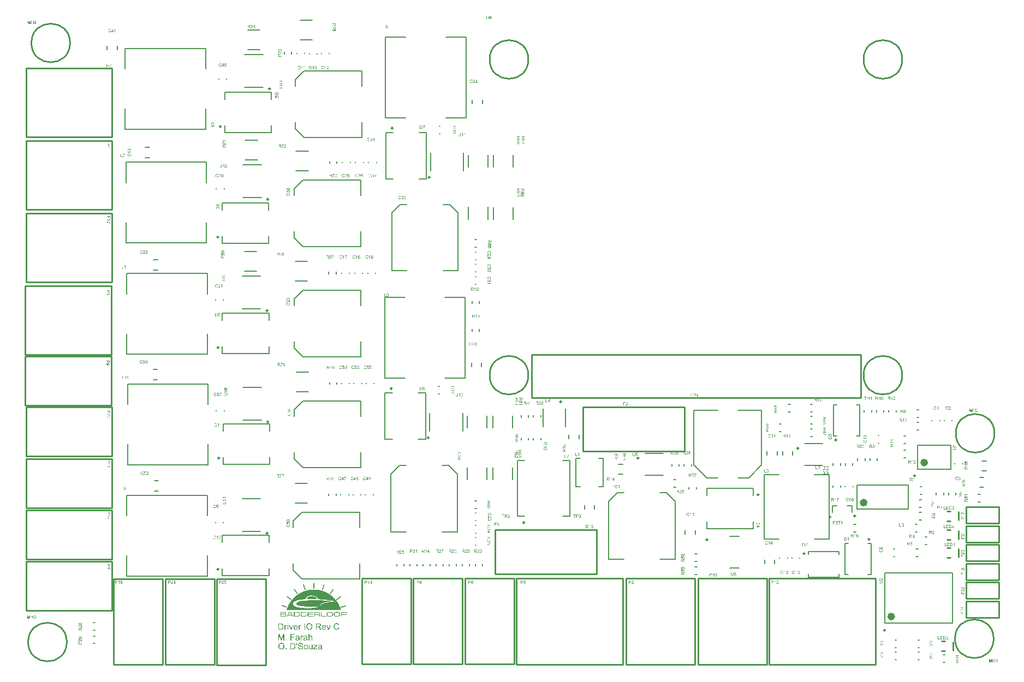
<source format=gto>
G04*
G04 #@! TF.GenerationSoftware,Altium Limited,Altium Designer,23.1.1 (15)*
G04*
G04 Layer_Color=65535*
%FSLAX25Y25*%
%MOIN*%
G70*
G04*
G04 #@! TF.SameCoordinates,6B6AD537-89E2-49BE-BCD0-2355F65E075C*
G04*
G04*
G04 #@! TF.FilePolarity,Positive*
G04*
G01*
G75*
%ADD10C,0.01000*%
%ADD11C,0.02362*%
%ADD12C,0.00984*%
%ADD13C,0.00787*%
G36*
X178754Y51999D02*
X178817D01*
Y51936D01*
X178879D01*
Y51874D01*
X178941D01*
Y49886D01*
Y49824D01*
Y48706D01*
X178879D01*
Y48582D01*
X178754D01*
Y48520D01*
X178506D01*
Y48582D01*
X178444D01*
Y48644D01*
X178382D01*
Y48830D01*
X178320D01*
Y48954D01*
X178382D01*
Y51626D01*
X178320D01*
Y51750D01*
X178382D01*
Y51936D01*
X178444D01*
Y51999D01*
X178568D01*
Y52061D01*
X178754D01*
Y51999D01*
D02*
G37*
G36*
X172542Y51129D02*
X172605D01*
Y51067D01*
X172667D01*
Y51004D01*
X172729D01*
Y50942D01*
Y50880D01*
Y50756D01*
X172791D01*
Y50570D01*
X172853D01*
Y50383D01*
X172915D01*
Y50197D01*
X172977D01*
Y50011D01*
X173039D01*
Y49824D01*
X173101D01*
Y49638D01*
X173164D01*
Y49389D01*
X173226D01*
Y49203D01*
X173288D01*
Y49017D01*
X173350D01*
Y48830D01*
X173412D01*
Y48644D01*
X173474D01*
Y48458D01*
X173536D01*
Y48271D01*
X173599D01*
Y47961D01*
X173536D01*
Y47899D01*
X173474D01*
Y47836D01*
X173164D01*
Y47899D01*
X173101D01*
Y47961D01*
X173039D01*
Y48085D01*
X172977D01*
Y48333D01*
X172915D01*
Y48520D01*
X172853D01*
Y48706D01*
X172791D01*
Y48892D01*
X172729D01*
Y49079D01*
X172667D01*
Y49265D01*
X172605D01*
Y49452D01*
X172542D01*
Y49638D01*
X172480D01*
Y49824D01*
X172418D01*
Y50011D01*
X172356D01*
Y50197D01*
X172294D01*
Y50383D01*
X172232D01*
Y50570D01*
X172170D01*
Y50756D01*
X172108D01*
Y51004D01*
X172170D01*
Y51129D01*
X172294D01*
Y51191D01*
X172542D01*
Y51129D01*
D02*
G37*
G36*
X185029Y51067D02*
X185091D01*
Y51004D01*
X185153D01*
Y50694D01*
X185091D01*
Y50508D01*
X185029D01*
Y50321D01*
X184967D01*
Y50135D01*
X184905D01*
Y49948D01*
X184842D01*
Y49762D01*
X184780D01*
Y49514D01*
X184718D01*
Y49327D01*
X184656D01*
Y49141D01*
X184594D01*
Y48954D01*
X184532D01*
Y48768D01*
X184470D01*
Y48582D01*
X184408D01*
Y48395D01*
X184345D01*
Y48209D01*
X184283D01*
Y47961D01*
X184221D01*
Y47899D01*
X184159D01*
Y47836D01*
X184097D01*
Y47774D01*
X183786D01*
Y47836D01*
X183724D01*
Y47961D01*
X183662D01*
Y48209D01*
X183724D01*
Y48333D01*
X183786D01*
Y48582D01*
X183849D01*
Y48706D01*
Y48768D01*
X183911D01*
Y48954D01*
X183973D01*
Y49141D01*
X184035D01*
Y49327D01*
X184097D01*
Y49514D01*
X184159D01*
Y49700D01*
X184221D01*
Y49886D01*
X184283D01*
Y50073D01*
X184345D01*
Y50259D01*
X184408D01*
Y50445D01*
X184470D01*
Y50632D01*
X184532D01*
Y50880D01*
X184594D01*
Y51004D01*
X184656D01*
Y51067D01*
X184718D01*
Y51129D01*
X185029D01*
Y51067D01*
D02*
G37*
G36*
X166827Y48395D02*
X166952D01*
Y48333D01*
X167014D01*
Y48271D01*
X167076D01*
Y48147D01*
X167138D01*
Y48085D01*
X167200D01*
Y47961D01*
X167262D01*
Y47899D01*
X167324D01*
Y47836D01*
X167386D01*
Y47712D01*
X167448D01*
Y47650D01*
X167511D01*
Y47526D01*
X167573D01*
Y47464D01*
X167635D01*
Y47401D01*
X167697D01*
Y47277D01*
X167759D01*
Y47215D01*
X167821D01*
Y47153D01*
X167883D01*
Y47029D01*
X167946D01*
Y46967D01*
X168008D01*
Y46842D01*
X168070D01*
Y46780D01*
X168132D01*
Y46718D01*
X168194D01*
Y46594D01*
X168256D01*
Y46532D01*
X168318D01*
Y46470D01*
X168380D01*
Y46345D01*
X168442D01*
Y46283D01*
X168505D01*
Y46159D01*
X168567D01*
Y46097D01*
X168629D01*
Y46035D01*
X168691D01*
Y45911D01*
X168753D01*
Y45600D01*
X168691D01*
Y45538D01*
X168567D01*
Y45476D01*
X168380D01*
Y45538D01*
X168256D01*
Y45600D01*
X168194D01*
Y45724D01*
X168132D01*
Y45786D01*
X168070D01*
Y45849D01*
X168008D01*
Y45973D01*
X167946D01*
Y46035D01*
X167883D01*
Y46159D01*
X167821D01*
Y46221D01*
X167759D01*
Y46283D01*
X167697D01*
Y46408D01*
X167635D01*
Y46470D01*
X167573D01*
Y46532D01*
X167511D01*
Y46656D01*
X167448D01*
Y46718D01*
X167386D01*
Y46842D01*
X167324D01*
Y46905D01*
X167262D01*
Y46967D01*
X167200D01*
Y47091D01*
X167138D01*
Y47153D01*
X167076D01*
Y47215D01*
X167014D01*
Y47339D01*
X166952D01*
Y47401D01*
X166889D01*
Y47526D01*
X166827D01*
Y47588D01*
X166765D01*
Y47650D01*
X166703D01*
Y47774D01*
X166641D01*
Y47836D01*
X166579D01*
Y47899D01*
X166517D01*
Y47961D01*
Y48023D01*
X166455D01*
Y48271D01*
X166517D01*
Y48333D01*
X166579D01*
Y48395D01*
X166641D01*
Y48458D01*
X166827D01*
Y48395D01*
D02*
G37*
G36*
X190682Y48271D02*
X190744D01*
Y48147D01*
X190806D01*
Y47961D01*
X190744D01*
Y47836D01*
X190682D01*
Y47774D01*
X190620D01*
Y47650D01*
X190558D01*
Y47588D01*
X190496D01*
Y47526D01*
X190433D01*
Y47401D01*
X190371D01*
Y47339D01*
X190309D01*
Y47277D01*
X190247D01*
Y47153D01*
X190185D01*
Y47091D01*
X190123D01*
Y46967D01*
X190061D01*
Y46905D01*
X189998D01*
Y46842D01*
X189936D01*
Y46718D01*
X189874D01*
Y46656D01*
X189812D01*
Y46594D01*
X189750D01*
Y46470D01*
X189688D01*
Y46408D01*
X189626D01*
Y46283D01*
X189564D01*
Y46221D01*
X189502D01*
Y46159D01*
X189439D01*
Y46035D01*
X189377D01*
Y45973D01*
X189315D01*
Y45849D01*
X189253D01*
Y45786D01*
X189191D01*
Y45724D01*
X189129D01*
Y45600D01*
X189067D01*
Y45538D01*
X189005D01*
Y45476D01*
X188942D01*
Y45414D01*
X188632D01*
Y45476D01*
X188570D01*
Y45538D01*
X188508D01*
Y45849D01*
X188570D01*
Y45911D01*
X188632D01*
Y46035D01*
X188694D01*
Y46097D01*
X188756D01*
Y46159D01*
X188818D01*
Y46283D01*
X188880D01*
Y46345D01*
X188942D01*
Y46408D01*
Y46470D01*
X189005D01*
Y46532D01*
X189067D01*
Y46594D01*
X189129D01*
Y46718D01*
X189191D01*
Y46780D01*
X189253D01*
Y46842D01*
X189315D01*
Y46967D01*
X189377D01*
Y47029D01*
X189439D01*
Y47153D01*
X189502D01*
Y47215D01*
X189564D01*
Y47277D01*
X189626D01*
Y47401D01*
X189688D01*
Y47464D01*
X189750D01*
Y47526D01*
X189812D01*
Y47650D01*
X189874D01*
Y47712D01*
X189936D01*
Y47836D01*
X189998D01*
Y47899D01*
X190061D01*
Y47961D01*
X190123D01*
Y48085D01*
X190185D01*
Y48147D01*
X190247D01*
Y48271D01*
X190371D01*
Y48333D01*
X190682D01*
Y48271D01*
D02*
G37*
G36*
X162417Y43985D02*
X162479D01*
Y43923D01*
X162541D01*
Y43861D01*
X162665D01*
Y43799D01*
X162727D01*
Y43736D01*
X162852D01*
Y43674D01*
X162914D01*
Y43612D01*
X162976D01*
Y43550D01*
X163100D01*
Y43488D01*
X163162D01*
Y43426D01*
X163224D01*
Y43364D01*
X163348D01*
Y43301D01*
X163411D01*
Y43239D01*
X163535D01*
Y43177D01*
X163597D01*
Y43115D01*
X163659D01*
Y43053D01*
X163783D01*
Y42991D01*
X163846D01*
Y42929D01*
X163908D01*
Y42867D01*
X164032D01*
Y42805D01*
X164094D01*
Y42742D01*
X164218D01*
Y42680D01*
X164280D01*
Y42618D01*
X164342D01*
Y42556D01*
X164467D01*
Y42494D01*
X164529D01*
Y42432D01*
X164591D01*
Y42370D01*
X164715D01*
Y42308D01*
X164777D01*
Y42245D01*
X164839D01*
Y42121D01*
X164901D01*
Y41997D01*
X164839D01*
Y41873D01*
X164777D01*
Y41811D01*
X164591D01*
Y41748D01*
X164529D01*
Y41811D01*
X164404D01*
Y41873D01*
X164280D01*
Y41935D01*
X164218D01*
Y41997D01*
X164156D01*
Y42059D01*
X164032D01*
Y42121D01*
X163970D01*
Y42183D01*
X163908D01*
Y42245D01*
X163783D01*
Y42308D01*
X163721D01*
Y42370D01*
X163659D01*
Y42432D01*
X163535D01*
Y42494D01*
X163473D01*
Y42556D01*
X163348D01*
Y42618D01*
X163286D01*
Y42680D01*
X163224D01*
Y42742D01*
X163100D01*
Y42805D01*
X163038D01*
Y42867D01*
X162914D01*
Y42929D01*
X162852D01*
Y42991D01*
X162789D01*
Y43053D01*
X162665D01*
Y43115D01*
X162603D01*
Y43177D01*
X162541D01*
Y43239D01*
X162417D01*
Y43301D01*
X162355D01*
Y43364D01*
X162230D01*
Y43426D01*
X162168D01*
Y43488D01*
X162044D01*
Y43550D01*
X161982D01*
Y43674D01*
X161920D01*
Y43923D01*
X161982D01*
Y43985D01*
X162044D01*
Y44047D01*
X162417D01*
Y43985D01*
D02*
G37*
G36*
X195217Y43799D02*
X195279D01*
Y43488D01*
X195217D01*
Y43426D01*
X195155D01*
Y43364D01*
X195030D01*
Y43301D01*
X194968D01*
Y43239D01*
X194906D01*
Y43177D01*
X194782D01*
Y43115D01*
X194720D01*
Y43053D01*
X194596D01*
Y42991D01*
X194533D01*
Y42929D01*
X194471D01*
Y42867D01*
X194347D01*
Y42805D01*
X194285D01*
Y42742D01*
X194223D01*
Y42680D01*
X194098D01*
Y42618D01*
X194036D01*
Y42556D01*
X193912D01*
Y42494D01*
X193850D01*
Y42432D01*
X193788D01*
Y42370D01*
X193664D01*
Y42308D01*
X193602D01*
Y42245D01*
X193539D01*
Y42183D01*
X193415D01*
Y42121D01*
X193353D01*
Y42059D01*
X193229D01*
Y41997D01*
X193167D01*
Y41935D01*
X193105D01*
Y41873D01*
X192980D01*
Y41811D01*
X192918D01*
Y41748D01*
X192856D01*
Y41686D01*
X192670D01*
Y41624D01*
X192545D01*
Y41686D01*
X192421D01*
Y41748D01*
X192359D01*
Y42121D01*
X192421D01*
Y42183D01*
X192483D01*
Y42245D01*
X192608D01*
Y42308D01*
X192670D01*
Y42370D01*
X192794D01*
Y42432D01*
X192856D01*
Y42494D01*
X192918D01*
Y42556D01*
X193042D01*
Y42618D01*
X193105D01*
Y42680D01*
X193229D01*
Y42742D01*
X193291D01*
Y42805D01*
X193353D01*
Y42867D01*
X193477D01*
Y42929D01*
X193539D01*
Y42991D01*
X193602D01*
Y43053D01*
X193726D01*
Y43115D01*
X193788D01*
Y43177D01*
X193912D01*
Y43239D01*
X193974D01*
Y43301D01*
X194036D01*
Y43364D01*
X194161D01*
Y43426D01*
X194223D01*
Y43488D01*
X194285D01*
Y43550D01*
X194409D01*
Y43612D01*
X194471D01*
Y43674D01*
X194596D01*
Y43736D01*
X194658D01*
Y43799D01*
X194720D01*
Y43861D01*
X194782D01*
Y43923D01*
X195217D01*
Y43799D01*
D02*
G37*
G36*
X159435Y38456D02*
X159621D01*
Y38394D01*
X159808D01*
Y38332D01*
X159994D01*
Y38270D01*
X160180D01*
Y38208D01*
X160367D01*
Y38145D01*
X160553D01*
Y38083D01*
X160739D01*
Y38021D01*
X160988D01*
Y37959D01*
X161174D01*
Y37897D01*
X161361D01*
Y37835D01*
X161547D01*
Y37773D01*
X161733D01*
Y37711D01*
X161920D01*
Y37648D01*
X162168D01*
Y37586D01*
X162230D01*
Y37524D01*
X162292D01*
Y37152D01*
X162230D01*
Y37089D01*
X162106D01*
Y37027D01*
X161920D01*
Y37089D01*
X161733D01*
Y37152D01*
X161547D01*
Y37214D01*
X161361D01*
Y37276D01*
X161174D01*
Y37338D01*
X160988D01*
Y37400D01*
X160801D01*
Y37462D01*
X160615D01*
Y37524D01*
X160429D01*
Y37586D01*
X160242D01*
Y37648D01*
X160056D01*
Y37711D01*
X159870D01*
Y37773D01*
X159683D01*
Y37835D01*
X159435D01*
Y37897D01*
X159248D01*
Y37959D01*
X159124D01*
Y38021D01*
X159000D01*
Y38145D01*
X158938D01*
Y38332D01*
X159000D01*
Y38456D01*
X159062D01*
Y38518D01*
X159435D01*
Y38456D01*
D02*
G37*
G36*
X198198Y38332D02*
X198261D01*
Y38270D01*
X198323D01*
Y38208D01*
X198385D01*
Y38021D01*
X198323D01*
Y37897D01*
X198261D01*
Y37835D01*
X198136D01*
Y37773D01*
X197950D01*
Y37711D01*
X197764D01*
Y37648D01*
X197577D01*
Y37586D01*
X197329D01*
Y37524D01*
X197142D01*
Y37462D01*
X196956D01*
Y37400D01*
X196770D01*
Y37338D01*
X196583D01*
Y37276D01*
X196397D01*
Y37214D01*
X196211D01*
Y37152D01*
X196024D01*
Y37089D01*
X195838D01*
Y37027D01*
X195651D01*
Y36965D01*
X195465D01*
Y36903D01*
X195155D01*
Y36965D01*
X195092D01*
Y37027D01*
X195030D01*
Y37400D01*
X195155D01*
Y37462D01*
X195279D01*
Y37524D01*
X195465D01*
Y37586D01*
X195651D01*
Y37648D01*
X195838D01*
Y37711D01*
X196086D01*
Y37773D01*
X196273D01*
Y37835D01*
X196459D01*
Y37897D01*
X196645D01*
Y37959D01*
X196832D01*
Y38021D01*
X197018D01*
Y38083D01*
X197204D01*
Y38145D01*
X197391D01*
Y38208D01*
X197577D01*
Y38270D01*
X197764D01*
Y38332D01*
X197950D01*
Y38394D01*
X198198D01*
Y38332D01*
D02*
G37*
G36*
X179873Y47961D02*
X180556D01*
Y47899D01*
X181053D01*
Y47836D01*
X181488D01*
Y47774D01*
X181861D01*
Y47712D01*
X182171D01*
Y47650D01*
X182482D01*
Y47588D01*
X182730D01*
Y47526D01*
X182979D01*
Y47464D01*
X183227D01*
Y47401D01*
X183414D01*
Y47339D01*
X183662D01*
Y47277D01*
X183849D01*
Y47215D01*
X184035D01*
Y47153D01*
X184221D01*
Y47091D01*
X184408D01*
Y47029D01*
X184594D01*
Y46967D01*
X184780D01*
Y46905D01*
X184905D01*
Y46842D01*
X185091D01*
Y46780D01*
X185215D01*
Y46718D01*
X185401D01*
Y46656D01*
X185526D01*
Y46594D01*
X185650D01*
Y46532D01*
X185836D01*
Y46470D01*
X185961D01*
Y46408D01*
X186085D01*
Y46345D01*
X186209D01*
Y46283D01*
X186333D01*
Y46221D01*
X186458D01*
Y46159D01*
X186582D01*
Y46097D01*
X186706D01*
Y46035D01*
X186830D01*
Y45973D01*
X186954D01*
Y45911D01*
X187017D01*
Y45849D01*
X187141D01*
Y45786D01*
X187265D01*
Y45724D01*
X187389D01*
Y45662D01*
X187452D01*
Y45600D01*
X187576D01*
Y45538D01*
X187700D01*
Y45476D01*
X187762D01*
Y45414D01*
X187886D01*
Y45351D01*
X187949D01*
Y45289D01*
X188073D01*
Y45227D01*
X188197D01*
Y45165D01*
X188259D01*
Y45103D01*
X188383D01*
Y45041D01*
X188445D01*
Y44979D01*
X188508D01*
Y44917D01*
X188632D01*
Y44855D01*
X188694D01*
Y44792D01*
X188818D01*
Y44730D01*
X188880D01*
Y44668D01*
X188942D01*
Y44606D01*
X189067D01*
Y44544D01*
X189129D01*
Y44482D01*
X189191D01*
Y44420D01*
X189315D01*
Y44358D01*
X189377D01*
Y44295D01*
X189439D01*
Y44233D01*
X189564D01*
Y44171D01*
X189626D01*
Y44109D01*
X189688D01*
Y44047D01*
X189750D01*
Y43985D01*
X189812D01*
Y43923D01*
X189936D01*
Y43861D01*
X189998D01*
Y43799D01*
X190061D01*
Y43736D01*
X190123D01*
Y43674D01*
X190185D01*
Y43612D01*
X190247D01*
Y43550D01*
X190309D01*
Y43488D01*
X190371D01*
Y43426D01*
X190496D01*
Y43364D01*
X190558D01*
Y43301D01*
X190620D01*
Y43239D01*
X190682D01*
Y43177D01*
X190744D01*
Y43115D01*
X190806D01*
Y43053D01*
X190868D01*
Y42991D01*
X190930D01*
Y42929D01*
X190992D01*
Y42867D01*
X191054D01*
Y42805D01*
X191117D01*
Y42742D01*
X191179D01*
Y42680D01*
X191241D01*
Y42618D01*
X191303D01*
Y42556D01*
X191365D01*
Y42432D01*
X191427D01*
Y42370D01*
X191489D01*
Y42308D01*
X191551D01*
Y42245D01*
X191614D01*
Y42183D01*
X191676D01*
Y42121D01*
X191738D01*
Y42059D01*
X191800D01*
Y41997D01*
X191862D01*
Y41873D01*
X191924D01*
Y41811D01*
X191986D01*
Y41748D01*
X192049D01*
Y41686D01*
X192111D01*
Y41624D01*
X192173D01*
Y41500D01*
X192235D01*
Y41438D01*
X192297D01*
Y41376D01*
X192359D01*
Y41252D01*
X192421D01*
Y41189D01*
X192483D01*
Y41127D01*
X192545D01*
Y41003D01*
X192608D01*
Y40941D01*
X192670D01*
Y40879D01*
X192732D01*
Y40755D01*
X192794D01*
Y40692D01*
X192856D01*
Y40568D01*
X192918D01*
Y40506D01*
X192980D01*
Y40444D01*
X193042D01*
Y40320D01*
X193105D01*
Y40258D01*
X193167D01*
Y40133D01*
X193229D01*
Y40009D01*
X193291D01*
Y39947D01*
X193353D01*
Y39823D01*
X193415D01*
Y39761D01*
X193477D01*
Y39636D01*
X193539D01*
Y39512D01*
X193602D01*
Y39450D01*
X193664D01*
Y39326D01*
X193726D01*
Y39202D01*
X193788D01*
Y39077D01*
X193850D01*
Y39015D01*
X193912D01*
Y38891D01*
X193974D01*
Y38767D01*
X194036D01*
Y38642D01*
X194098D01*
Y38518D01*
X194161D01*
Y38394D01*
X194223D01*
Y38270D01*
X194285D01*
Y38145D01*
X194347D01*
Y38021D01*
X194409D01*
Y37897D01*
X194471D01*
Y37711D01*
X194533D01*
Y37586D01*
X194596D01*
Y37462D01*
X194658D01*
Y37276D01*
X194720D01*
Y37152D01*
X194782D01*
Y36965D01*
X194844D01*
Y36841D01*
X194906D01*
Y36654D01*
X194968D01*
Y36468D01*
X195030D01*
Y36282D01*
X195092D01*
Y36095D01*
X195155D01*
Y35909D01*
X195217D01*
Y35723D01*
X195279D01*
Y35536D01*
X162044D01*
Y35723D01*
X162106D01*
Y35909D01*
X162168D01*
Y36095D01*
X162230D01*
Y36282D01*
X162292D01*
Y36468D01*
X162355D01*
Y36654D01*
X162417D01*
Y36841D01*
X162479D01*
Y36965D01*
X162541D01*
Y37152D01*
X162603D01*
Y37276D01*
X162665D01*
Y37462D01*
X162727D01*
Y37586D01*
X162789D01*
Y37711D01*
X162852D01*
Y37897D01*
X162914D01*
Y38021D01*
X162976D01*
Y38145D01*
X163038D01*
Y38270D01*
X163100D01*
Y38394D01*
X163162D01*
Y38518D01*
X163224D01*
Y38642D01*
X163286D01*
Y38767D01*
X163348D01*
Y38891D01*
X163411D01*
Y39015D01*
X163473D01*
Y39077D01*
X163535D01*
Y39202D01*
X163597D01*
Y39326D01*
X163659D01*
Y39450D01*
X163721D01*
Y39512D01*
X163783D01*
Y39636D01*
X163846D01*
Y39761D01*
X163908D01*
Y39823D01*
X163970D01*
Y39947D01*
X164032D01*
Y40071D01*
X164094D01*
Y40133D01*
X164156D01*
Y40258D01*
X164218D01*
Y40320D01*
X164280D01*
Y40444D01*
X164342D01*
Y40506D01*
X164404D01*
Y40630D01*
X164467D01*
Y40692D01*
X164529D01*
Y40755D01*
X164591D01*
Y40879D01*
X164653D01*
Y40941D01*
X164715D01*
Y41003D01*
X164777D01*
Y41127D01*
X164839D01*
Y41189D01*
X164901D01*
Y41252D01*
X164964D01*
Y41376D01*
X165026D01*
Y41438D01*
X165088D01*
Y41500D01*
X165150D01*
Y41624D01*
X165212D01*
Y41686D01*
X165274D01*
Y41748D01*
X165336D01*
Y41811D01*
X165399D01*
Y41873D01*
X165461D01*
Y41997D01*
X165523D01*
Y42059D01*
X165585D01*
Y42121D01*
X165647D01*
Y42183D01*
X165709D01*
Y42245D01*
X165771D01*
Y42308D01*
X165833D01*
Y42370D01*
X165895D01*
Y42494D01*
X165958D01*
Y42556D01*
X166020D01*
Y42618D01*
X166082D01*
Y42680D01*
X166144D01*
Y42742D01*
X166206D01*
Y42805D01*
X166268D01*
Y42867D01*
X166330D01*
Y42929D01*
X166392D01*
Y42991D01*
X166455D01*
Y43053D01*
X166517D01*
Y43115D01*
X166579D01*
Y43177D01*
X166641D01*
Y43239D01*
X166703D01*
Y43301D01*
X166765D01*
Y43364D01*
X166827D01*
Y43426D01*
X166889D01*
Y43488D01*
X167014D01*
Y43550D01*
X167076D01*
Y43612D01*
X167138D01*
Y43674D01*
X167200D01*
Y43736D01*
X167262D01*
Y43799D01*
X167324D01*
Y43861D01*
X167386D01*
Y43923D01*
X167511D01*
Y43985D01*
X167573D01*
Y44047D01*
X167635D01*
Y44109D01*
X167697D01*
Y44171D01*
X167759D01*
Y44233D01*
X167883D01*
Y44295D01*
X167946D01*
Y44358D01*
X168008D01*
Y44420D01*
X168132D01*
Y44482D01*
X168194D01*
Y44544D01*
X168256D01*
Y44606D01*
X168380D01*
Y44668D01*
X168442D01*
Y44730D01*
X168505D01*
Y44792D01*
X168629D01*
Y44855D01*
X168691D01*
Y44917D01*
X168815D01*
Y44979D01*
X168877D01*
Y45041D01*
X168939D01*
Y45103D01*
X169064D01*
Y45165D01*
X169126D01*
Y45227D01*
X169250D01*
Y45289D01*
X169374D01*
Y45351D01*
X169436D01*
Y45414D01*
X169561D01*
Y45476D01*
X169623D01*
Y45538D01*
X169747D01*
Y45600D01*
X169871D01*
Y45662D01*
X169933D01*
Y45724D01*
X170058D01*
Y45786D01*
X170182D01*
Y45849D01*
X170306D01*
Y45911D01*
X170368D01*
Y45973D01*
X170492D01*
Y46035D01*
X170617D01*
Y46097D01*
X170741D01*
Y46159D01*
X170865D01*
Y46221D01*
X170989D01*
Y46283D01*
X171114D01*
Y46345D01*
X171238D01*
Y46408D01*
X171362D01*
Y46470D01*
X171486D01*
Y46532D01*
X171673D01*
Y46594D01*
X171797D01*
Y46656D01*
X171921D01*
Y46718D01*
X172108D01*
Y46780D01*
X172232D01*
Y46842D01*
X172418D01*
Y46905D01*
X172542D01*
Y46967D01*
X172729D01*
Y47029D01*
X172915D01*
Y47091D01*
X173101D01*
Y47153D01*
X173288D01*
Y47215D01*
X173474D01*
Y47277D01*
X173661D01*
Y47339D01*
X173909D01*
Y47401D01*
X174095D01*
Y47464D01*
X174344D01*
Y47526D01*
X174592D01*
Y47588D01*
X174841D01*
Y47650D01*
X175152D01*
Y47712D01*
X175462D01*
Y47774D01*
X175835D01*
Y47836D01*
X176270D01*
Y47899D01*
X176767D01*
Y47961D01*
X177450D01*
Y48023D01*
X179873D01*
Y47961D01*
D02*
G37*
G36*
X198136Y34294D02*
X198323D01*
Y34232D01*
X198447D01*
Y34170D01*
X198509D01*
Y34108D01*
X198571D01*
Y34045D01*
X198633D01*
Y33983D01*
X198696D01*
Y33859D01*
X198758D01*
Y33797D01*
Y33735D01*
Y33673D01*
X198820D01*
Y33238D01*
X198758D01*
Y33051D01*
X198696D01*
Y32927D01*
X198633D01*
Y32865D01*
X198571D01*
Y32803D01*
X198509D01*
Y32741D01*
X198447D01*
Y32679D01*
X198323D01*
Y32617D01*
X198136D01*
Y32555D01*
X195776D01*
Y31561D01*
X195341D01*
Y34356D01*
X198136D01*
Y34294D01*
D02*
G37*
G36*
X193291Y34356D02*
X193664D01*
Y34294D01*
X193912D01*
Y34232D01*
X194036D01*
Y34170D01*
X194161D01*
Y34108D01*
X194223D01*
Y34045D01*
X194347D01*
Y33983D01*
X194409D01*
Y33921D01*
X194471D01*
Y33797D01*
X194533D01*
Y33673D01*
X194596D01*
Y33549D01*
X194658D01*
Y33114D01*
X194720D01*
Y32865D01*
X194658D01*
Y32430D01*
X194596D01*
Y32244D01*
X194533D01*
Y32120D01*
X194471D01*
Y32058D01*
X194409D01*
Y31995D01*
X194347D01*
Y31933D01*
X194285D01*
Y31871D01*
X194223D01*
Y31809D01*
X194098D01*
Y31747D01*
X193974D01*
Y31685D01*
X193850D01*
Y31623D01*
X193539D01*
Y31561D01*
X191924D01*
Y31623D01*
X191676D01*
Y31685D01*
X191489D01*
Y31747D01*
X191365D01*
Y31809D01*
X191241D01*
Y31871D01*
X191179D01*
Y31933D01*
X191117D01*
Y31995D01*
X191054D01*
Y32058D01*
X190992D01*
Y32182D01*
X190930D01*
Y32306D01*
X190868D01*
Y32555D01*
X190806D01*
Y33424D01*
X190868D01*
Y33611D01*
X190930D01*
Y33735D01*
X190992D01*
Y33859D01*
X191054D01*
Y33921D01*
X191117D01*
Y33983D01*
X191179D01*
Y34045D01*
X191241D01*
Y34108D01*
X191303D01*
Y34170D01*
X191427D01*
Y34232D01*
X191614D01*
Y34294D01*
X191800D01*
Y34356D01*
X192235D01*
Y34418D01*
X193291D01*
Y34356D01*
D02*
G37*
G36*
X188942Y34294D02*
X189315D01*
Y34232D01*
X189564D01*
Y34170D01*
X189688D01*
Y34108D01*
X189812D01*
Y34045D01*
X189874D01*
Y33983D01*
X189998D01*
Y33921D01*
X190061D01*
Y33859D01*
X190123D01*
Y33735D01*
X190185D01*
Y33611D01*
X190247D01*
Y33549D01*
Y33486D01*
X190309D01*
Y33051D01*
X190371D01*
Y32803D01*
X190309D01*
Y32368D01*
X190247D01*
Y32182D01*
X190185D01*
Y32058D01*
X190123D01*
Y31995D01*
X190061D01*
Y31933D01*
X189998D01*
Y31871D01*
X189936D01*
Y31809D01*
X189874D01*
Y31747D01*
X189750D01*
Y31685D01*
X189626D01*
Y31623D01*
X189502D01*
Y31561D01*
X189191D01*
Y31499D01*
X187576D01*
Y31561D01*
X187327D01*
Y31623D01*
X187141D01*
Y31685D01*
X187017D01*
Y31747D01*
X186892D01*
Y31809D01*
X186830D01*
Y31871D01*
X186768D01*
Y31933D01*
X186706D01*
Y31995D01*
X186644D01*
Y32120D01*
X186582D01*
Y32244D01*
X186520D01*
Y32492D01*
X186458D01*
Y33362D01*
X186520D01*
Y33549D01*
X186582D01*
Y33673D01*
X186644D01*
Y33797D01*
X186706D01*
Y33859D01*
X186768D01*
Y33921D01*
X186830D01*
Y33983D01*
X186892D01*
Y34045D01*
X186954D01*
Y34108D01*
X187079D01*
Y34170D01*
X187265D01*
Y34232D01*
X187452D01*
Y34294D01*
X187886D01*
Y34356D01*
X188942D01*
Y34294D01*
D02*
G37*
G36*
X183476Y32306D02*
X183538D01*
Y32182D01*
X183600D01*
Y32120D01*
X183662D01*
Y32058D01*
X183786D01*
Y31995D01*
X184035D01*
Y31933D01*
X186209D01*
Y31499D01*
X183973D01*
Y31561D01*
X183662D01*
Y31623D01*
X183538D01*
Y31685D01*
X183414D01*
Y31747D01*
X183352D01*
Y31809D01*
X183289D01*
Y31871D01*
X183227D01*
Y31933D01*
X183165D01*
Y32058D01*
X183103D01*
Y32182D01*
X183041D01*
Y34294D01*
X183476D01*
Y32306D01*
D02*
G37*
G36*
X181799Y34232D02*
X181985D01*
Y34170D01*
X182109D01*
Y34108D01*
X182171D01*
Y34045D01*
X182233D01*
Y33983D01*
X182296D01*
Y33859D01*
X182358D01*
Y33735D01*
X182420D01*
Y33176D01*
X182358D01*
Y33051D01*
X182296D01*
Y32927D01*
X182233D01*
Y32865D01*
X182109D01*
Y32803D01*
X181985D01*
Y32741D01*
X181861D01*
Y32679D01*
X181985D01*
Y32617D01*
X182109D01*
Y32555D01*
X182171D01*
Y32492D01*
X182233D01*
Y32430D01*
X182296D01*
Y32306D01*
X182358D01*
Y31499D01*
X181923D01*
Y32120D01*
X181861D01*
Y32306D01*
X181799D01*
Y32368D01*
X181736D01*
Y32430D01*
X181612D01*
Y32492D01*
X179376D01*
Y31499D01*
X178941D01*
Y34294D01*
X181799D01*
Y34232D01*
D02*
G37*
G36*
X178258Y33921D02*
X176021D01*
Y33859D01*
X175648D01*
Y33797D01*
X175462D01*
Y33735D01*
X175400D01*
Y33673D01*
X175338D01*
Y33611D01*
X175276D01*
Y33486D01*
X175214D01*
Y33238D01*
X175152D01*
Y33114D01*
X178196D01*
Y32741D01*
X175524D01*
Y32679D01*
X175152D01*
Y32555D01*
X175214D01*
Y32368D01*
X175276D01*
Y32244D01*
X175338D01*
Y32120D01*
X175462D01*
Y32058D01*
X175524D01*
Y31995D01*
X175711D01*
Y31933D01*
X178258D01*
Y31499D01*
X175711D01*
Y31561D01*
X175400D01*
Y31623D01*
X175276D01*
Y31685D01*
X175152D01*
Y31747D01*
X175089D01*
Y31809D01*
X175027D01*
Y31871D01*
X174965D01*
Y31933D01*
X174903D01*
Y32058D01*
X174841D01*
Y32182D01*
X174779D01*
Y32492D01*
X174717D01*
Y33362D01*
X174779D01*
Y33611D01*
X174841D01*
Y33735D01*
X174903D01*
Y33859D01*
X174965D01*
Y33921D01*
X175027D01*
Y33983D01*
X175089D01*
Y34045D01*
X175152D01*
Y34108D01*
X175214D01*
Y34170D01*
X175338D01*
Y34232D01*
X175586D01*
Y34294D01*
X178258D01*
Y33921D01*
D02*
G37*
G36*
X174158Y33859D02*
X171548D01*
Y33797D01*
X171424D01*
Y33735D01*
X171300D01*
Y33673D01*
X171238D01*
Y33611D01*
X171176D01*
Y33486D01*
X171114D01*
Y33238D01*
X171052D01*
Y32617D01*
X171114D01*
Y32368D01*
X171176D01*
Y32244D01*
X171238D01*
Y32182D01*
X171300D01*
Y32120D01*
X171362D01*
Y32058D01*
X171424D01*
Y31995D01*
X171673D01*
Y31933D01*
X173723D01*
Y32989D01*
X174158D01*
Y32617D01*
Y32555D01*
Y31499D01*
X171611D01*
Y31561D01*
X171300D01*
Y31623D01*
X171176D01*
Y31685D01*
X171052D01*
Y31747D01*
X170989D01*
Y31809D01*
X170927D01*
Y31871D01*
X170865D01*
Y31933D01*
X170803D01*
Y32058D01*
X170741D01*
Y32182D01*
X170679D01*
Y32492D01*
X170617D01*
Y33362D01*
X170679D01*
Y33611D01*
X170741D01*
Y33735D01*
X170803D01*
Y33859D01*
X170865D01*
Y33921D01*
X170927D01*
Y33983D01*
X170989D01*
Y34045D01*
X171052D01*
Y34108D01*
X171114D01*
Y34170D01*
X171238D01*
Y34232D01*
X171486D01*
Y34294D01*
X174158D01*
Y33859D01*
D02*
G37*
G36*
X169250Y34232D02*
X169436D01*
Y34170D01*
X169561D01*
Y34108D01*
X169685D01*
Y34045D01*
X169747D01*
Y33983D01*
X169809D01*
Y33921D01*
X169871D01*
Y33797D01*
X169933D01*
Y33673D01*
X169995D01*
Y33486D01*
X170058D01*
Y32306D01*
X169995D01*
Y32120D01*
X169933D01*
Y31995D01*
X169871D01*
Y31933D01*
X169809D01*
Y31871D01*
X169747D01*
Y31809D01*
X169685D01*
Y31747D01*
X169623D01*
Y31685D01*
X169499D01*
Y31623D01*
X169374D01*
Y31561D01*
X169064D01*
Y31499D01*
X166455D01*
Y34294D01*
X169250D01*
Y34232D01*
D02*
G37*
G36*
X164280Y34294D02*
X164467D01*
Y34232D01*
X164529D01*
Y34170D01*
X164653D01*
Y34108D01*
X164715D01*
Y33983D01*
X164777D01*
Y33921D01*
X164839D01*
Y33797D01*
X164901D01*
Y33673D01*
X164964D01*
Y33549D01*
X165026D01*
Y33424D01*
X165088D01*
Y33300D01*
X165150D01*
Y33176D01*
X165212D01*
Y33051D01*
X165274D01*
Y32927D01*
X165336D01*
Y32803D01*
X165399D01*
Y32679D01*
X165461D01*
Y32555D01*
X165523D01*
Y32430D01*
X165585D01*
Y32306D01*
X165647D01*
Y32182D01*
X165709D01*
Y32058D01*
X165771D01*
Y31933D01*
X165833D01*
Y31809D01*
X165895D01*
Y31685D01*
X165958D01*
Y31561D01*
X166020D01*
Y31499D01*
X165523D01*
Y31623D01*
X165461D01*
Y31747D01*
X165399D01*
Y31871D01*
X165336D01*
Y31995D01*
X165274D01*
Y32120D01*
X165212D01*
Y32244D01*
X165150D01*
Y32306D01*
X163721D01*
Y32244D01*
X162914D01*
Y32120D01*
X162852D01*
Y31995D01*
X162789D01*
Y31871D01*
X162727D01*
Y31747D01*
X162665D01*
Y31623D01*
X162603D01*
Y31499D01*
X162106D01*
Y31561D01*
X162168D01*
Y31685D01*
X162230D01*
Y31809D01*
X162292D01*
Y31933D01*
X162355D01*
Y32058D01*
X162417D01*
Y32182D01*
X162479D01*
Y32368D01*
X162541D01*
Y32492D01*
X162603D01*
Y32617D01*
X162665D01*
Y32741D01*
X162727D01*
Y32865D01*
X162789D01*
Y32989D01*
X162852D01*
Y33114D01*
X162914D01*
Y33238D01*
X162976D01*
Y33362D01*
X163038D01*
Y33486D01*
X163100D01*
Y33611D01*
X163162D01*
Y33735D01*
X163224D01*
Y33859D01*
X163286D01*
Y33921D01*
X163348D01*
Y34045D01*
X163411D01*
Y34108D01*
X163473D01*
Y34170D01*
X163535D01*
Y34232D01*
X163659D01*
Y34294D01*
X163783D01*
Y34356D01*
X164280D01*
Y34294D01*
D02*
G37*
G36*
X161174Y34232D02*
X161299D01*
Y34170D01*
X161423D01*
Y34108D01*
X161485D01*
Y34045D01*
X161547D01*
Y33983D01*
X161609D01*
Y33921D01*
X161671D01*
Y33300D01*
X161609D01*
Y33176D01*
X161547D01*
Y33114D01*
X161485D01*
Y33051D01*
X161361D01*
Y32989D01*
X161236D01*
Y32927D01*
X161361D01*
Y32865D01*
X161485D01*
Y32803D01*
X161547D01*
Y32741D01*
X161609D01*
Y32679D01*
X161671D01*
Y32617D01*
X161733D01*
Y32430D01*
X161795D01*
Y32058D01*
X161733D01*
Y31933D01*
X161671D01*
Y31809D01*
X161609D01*
Y31747D01*
X161547D01*
Y31685D01*
X161423D01*
Y31623D01*
X161299D01*
Y31561D01*
X161050D01*
Y31499D01*
X158255D01*
Y32058D01*
Y32120D01*
Y34294D01*
X161174D01*
Y34232D01*
D02*
G37*
G36*
X170579Y15461D02*
X170615D01*
X170659Y15456D01*
X170706Y15453D01*
X170761Y15447D01*
X170817Y15439D01*
X170878Y15431D01*
X171002Y15406D01*
X171069Y15389D01*
X171133Y15372D01*
X171196Y15350D01*
X171257Y15325D01*
X171260Y15323D01*
X171271Y15320D01*
X171288Y15312D01*
X171310Y15300D01*
X171337Y15287D01*
X171368Y15267D01*
X171404Y15248D01*
X171440Y15223D01*
X171482Y15198D01*
X171520Y15168D01*
X171562Y15134D01*
X171603Y15098D01*
X171645Y15059D01*
X171684Y15015D01*
X171723Y14971D01*
X171756Y14921D01*
X171759Y14918D01*
X171764Y14910D01*
X171772Y14893D01*
X171783Y14874D01*
X171797Y14849D01*
X171814Y14818D01*
X171828Y14785D01*
X171847Y14746D01*
X171864Y14705D01*
X171880Y14658D01*
X171897Y14608D01*
X171911Y14555D01*
X171925Y14500D01*
X171936Y14442D01*
X171941Y14381D01*
X171947Y14320D01*
X171459Y14284D01*
Y14289D01*
X171457Y14300D01*
X171454Y14320D01*
X171448Y14345D01*
X171443Y14372D01*
X171434Y14409D01*
X171423Y14447D01*
X171409Y14489D01*
X171396Y14533D01*
X171376Y14578D01*
X171354Y14622D01*
X171329Y14669D01*
X171301Y14713D01*
X171268Y14755D01*
X171232Y14796D01*
X171194Y14832D01*
X171191Y14835D01*
X171182Y14841D01*
X171171Y14849D01*
X171152Y14863D01*
X171127Y14877D01*
X171099Y14890D01*
X171066Y14907D01*
X171027Y14927D01*
X170983Y14943D01*
X170933Y14960D01*
X170878Y14974D01*
X170819Y14990D01*
X170753Y15001D01*
X170684Y15010D01*
X170609Y15015D01*
X170529Y15018D01*
X170484D01*
X170454Y15015D01*
X170415Y15012D01*
X170374Y15010D01*
X170324Y15004D01*
X170274Y14996D01*
X170163Y14976D01*
X170108Y14963D01*
X170052Y14946D01*
X170000Y14927D01*
X169947Y14904D01*
X169900Y14879D01*
X169858Y14849D01*
X169856Y14846D01*
X169850Y14841D01*
X169839Y14832D01*
X169825Y14818D01*
X169811Y14802D01*
X169792Y14783D01*
X169775Y14760D01*
X169756Y14735D01*
X169737Y14708D01*
X169717Y14674D01*
X169684Y14605D01*
X169670Y14569D01*
X169659Y14528D01*
X169653Y14486D01*
X169651Y14442D01*
Y14439D01*
Y14433D01*
Y14422D01*
X169653Y14409D01*
X169656Y14389D01*
X169659Y14370D01*
X169670Y14323D01*
X169687Y14267D01*
X169711Y14212D01*
X169728Y14181D01*
X169750Y14154D01*
X169773Y14126D01*
X169797Y14101D01*
X169800Y14098D01*
X169806Y14096D01*
X169814Y14087D01*
X169831Y14079D01*
X169850Y14065D01*
X169878Y14051D01*
X169908Y14035D01*
X169947Y14015D01*
X169994Y13996D01*
X170047Y13974D01*
X170110Y13951D01*
X170180Y13927D01*
X170260Y13902D01*
X170349Y13877D01*
X170448Y13852D01*
X170559Y13824D01*
X170562D01*
X170568Y13821D01*
X170576D01*
X170587Y13818D01*
X170601Y13816D01*
X170617Y13810D01*
X170659Y13802D01*
X170709Y13788D01*
X170767Y13774D01*
X170831Y13760D01*
X170897Y13741D01*
X171038Y13705D01*
X171108Y13686D01*
X171177Y13663D01*
X171243Y13644D01*
X171304Y13622D01*
X171360Y13602D01*
X171407Y13583D01*
X171409Y13580D01*
X171421Y13575D01*
X171440Y13566D01*
X171462Y13555D01*
X171490Y13539D01*
X171520Y13522D01*
X171556Y13500D01*
X171595Y13475D01*
X171634Y13450D01*
X171676Y13420D01*
X171759Y13353D01*
X171836Y13276D01*
X171869Y13234D01*
X171903Y13190D01*
X171905Y13187D01*
X171911Y13179D01*
X171916Y13165D01*
X171927Y13148D01*
X171939Y13126D01*
X171952Y13098D01*
X171969Y13068D01*
X171983Y13035D01*
X171997Y12996D01*
X172013Y12954D01*
X172027Y12910D01*
X172038Y12860D01*
X172049Y12810D01*
X172058Y12758D01*
X172061Y12705D01*
X172063Y12647D01*
Y12644D01*
Y12633D01*
Y12616D01*
X172061Y12594D01*
X172058Y12566D01*
X172055Y12536D01*
X172049Y12500D01*
X172041Y12458D01*
X172033Y12417D01*
X172019Y12370D01*
X172005Y12323D01*
X171988Y12273D01*
X171969Y12223D01*
X171944Y12170D01*
X171916Y12121D01*
X171886Y12068D01*
X171883Y12065D01*
X171878Y12057D01*
X171867Y12043D01*
X171853Y12024D01*
X171836Y12001D01*
X171814Y11974D01*
X171789Y11946D01*
X171759Y11915D01*
X171725Y11882D01*
X171686Y11849D01*
X171645Y11813D01*
X171601Y11777D01*
X171554Y11744D01*
X171501Y11710D01*
X171446Y11680D01*
X171385Y11650D01*
X171382Y11647D01*
X171371Y11644D01*
X171351Y11636D01*
X171326Y11627D01*
X171296Y11616D01*
X171260Y11603D01*
X171218Y11589D01*
X171171Y11575D01*
X171119Y11561D01*
X171061Y11547D01*
X171000Y11536D01*
X170936Y11522D01*
X170869Y11514D01*
X170797Y11506D01*
X170723Y11503D01*
X170648Y11500D01*
X170598D01*
X170562Y11503D01*
X170518Y11506D01*
X170465Y11508D01*
X170407Y11514D01*
X170343Y11519D01*
X170277Y11528D01*
X170207Y11536D01*
X170061Y11564D01*
X169986Y11580D01*
X169914Y11600D01*
X169842Y11625D01*
X169775Y11650D01*
X169773Y11652D01*
X169759Y11658D01*
X169742Y11666D01*
X169717Y11677D01*
X169687Y11694D01*
X169653Y11713D01*
X169615Y11738D01*
X169576Y11763D01*
X169532Y11794D01*
X169487Y11827D01*
X169440Y11866D01*
X169396Y11907D01*
X169349Y11952D01*
X169304Y11999D01*
X169263Y12051D01*
X169224Y12107D01*
X169221Y12109D01*
X169216Y12121D01*
X169205Y12137D01*
X169193Y12159D01*
X169177Y12190D01*
X169160Y12223D01*
X169141Y12262D01*
X169124Y12306D01*
X169105Y12356D01*
X169086Y12409D01*
X169069Y12467D01*
X169052Y12525D01*
X169038Y12589D01*
X169027Y12655D01*
X169019Y12724D01*
X169016Y12796D01*
X169495Y12838D01*
Y12835D01*
X169498Y12824D01*
Y12810D01*
X169504Y12791D01*
X169507Y12766D01*
X169512Y12735D01*
X169520Y12705D01*
X169529Y12669D01*
X169548Y12594D01*
X169576Y12514D01*
X169609Y12436D01*
X169651Y12361D01*
X169653Y12359D01*
X169656Y12353D01*
X169664Y12345D01*
X169676Y12331D01*
X169687Y12314D01*
X169703Y12298D01*
X169723Y12278D01*
X169745Y12256D01*
X169770Y12234D01*
X169800Y12209D01*
X169831Y12184D01*
X169867Y12159D01*
X169903Y12134D01*
X169944Y12109D01*
X169989Y12087D01*
X170036Y12065D01*
X170038D01*
X170047Y12060D01*
X170063Y12054D01*
X170083Y12049D01*
X170108Y12040D01*
X170135Y12029D01*
X170171Y12018D01*
X170207Y12010D01*
X170249Y11999D01*
X170296Y11987D01*
X170343Y11979D01*
X170396Y11968D01*
X170507Y11957D01*
X170626Y11952D01*
X170653D01*
X170676Y11954D01*
X170700D01*
X170728Y11957D01*
X170761Y11960D01*
X170797Y11963D01*
X170878Y11974D01*
X170964Y11987D01*
X171049Y12010D01*
X171135Y12037D01*
X171138D01*
X171146Y12040D01*
X171158Y12046D01*
X171171Y12054D01*
X171191Y12062D01*
X171210Y12073D01*
X171260Y12098D01*
X171313Y12132D01*
X171368Y12173D01*
X171421Y12220D01*
X171465Y12273D01*
Y12276D01*
X171470Y12281D01*
X171476Y12289D01*
X171482Y12301D01*
X171490Y12314D01*
X171501Y12331D01*
X171520Y12372D01*
X171540Y12420D01*
X171559Y12475D01*
X171570Y12539D01*
X171576Y12603D01*
Y12605D01*
Y12611D01*
Y12619D01*
X171573Y12633D01*
Y12650D01*
X171570Y12666D01*
X171562Y12710D01*
X171551Y12758D01*
X171531Y12810D01*
X171504Y12863D01*
X171468Y12915D01*
Y12918D01*
X171462Y12921D01*
X171448Y12938D01*
X171421Y12963D01*
X171404Y12979D01*
X171385Y12996D01*
X171362Y13012D01*
X171337Y13032D01*
X171310Y13051D01*
X171277Y13071D01*
X171243Y13090D01*
X171205Y13109D01*
X171166Y13126D01*
X171122Y13145D01*
X171119D01*
X171113Y13148D01*
X171105Y13151D01*
X171088Y13157D01*
X171069Y13162D01*
X171047Y13170D01*
X171016Y13179D01*
X170980Y13190D01*
X170936Y13204D01*
X170889Y13217D01*
X170833Y13231D01*
X170770Y13248D01*
X170700Y13267D01*
X170620Y13287D01*
X170534Y13309D01*
X170440Y13331D01*
X170437D01*
X170434Y13334D01*
X170426D01*
X170418Y13337D01*
X170390Y13345D01*
X170354Y13353D01*
X170313Y13364D01*
X170263Y13378D01*
X170207Y13392D01*
X170152Y13408D01*
X170030Y13444D01*
X169908Y13486D01*
X169850Y13508D01*
X169795Y13530D01*
X169747Y13550D01*
X169703Y13572D01*
X169701Y13575D01*
X169692Y13577D01*
X169678Y13586D01*
X169659Y13597D01*
X169637Y13611D01*
X169609Y13630D01*
X169581Y13649D01*
X169548Y13672D01*
X169482Y13722D01*
X169415Y13782D01*
X169349Y13852D01*
X169321Y13891D01*
X169293Y13929D01*
X169290Y13932D01*
X169288Y13940D01*
X169282Y13951D01*
X169274Y13968D01*
X169263Y13987D01*
X169252Y14010D01*
X169241Y14037D01*
X169227Y14068D01*
X169216Y14104D01*
X169202Y14140D01*
X169183Y14220D01*
X169166Y14309D01*
X169163Y14356D01*
X169160Y14406D01*
Y14409D01*
Y14420D01*
Y14433D01*
X169163Y14456D01*
X169166Y14480D01*
X169169Y14511D01*
X169174Y14544D01*
X169180Y14583D01*
X169191Y14625D01*
X169199Y14666D01*
X169213Y14710D01*
X169229Y14758D01*
X169249Y14805D01*
X169271Y14852D01*
X169296Y14902D01*
X169324Y14949D01*
X169326Y14951D01*
X169332Y14960D01*
X169340Y14974D01*
X169354Y14990D01*
X169371Y15012D01*
X169393Y15034D01*
X169418Y15062D01*
X169446Y15090D01*
X169476Y15120D01*
X169512Y15154D01*
X169551Y15184D01*
X169595Y15217D01*
X169642Y15248D01*
X169692Y15278D01*
X169745Y15306D01*
X169803Y15331D01*
X169806Y15334D01*
X169817Y15336D01*
X169833Y15342D01*
X169858Y15353D01*
X169889Y15361D01*
X169922Y15372D01*
X169964Y15386D01*
X170011Y15397D01*
X170061Y15411D01*
X170113Y15422D01*
X170171Y15433D01*
X170232Y15445D01*
X170299Y15453D01*
X170365Y15458D01*
X170434Y15461D01*
X170507Y15464D01*
X170548D01*
X170579Y15461D01*
D02*
G37*
G36*
X168520Y14755D02*
X168393Y14040D01*
X168105D01*
X167986Y14755D01*
Y15397D01*
X168520D01*
Y14755D01*
D02*
G37*
G36*
X177913Y11564D02*
X177492D01*
Y11971D01*
X177490Y11965D01*
X177479Y11952D01*
X177459Y11927D01*
X177434Y11899D01*
X177401Y11863D01*
X177359Y11824D01*
X177315Y11780D01*
X177260Y11738D01*
X177202Y11694D01*
X177135Y11652D01*
X177063Y11611D01*
X176986Y11575D01*
X176900Y11547D01*
X176808Y11522D01*
X176714Y11508D01*
X176612Y11503D01*
X176587D01*
X176570Y11506D01*
X176548D01*
X176523Y11508D01*
X176493Y11511D01*
X176462Y11514D01*
X176390Y11525D01*
X176312Y11541D01*
X176232Y11564D01*
X176152Y11594D01*
X176149D01*
X176144Y11600D01*
X176132Y11605D01*
X176116Y11611D01*
X176099Y11619D01*
X176080Y11630D01*
X176033Y11658D01*
X175980Y11694D01*
X175927Y11733D01*
X175880Y11780D01*
X175836Y11830D01*
Y11832D01*
X175830Y11835D01*
X175828Y11844D01*
X175819Y11855D01*
X175811Y11868D01*
X175803Y11885D01*
X175781Y11927D01*
X175756Y11979D01*
X175731Y12040D01*
X175711Y12107D01*
X175692Y12181D01*
Y12184D01*
Y12187D01*
X175689Y12195D01*
X175686Y12209D01*
Y12223D01*
X175684Y12242D01*
X175681Y12262D01*
X175678Y12289D01*
X175675Y12317D01*
X175673Y12350D01*
X175670Y12386D01*
Y12425D01*
X175667Y12467D01*
X175664Y12514D01*
Y12564D01*
Y12619D01*
Y14342D01*
X176135D01*
Y12799D01*
Y12796D01*
Y12783D01*
Y12763D01*
Y12741D01*
Y12710D01*
X176138Y12677D01*
Y12639D01*
Y12600D01*
X176141Y12517D01*
X176146Y12433D01*
X176149Y12398D01*
X176154Y12361D01*
X176157Y12331D01*
X176163Y12303D01*
Y12301D01*
X176166Y12295D01*
X176168Y12287D01*
X176171Y12273D01*
X176177Y12256D01*
X176185Y12240D01*
X176204Y12198D01*
X176229Y12151D01*
X176260Y12101D01*
X176301Y12054D01*
X176351Y12012D01*
X176354D01*
X176357Y12007D01*
X176365Y12004D01*
X176376Y11996D01*
X176390Y11987D01*
X176407Y11979D01*
X176451Y11960D01*
X176501Y11940D01*
X176562Y11924D01*
X176631Y11913D01*
X176706Y11907D01*
X176725D01*
X176742Y11910D01*
X176761D01*
X176783Y11913D01*
X176808Y11915D01*
X176833Y11921D01*
X176894Y11935D01*
X176961Y11952D01*
X177033Y11979D01*
X177102Y12015D01*
X177105D01*
X177110Y12021D01*
X177119Y12026D01*
X177132Y12035D01*
X177166Y12060D01*
X177204Y12093D01*
X177249Y12134D01*
X177290Y12184D01*
X177332Y12242D01*
X177365Y12309D01*
Y12312D01*
X177368Y12317D01*
X177373Y12328D01*
X177376Y12345D01*
X177384Y12364D01*
X177390Y12386D01*
X177395Y12414D01*
X177404Y12447D01*
X177412Y12483D01*
X177418Y12525D01*
X177426Y12569D01*
X177431Y12616D01*
X177434Y12669D01*
X177440Y12727D01*
X177443Y12788D01*
Y12852D01*
Y14342D01*
X177913D01*
Y11564D01*
D02*
G37*
G36*
X182592Y14400D02*
X182628Y14397D01*
X182667Y14395D01*
X182708Y14392D01*
X182800Y14381D01*
X182897Y14367D01*
X182991Y14345D01*
X183038Y14331D01*
X183080Y14317D01*
X183082D01*
X183091Y14314D01*
X183102Y14309D01*
X183116Y14303D01*
X183135Y14295D01*
X183154Y14284D01*
X183204Y14259D01*
X183257Y14229D01*
X183312Y14192D01*
X183362Y14154D01*
X183406Y14107D01*
Y14104D01*
X183412Y14101D01*
X183417Y14093D01*
X183423Y14084D01*
X183442Y14057D01*
X183465Y14018D01*
X183490Y13971D01*
X183512Y13918D01*
X183534Y13855D01*
X183553Y13785D01*
Y13780D01*
X183556Y13771D01*
Y13763D01*
X183559Y13749D01*
X183562Y13730D01*
X183564Y13711D01*
X183567Y13686D01*
Y13658D01*
X183570Y13627D01*
X183573Y13591D01*
X183575Y13553D01*
Y13508D01*
X183578Y13461D01*
Y13408D01*
Y13353D01*
Y12727D01*
Y12724D01*
Y12719D01*
Y12710D01*
Y12699D01*
Y12683D01*
Y12666D01*
Y12622D01*
Y12569D01*
X183581Y12511D01*
Y12445D01*
Y12378D01*
X183584Y12237D01*
X183587Y12168D01*
X183589Y12098D01*
X183592Y12037D01*
X183598Y11982D01*
X183600Y11935D01*
X183603Y11913D01*
X183606Y11896D01*
Y11893D01*
X183609Y11888D01*
Y11880D01*
X183611Y11866D01*
X183617Y11852D01*
X183620Y11832D01*
X183633Y11788D01*
X183650Y11738D01*
X183670Y11683D01*
X183697Y11625D01*
X183728Y11564D01*
X183237D01*
Y11567D01*
X183235Y11569D01*
X183229Y11578D01*
X183226Y11589D01*
X183218Y11603D01*
X183212Y11622D01*
X183196Y11661D01*
X183179Y11713D01*
X183163Y11772D01*
X183152Y11835D01*
X183141Y11907D01*
X183138Y11904D01*
X183129Y11896D01*
X183116Y11885D01*
X183096Y11871D01*
X183071Y11852D01*
X183044Y11832D01*
X183013Y11807D01*
X182980Y11783D01*
X182941Y11758D01*
X182902Y11733D01*
X182816Y11680D01*
X182728Y11630D01*
X182681Y11611D01*
X182636Y11591D01*
X182634D01*
X182625Y11589D01*
X182611Y11583D01*
X182595Y11578D01*
X182573Y11572D01*
X182545Y11564D01*
X182515Y11555D01*
X182481Y11547D01*
X182445Y11539D01*
X182404Y11530D01*
X182315Y11517D01*
X182221Y11506D01*
X182118Y11503D01*
X182099D01*
X182074Y11506D01*
X182044D01*
X182005Y11508D01*
X181960Y11514D01*
X181911Y11522D01*
X181858Y11530D01*
X181803Y11541D01*
X181747Y11558D01*
X181686Y11575D01*
X181628Y11597D01*
X181573Y11622D01*
X181515Y11652D01*
X181465Y11686D01*
X181415Y11724D01*
X181412Y11727D01*
X181404Y11735D01*
X181393Y11746D01*
X181376Y11766D01*
X181359Y11788D01*
X181337Y11813D01*
X181315Y11844D01*
X181293Y11880D01*
X181271Y11918D01*
X181249Y11963D01*
X181226Y12010D01*
X181210Y12060D01*
X181193Y12115D01*
X181182Y12170D01*
X181174Y12231D01*
X181171Y12295D01*
Y12298D01*
Y12303D01*
Y12314D01*
X181174Y12331D01*
Y12348D01*
X181177Y12370D01*
X181182Y12420D01*
X181193Y12475D01*
X181210Y12539D01*
X181232Y12603D01*
X181262Y12666D01*
Y12669D01*
X181268Y12675D01*
X181271Y12683D01*
X181279Y12694D01*
X181298Y12724D01*
X181326Y12763D01*
X181362Y12807D01*
X181404Y12852D01*
X181451Y12896D01*
X181503Y12938D01*
X181506D01*
X181512Y12943D01*
X181520Y12949D01*
X181531Y12954D01*
X181545Y12963D01*
X181562Y12974D01*
X181603Y12996D01*
X181653Y13021D01*
X181711Y13046D01*
X181775Y13071D01*
X181844Y13093D01*
X181847D01*
X181850Y13095D01*
X181858D01*
X181869Y13098D01*
X181886Y13101D01*
X181902Y13107D01*
X181924Y13109D01*
X181949Y13115D01*
X181977Y13120D01*
X182008Y13126D01*
X182041Y13131D01*
X182080Y13137D01*
X182121Y13143D01*
X182166Y13151D01*
X182212Y13157D01*
X182262Y13162D01*
X182268D01*
X182276Y13165D01*
X182287D01*
X182318Y13170D01*
X182357Y13173D01*
X182404Y13181D01*
X182456Y13190D01*
X182517Y13198D01*
X182581Y13209D01*
X182647Y13220D01*
X182717Y13231D01*
X182855Y13259D01*
X182924Y13276D01*
X182988Y13292D01*
X183046Y13309D01*
X183102Y13325D01*
Y13331D01*
Y13342D01*
Y13356D01*
X183105Y13375D01*
Y13417D01*
Y13433D01*
Y13447D01*
Y13450D01*
Y13461D01*
Y13475D01*
X183102Y13494D01*
Y13517D01*
X183096Y13544D01*
X183088Y13605D01*
X183071Y13672D01*
X183046Y13741D01*
X183033Y13771D01*
X183013Y13802D01*
X182994Y13827D01*
X182969Y13852D01*
X182966Y13855D01*
X182960Y13860D01*
X182949Y13866D01*
X182936Y13877D01*
X182916Y13888D01*
X182894Y13902D01*
X182866Y13918D01*
X182836Y13932D01*
X182800Y13946D01*
X182758Y13962D01*
X182717Y13976D01*
X182667Y13987D01*
X182614Y13998D01*
X182559Y14007D01*
X182498Y14010D01*
X182434Y14012D01*
X182404D01*
X182379Y14010D01*
X182351D01*
X182321Y14007D01*
X182285Y14001D01*
X182249Y13998D01*
X182168Y13985D01*
X182088Y13962D01*
X182010Y13932D01*
X181974Y13915D01*
X181944Y13893D01*
X181941D01*
X181938Y13888D01*
X181930Y13879D01*
X181919Y13871D01*
X181905Y13857D01*
X181891Y13841D01*
X181875Y13821D01*
X181855Y13799D01*
X181836Y13771D01*
X181816Y13741D01*
X181797Y13708D01*
X181780Y13672D01*
X181761Y13630D01*
X181742Y13586D01*
X181725Y13536D01*
X181711Y13483D01*
X181251Y13547D01*
Y13550D01*
X181254Y13561D01*
X181257Y13575D01*
X181262Y13597D01*
X181271Y13622D01*
X181279Y13649D01*
X181287Y13683D01*
X181301Y13716D01*
X181329Y13794D01*
X181365Y13871D01*
X181406Y13951D01*
X181456Y14024D01*
X181459Y14026D01*
X181462Y14032D01*
X181470Y14040D01*
X181484Y14054D01*
X181498Y14068D01*
X181517Y14087D01*
X181537Y14107D01*
X181562Y14126D01*
X181589Y14148D01*
X181623Y14173D01*
X181656Y14195D01*
X181692Y14217D01*
X181733Y14242D01*
X181775Y14265D01*
X181822Y14284D01*
X181872Y14303D01*
X181875D01*
X181883Y14309D01*
X181899Y14311D01*
X181919Y14320D01*
X181947Y14325D01*
X181977Y14334D01*
X182013Y14345D01*
X182052Y14353D01*
X182096Y14361D01*
X182146Y14372D01*
X182199Y14381D01*
X182254Y14386D01*
X182312Y14395D01*
X182373Y14397D01*
X182503Y14403D01*
X182562D01*
X182592Y14400D01*
D02*
G37*
G36*
X180775Y14029D02*
X179271Y12267D01*
X178980Y11943D01*
X178994D01*
X179010Y11946D01*
X179033D01*
X179063Y11949D01*
X179094Y11952D01*
X179132Y11954D01*
X179174Y11957D01*
X179218D01*
X179265Y11960D01*
X179365Y11965D01*
X179470Y11968D01*
X180858D01*
Y11564D01*
X178401D01*
Y11943D01*
X180166Y13976D01*
X180152D01*
X180138Y13974D01*
X180088D01*
X180058Y13971D01*
X180024D01*
X179988Y13968D01*
X179905Y13965D01*
X179816Y13962D01*
X179725Y13960D01*
X178506D01*
Y14342D01*
X180775D01*
Y14029D01*
D02*
G37*
G36*
X165726Y15395D02*
X165770D01*
X165817Y15392D01*
X165869D01*
X165980Y15383D01*
X166094Y15375D01*
X166149Y15367D01*
X166202Y15361D01*
X166252Y15353D01*
X166299Y15342D01*
X166302D01*
X166313Y15339D01*
X166329Y15334D01*
X166354Y15328D01*
X166382Y15317D01*
X166415Y15306D01*
X166451Y15295D01*
X166493Y15278D01*
X166579Y15242D01*
X166673Y15192D01*
X166767Y15137D01*
X166814Y15104D01*
X166858Y15068D01*
X166861Y15065D01*
X166872Y15057D01*
X166889Y15040D01*
X166908Y15021D01*
X166933Y14996D01*
X166964Y14965D01*
X166994Y14929D01*
X167030Y14890D01*
X167066Y14843D01*
X167102Y14794D01*
X167141Y14741D01*
X167180Y14683D01*
X167216Y14619D01*
X167249Y14555D01*
X167282Y14483D01*
X167313Y14411D01*
X167315Y14406D01*
X167318Y14392D01*
X167327Y14372D01*
X167338Y14342D01*
X167349Y14303D01*
X167360Y14259D01*
X167374Y14206D01*
X167390Y14148D01*
X167404Y14084D01*
X167418Y14012D01*
X167429Y13938D01*
X167440Y13857D01*
X167451Y13774D01*
X167459Y13686D01*
X167462Y13594D01*
X167465Y13500D01*
Y13494D01*
Y13480D01*
Y13458D01*
X167462Y13425D01*
Y13389D01*
X167459Y13345D01*
X167457Y13295D01*
X167451Y13240D01*
X167446Y13181D01*
X167440Y13118D01*
X167421Y12988D01*
X167396Y12855D01*
X167363Y12724D01*
Y12722D01*
X167357Y12710D01*
X167351Y12691D01*
X167343Y12669D01*
X167335Y12641D01*
X167321Y12608D01*
X167307Y12569D01*
X167291Y12530D01*
X167254Y12442D01*
X167207Y12348D01*
X167158Y12256D01*
X167099Y12168D01*
X167097Y12165D01*
X167091Y12159D01*
X167083Y12145D01*
X167072Y12132D01*
X167058Y12112D01*
X167039Y12090D01*
X166997Y12040D01*
X166944Y11985D01*
X166886Y11927D01*
X166820Y11871D01*
X166750Y11819D01*
X166748D01*
X166742Y11813D01*
X166731Y11807D01*
X166717Y11799D01*
X166698Y11788D01*
X166676Y11777D01*
X166651Y11763D01*
X166623Y11749D01*
X166590Y11733D01*
X166557Y11716D01*
X166518Y11702D01*
X166479Y11686D01*
X166390Y11655D01*
X166293Y11627D01*
X166291D01*
X166282Y11625D01*
X166266Y11622D01*
X166246Y11616D01*
X166221Y11614D01*
X166191Y11608D01*
X166155Y11603D01*
X166116Y11597D01*
X166072Y11589D01*
X166025Y11583D01*
X165975Y11578D01*
X165919Y11575D01*
X165864Y11569D01*
X165803Y11567D01*
X165678Y11564D01*
X164296D01*
Y15397D01*
X165690D01*
X165726Y15395D01*
D02*
G37*
G36*
X161931Y11564D02*
X161396D01*
Y12098D01*
X161931D01*
Y11564D01*
D02*
G37*
G36*
X173875Y14400D02*
X173914Y14397D01*
X173963Y14392D01*
X174019Y14384D01*
X174083Y14372D01*
X174152Y14356D01*
X174224Y14336D01*
X174301Y14311D01*
X174379Y14281D01*
X174457Y14245D01*
X174534Y14201D01*
X174612Y14151D01*
X174686Y14093D01*
X174756Y14026D01*
X174761Y14021D01*
X174772Y14010D01*
X174789Y13987D01*
X174814Y13957D01*
X174842Y13918D01*
X174872Y13874D01*
X174905Y13818D01*
X174938Y13758D01*
X174972Y13686D01*
X175005Y13608D01*
X175036Y13525D01*
X175063Y13431D01*
X175088Y13331D01*
X175105Y13226D01*
X175119Y13112D01*
X175121Y12990D01*
Y12988D01*
Y12985D01*
Y12976D01*
Y12968D01*
Y12938D01*
X175119Y12902D01*
X175116Y12857D01*
X175113Y12805D01*
X175108Y12746D01*
X175102Y12686D01*
X175094Y12619D01*
X175083Y12550D01*
X175069Y12481D01*
X175052Y12409D01*
X175033Y12339D01*
X175013Y12273D01*
X174986Y12209D01*
X174958Y12148D01*
X174955Y12145D01*
X174950Y12134D01*
X174941Y12118D01*
X174927Y12098D01*
X174911Y12071D01*
X174891Y12043D01*
X174866Y12010D01*
X174839Y11974D01*
X174808Y11935D01*
X174772Y11896D01*
X174733Y11857D01*
X174692Y11819D01*
X174648Y11780D01*
X174598Y11741D01*
X174545Y11705D01*
X174490Y11672D01*
X174487Y11669D01*
X174476Y11663D01*
X174459Y11655D01*
X174437Y11647D01*
X174407Y11633D01*
X174373Y11619D01*
X174335Y11603D01*
X174293Y11589D01*
X174243Y11572D01*
X174193Y11555D01*
X174138Y11541D01*
X174080Y11530D01*
X174016Y11519D01*
X173952Y11511D01*
X173889Y11506D01*
X173819Y11503D01*
X173794D01*
X173781Y11506D01*
X173764D01*
X173723Y11508D01*
X173673Y11514D01*
X173617Y11522D01*
X173554Y11533D01*
X173484Y11550D01*
X173409Y11569D01*
X173335Y11594D01*
X173254Y11625D01*
X173177Y11661D01*
X173099Y11702D01*
X173022Y11752D01*
X172947Y11807D01*
X172878Y11874D01*
X172875Y11880D01*
X172861Y11891D01*
X172844Y11913D01*
X172822Y11943D01*
X172794Y11982D01*
X172764Y12029D01*
X172734Y12084D01*
X172700Y12148D01*
X172667Y12220D01*
X172634Y12301D01*
X172603Y12389D01*
X172576Y12486D01*
X172554Y12591D01*
X172537Y12702D01*
X172523Y12824D01*
X172520Y12952D01*
Y12954D01*
Y12960D01*
Y12971D01*
Y12985D01*
X172523Y13004D01*
Y13026D01*
X172526Y13051D01*
Y13079D01*
X172529Y13109D01*
X172534Y13143D01*
X172543Y13215D01*
X172556Y13295D01*
X172573Y13384D01*
X172595Y13475D01*
X172626Y13569D01*
X172659Y13663D01*
X172700Y13758D01*
X172750Y13849D01*
X172806Y13938D01*
X172872Y14018D01*
X172947Y14093D01*
X172952Y14096D01*
X172964Y14107D01*
X172983Y14120D01*
X173011Y14143D01*
X173047Y14165D01*
X173088Y14190D01*
X173135Y14220D01*
X173191Y14248D01*
X173252Y14276D01*
X173318Y14306D01*
X173390Y14331D01*
X173468Y14356D01*
X173548Y14375D01*
X173634Y14389D01*
X173725Y14400D01*
X173819Y14403D01*
X173858D01*
X173875Y14400D01*
D02*
G37*
G36*
X158886Y15461D02*
X158922D01*
X158969Y15456D01*
X159025Y15450D01*
X159086Y15442D01*
X159152Y15433D01*
X159224Y15420D01*
X159302Y15403D01*
X159382Y15381D01*
X159462Y15356D01*
X159546Y15328D01*
X159629Y15292D01*
X159712Y15253D01*
X159792Y15209D01*
X159798Y15206D01*
X159812Y15198D01*
X159834Y15184D01*
X159861Y15162D01*
X159897Y15137D01*
X159939Y15107D01*
X159983Y15068D01*
X160033Y15026D01*
X160086Y14979D01*
X160138Y14927D01*
X160194Y14868D01*
X160246Y14805D01*
X160299Y14735D01*
X160352Y14663D01*
X160399Y14586D01*
X160443Y14503D01*
X160446Y14497D01*
X160454Y14483D01*
X160465Y14458D01*
X160479Y14422D01*
X160496Y14381D01*
X160515Y14328D01*
X160535Y14270D01*
X160557Y14203D01*
X160576Y14131D01*
X160596Y14051D01*
X160615Y13968D01*
X160632Y13877D01*
X160648Y13782D01*
X160659Y13683D01*
X160665Y13580D01*
X160668Y13475D01*
Y13472D01*
Y13469D01*
Y13461D01*
Y13450D01*
Y13436D01*
X160665Y13417D01*
Y13375D01*
X160659Y13325D01*
X160656Y13267D01*
X160648Y13198D01*
X160637Y13126D01*
X160626Y13046D01*
X160609Y12963D01*
X160590Y12877D01*
X160568Y12788D01*
X160540Y12697D01*
X160510Y12608D01*
X160474Y12519D01*
X160432Y12431D01*
X160429Y12425D01*
X160421Y12411D01*
X160407Y12386D01*
X160388Y12356D01*
X160366Y12317D01*
X160335Y12273D01*
X160299Y12223D01*
X160260Y12170D01*
X160216Y12115D01*
X160166Y12060D01*
X160111Y12001D01*
X160053Y11943D01*
X159986Y11888D01*
X159917Y11832D01*
X159842Y11783D01*
X159765Y11735D01*
X159759Y11733D01*
X159745Y11724D01*
X159720Y11713D01*
X159690Y11699D01*
X159648Y11680D01*
X159601Y11661D01*
X159548Y11638D01*
X159487Y11619D01*
X159418Y11597D01*
X159346Y11575D01*
X159271Y11555D01*
X159188Y11536D01*
X159105Y11522D01*
X159017Y11511D01*
X158925Y11503D01*
X158834Y11500D01*
X158809D01*
X158781Y11503D01*
X158742Y11506D01*
X158695Y11508D01*
X158640Y11514D01*
X158576Y11522D01*
X158510Y11533D01*
X158435Y11547D01*
X158357Y11564D01*
X158277Y11586D01*
X158197Y11611D01*
X158114Y11638D01*
X158028Y11675D01*
X157945Y11713D01*
X157864Y11760D01*
X157859Y11763D01*
X157845Y11772D01*
X157823Y11788D01*
X157795Y11807D01*
X157759Y11835D01*
X157717Y11866D01*
X157673Y11904D01*
X157623Y11946D01*
X157573Y11996D01*
X157518Y12049D01*
X157465Y12107D01*
X157413Y12170D01*
X157360Y12240D01*
X157310Y12312D01*
X157263Y12389D01*
X157219Y12472D01*
X157216Y12478D01*
X157211Y12492D01*
X157199Y12517D01*
X157186Y12553D01*
X157169Y12594D01*
X157150Y12644D01*
X157130Y12699D01*
X157111Y12763D01*
X157089Y12832D01*
X157069Y12907D01*
X157050Y12985D01*
X157033Y13068D01*
X157019Y13157D01*
X157008Y13245D01*
X157003Y13337D01*
X157000Y13431D01*
Y13433D01*
Y13442D01*
Y13456D01*
Y13472D01*
X157003Y13494D01*
Y13522D01*
X157006Y13553D01*
X157008Y13589D01*
X157011Y13627D01*
X157017Y13669D01*
X157022Y13713D01*
X157028Y13760D01*
X157044Y13863D01*
X157064Y13974D01*
X157091Y14093D01*
X157125Y14215D01*
X157166Y14339D01*
X157216Y14464D01*
X157274Y14586D01*
X157343Y14705D01*
X157382Y14763D01*
X157421Y14818D01*
X157465Y14871D01*
X157512Y14924D01*
X157515Y14927D01*
X157518Y14929D01*
X157526Y14938D01*
X157537Y14946D01*
X157548Y14960D01*
X157565Y14974D01*
X157607Y15010D01*
X157657Y15048D01*
X157717Y15096D01*
X157790Y15143D01*
X157870Y15195D01*
X157961Y15245D01*
X158061Y15292D01*
X158169Y15339D01*
X158285Y15381D01*
X158413Y15414D01*
X158546Y15442D01*
X158615Y15450D01*
X158687Y15458D01*
X158759Y15461D01*
X158834Y15464D01*
X158859D01*
X158886Y15461D01*
D02*
G37*
G36*
X171700Y19897D02*
X171723Y19895D01*
X171748Y19892D01*
X171775Y19886D01*
X171808Y19881D01*
X171844Y19873D01*
X171883Y19864D01*
X171964Y19837D01*
X172008Y19820D01*
X172052Y19798D01*
X172097Y19775D01*
X172144Y19748D01*
X171977Y19313D01*
X171975D01*
X171969Y19319D01*
X171961Y19321D01*
X171947Y19330D01*
X171933Y19335D01*
X171914Y19343D01*
X171869Y19363D01*
X171819Y19382D01*
X171761Y19396D01*
X171698Y19407D01*
X171634Y19413D01*
X171609D01*
X171579Y19407D01*
X171543Y19402D01*
X171501Y19390D01*
X171454Y19374D01*
X171407Y19349D01*
X171360Y19319D01*
X171354Y19313D01*
X171340Y19302D01*
X171318Y19280D01*
X171293Y19252D01*
X171263Y19216D01*
X171235Y19172D01*
X171207Y19119D01*
X171185Y19061D01*
Y19058D01*
X171182Y19050D01*
X171177Y19036D01*
X171174Y19017D01*
X171169Y18994D01*
X171160Y18967D01*
X171155Y18934D01*
X171146Y18900D01*
X171138Y18859D01*
X171133Y18817D01*
X171127Y18773D01*
X171119Y18726D01*
X171110Y18623D01*
X171108Y18512D01*
Y17061D01*
X170637D01*
Y19839D01*
X171061D01*
Y19413D01*
X171063Y19415D01*
X171069Y19426D01*
X171077Y19440D01*
X171088Y19460D01*
X171102Y19485D01*
X171119Y19512D01*
X171158Y19573D01*
X171205Y19637D01*
X171254Y19703D01*
X171279Y19731D01*
X171304Y19759D01*
X171332Y19784D01*
X171357Y19803D01*
X171360D01*
X171362Y19809D01*
X171371Y19812D01*
X171382Y19820D01*
X171409Y19834D01*
X171446Y19853D01*
X171493Y19870D01*
X171543Y19886D01*
X171598Y19897D01*
X171659Y19900D01*
X171684D01*
X171700Y19897D01*
D02*
G37*
G36*
X160662Y17061D02*
X160172D01*
Y20269D01*
X159055Y17061D01*
X158596D01*
X157490Y20324D01*
Y17061D01*
X157000D01*
Y20895D01*
X157762D01*
X158670Y18180D01*
X158673Y18174D01*
X158676Y18163D01*
X158681Y18144D01*
X158690Y18119D01*
X158701Y18086D01*
X158712Y18050D01*
X158726Y18011D01*
X158740Y17967D01*
X158770Y17875D01*
X158800Y17781D01*
X158814Y17734D01*
X158828Y17690D01*
X158842Y17651D01*
X158853Y17612D01*
Y17615D01*
X158856Y17623D01*
X158861Y17634D01*
X158867Y17651D01*
X158872Y17673D01*
X158881Y17701D01*
X158892Y17731D01*
X158903Y17767D01*
X158917Y17809D01*
X158933Y17853D01*
X158950Y17903D01*
X158967Y17958D01*
X158989Y18019D01*
X159008Y18083D01*
X159033Y18152D01*
X159058Y18227D01*
X159978Y20895D01*
X160662D01*
Y17061D01*
D02*
G37*
G36*
X175872Y19518D02*
X175875Y19523D01*
X175886Y19534D01*
X175905Y19554D01*
X175930Y19579D01*
X175963Y19607D01*
X176002Y19640D01*
X176049Y19673D01*
X176099Y19709D01*
X176157Y19745D01*
X176221Y19778D01*
X176287Y19812D01*
X176362Y19839D01*
X176440Y19864D01*
X176523Y19884D01*
X176612Y19895D01*
X176703Y19900D01*
X176734D01*
X176756Y19897D01*
X176781D01*
X176811Y19895D01*
X176847Y19889D01*
X176886Y19886D01*
X176969Y19870D01*
X177058Y19848D01*
X177149Y19820D01*
X177193Y19801D01*
X177238Y19778D01*
X177240D01*
X177249Y19773D01*
X177260Y19764D01*
X177276Y19756D01*
X177293Y19742D01*
X177315Y19728D01*
X177365Y19690D01*
X177418Y19643D01*
X177473Y19584D01*
X177523Y19518D01*
X177545Y19479D01*
X177565Y19440D01*
Y19438D01*
X177570Y19429D01*
X177573Y19418D01*
X177581Y19402D01*
X177587Y19379D01*
X177595Y19352D01*
X177606Y19319D01*
X177614Y19283D01*
X177623Y19241D01*
X177634Y19197D01*
X177642Y19144D01*
X177648Y19089D01*
X177656Y19028D01*
X177659Y18964D01*
X177664Y18895D01*
Y18820D01*
Y17061D01*
X177193D01*
Y18820D01*
Y18823D01*
Y18836D01*
Y18853D01*
X177190Y18878D01*
X177188Y18906D01*
X177185Y18939D01*
X177179Y18978D01*
X177174Y19017D01*
X177155Y19100D01*
X177127Y19185D01*
X177110Y19224D01*
X177091Y19263D01*
X177066Y19299D01*
X177038Y19332D01*
X177035Y19335D01*
X177030Y19341D01*
X177022Y19346D01*
X177011Y19357D01*
X176994Y19371D01*
X176974Y19385D01*
X176952Y19399D01*
X176927Y19415D01*
X176897Y19429D01*
X176866Y19443D01*
X176830Y19457D01*
X176792Y19471D01*
X176750Y19482D01*
X176706Y19488D01*
X176656Y19493D01*
X176606Y19496D01*
X176587D01*
X176570Y19493D01*
X176551D01*
X176529Y19490D01*
X176506Y19488D01*
X176479Y19482D01*
X176418Y19468D01*
X176351Y19449D01*
X176279Y19421D01*
X176210Y19385D01*
X176207D01*
X176202Y19379D01*
X176193Y19374D01*
X176180Y19366D01*
X176149Y19341D01*
X176110Y19307D01*
X176066Y19266D01*
X176024Y19216D01*
X175983Y19158D01*
X175950Y19091D01*
Y19089D01*
X175947Y19083D01*
X175941Y19072D01*
X175938Y19058D01*
X175933Y19039D01*
X175925Y19017D01*
X175919Y18989D01*
X175911Y18958D01*
X175902Y18922D01*
X175897Y18884D01*
X175891Y18842D01*
X175883Y18798D01*
X175880Y18748D01*
X175875Y18695D01*
X175872Y18640D01*
Y18579D01*
Y17061D01*
X175401D01*
Y20895D01*
X175872D01*
Y19518D01*
D02*
G37*
G36*
X173687Y19897D02*
X173723Y19895D01*
X173761Y19892D01*
X173803Y19889D01*
X173894Y19878D01*
X173991Y19864D01*
X174085Y19842D01*
X174132Y19828D01*
X174174Y19814D01*
X174177D01*
X174185Y19812D01*
X174196Y19806D01*
X174210Y19801D01*
X174229Y19792D01*
X174249Y19781D01*
X174299Y19756D01*
X174351Y19726D01*
X174407Y19690D01*
X174457Y19651D01*
X174501Y19604D01*
Y19601D01*
X174506Y19598D01*
X174512Y19590D01*
X174518Y19582D01*
X174537Y19554D01*
X174559Y19515D01*
X174584Y19468D01*
X174606Y19415D01*
X174628Y19352D01*
X174648Y19283D01*
Y19277D01*
X174650Y19269D01*
Y19260D01*
X174653Y19247D01*
X174656Y19227D01*
X174659Y19208D01*
X174662Y19183D01*
Y19155D01*
X174664Y19125D01*
X174667Y19089D01*
X174670Y19050D01*
Y19005D01*
X174673Y18958D01*
Y18906D01*
Y18850D01*
Y18224D01*
Y18222D01*
Y18216D01*
Y18208D01*
Y18197D01*
Y18180D01*
Y18163D01*
Y18119D01*
Y18067D01*
X174675Y18008D01*
Y17942D01*
Y17875D01*
X174678Y17734D01*
X174681Y17665D01*
X174684Y17596D01*
X174686Y17535D01*
X174692Y17479D01*
X174695Y17432D01*
X174697Y17410D01*
X174700Y17393D01*
Y17391D01*
X174703Y17385D01*
Y17377D01*
X174706Y17363D01*
X174711Y17349D01*
X174714Y17330D01*
X174728Y17285D01*
X174745Y17235D01*
X174764Y17180D01*
X174792Y17122D01*
X174822Y17061D01*
X174332D01*
Y17064D01*
X174329Y17066D01*
X174324Y17075D01*
X174321Y17086D01*
X174312Y17100D01*
X174307Y17119D01*
X174290Y17158D01*
X174274Y17210D01*
X174257Y17269D01*
X174246Y17332D01*
X174235Y17404D01*
X174232Y17402D01*
X174224Y17393D01*
X174210Y17382D01*
X174191Y17368D01*
X174166Y17349D01*
X174138Y17330D01*
X174108Y17305D01*
X174074Y17280D01*
X174036Y17255D01*
X173997Y17230D01*
X173911Y17177D01*
X173822Y17127D01*
X173775Y17108D01*
X173731Y17089D01*
X173728D01*
X173720Y17086D01*
X173706Y17080D01*
X173689Y17075D01*
X173667Y17069D01*
X173639Y17061D01*
X173609Y17053D01*
X173576Y17044D01*
X173540Y17036D01*
X173498Y17028D01*
X173409Y17014D01*
X173315Y17003D01*
X173213Y17000D01*
X173193D01*
X173169Y17003D01*
X173138D01*
X173099Y17006D01*
X173055Y17011D01*
X173005Y17019D01*
X172952Y17028D01*
X172897Y17039D01*
X172842Y17055D01*
X172781Y17072D01*
X172722Y17094D01*
X172667Y17119D01*
X172609Y17150D01*
X172559Y17183D01*
X172509Y17222D01*
X172506Y17224D01*
X172498Y17233D01*
X172487Y17244D01*
X172470Y17263D01*
X172454Y17285D01*
X172432Y17310D01*
X172409Y17341D01*
X172387Y17377D01*
X172365Y17415D01*
X172343Y17460D01*
X172321Y17507D01*
X172304Y17557D01*
X172288Y17612D01*
X172276Y17668D01*
X172268Y17729D01*
X172266Y17792D01*
Y17795D01*
Y17800D01*
Y17812D01*
X172268Y17828D01*
Y17845D01*
X172271Y17867D01*
X172276Y17917D01*
X172288Y17972D01*
X172304Y18036D01*
X172326Y18100D01*
X172357Y18163D01*
Y18166D01*
X172362Y18172D01*
X172365Y18180D01*
X172373Y18191D01*
X172393Y18222D01*
X172421Y18260D01*
X172457Y18305D01*
X172498Y18349D01*
X172545Y18393D01*
X172598Y18435D01*
X172601D01*
X172606Y18440D01*
X172615Y18446D01*
X172626Y18451D01*
X172639Y18460D01*
X172656Y18471D01*
X172698Y18493D01*
X172748Y18518D01*
X172806Y18543D01*
X172869Y18568D01*
X172939Y18590D01*
X172941D01*
X172944Y18593D01*
X172952D01*
X172964Y18596D01*
X172980Y18598D01*
X172997Y18604D01*
X173019Y18607D01*
X173044Y18612D01*
X173072Y18618D01*
X173102Y18623D01*
X173135Y18629D01*
X173174Y18634D01*
X173216Y18640D01*
X173260Y18648D01*
X173307Y18654D01*
X173357Y18659D01*
X173362D01*
X173371Y18662D01*
X173382D01*
X173412Y18667D01*
X173451Y18670D01*
X173498Y18679D01*
X173551Y18687D01*
X173612Y18695D01*
X173675Y18706D01*
X173742Y18717D01*
X173811Y18729D01*
X173950Y18756D01*
X174019Y18773D01*
X174083Y18789D01*
X174141Y18806D01*
X174196Y18823D01*
Y18828D01*
Y18839D01*
Y18853D01*
X174199Y18872D01*
Y18914D01*
Y18931D01*
Y18945D01*
Y18947D01*
Y18958D01*
Y18972D01*
X174196Y18992D01*
Y19014D01*
X174191Y19041D01*
X174182Y19102D01*
X174166Y19169D01*
X174141Y19238D01*
X174127Y19269D01*
X174108Y19299D01*
X174088Y19324D01*
X174063Y19349D01*
X174060Y19352D01*
X174055Y19357D01*
X174044Y19363D01*
X174030Y19374D01*
X174011Y19385D01*
X173988Y19399D01*
X173961Y19415D01*
X173930Y19429D01*
X173894Y19443D01*
X173853Y19460D01*
X173811Y19474D01*
X173761Y19485D01*
X173709Y19496D01*
X173653Y19504D01*
X173592Y19507D01*
X173529Y19510D01*
X173498D01*
X173473Y19507D01*
X173445D01*
X173415Y19504D01*
X173379Y19499D01*
X173343Y19496D01*
X173263Y19482D01*
X173182Y19460D01*
X173105Y19429D01*
X173069Y19413D01*
X173038Y19390D01*
X173036D01*
X173033Y19385D01*
X173024Y19377D01*
X173013Y19368D01*
X173000Y19354D01*
X172986Y19338D01*
X172969Y19319D01*
X172950Y19296D01*
X172930Y19269D01*
X172911Y19238D01*
X172891Y19205D01*
X172875Y19169D01*
X172855Y19127D01*
X172836Y19083D01*
X172819Y19033D01*
X172806Y18981D01*
X172346Y19044D01*
Y19047D01*
X172349Y19058D01*
X172351Y19072D01*
X172357Y19094D01*
X172365Y19119D01*
X172373Y19147D01*
X172382Y19180D01*
X172396Y19213D01*
X172423Y19291D01*
X172459Y19368D01*
X172501Y19449D01*
X172551Y19521D01*
X172554Y19523D01*
X172556Y19529D01*
X172565Y19537D01*
X172579Y19551D01*
X172592Y19565D01*
X172612Y19584D01*
X172631Y19604D01*
X172656Y19623D01*
X172684Y19645D01*
X172717Y19670D01*
X172750Y19692D01*
X172786Y19715D01*
X172828Y19739D01*
X172869Y19762D01*
X172916Y19781D01*
X172966Y19801D01*
X172969D01*
X172977Y19806D01*
X172994Y19809D01*
X173013Y19817D01*
X173041Y19823D01*
X173072Y19831D01*
X173108Y19842D01*
X173146Y19850D01*
X173191Y19859D01*
X173240Y19870D01*
X173293Y19878D01*
X173348Y19884D01*
X173407Y19892D01*
X173468Y19895D01*
X173598Y19900D01*
X173656D01*
X173687Y19897D01*
D02*
G37*
G36*
X168925D02*
X168961Y19895D01*
X169000Y19892D01*
X169041Y19889D01*
X169133Y19878D01*
X169229Y19864D01*
X169324Y19842D01*
X169371Y19828D01*
X169412Y19814D01*
X169415D01*
X169423Y19812D01*
X169434Y19806D01*
X169448Y19801D01*
X169468Y19792D01*
X169487Y19781D01*
X169537Y19756D01*
X169590Y19726D01*
X169645Y19690D01*
X169695Y19651D01*
X169739Y19604D01*
Y19601D01*
X169745Y19598D01*
X169750Y19590D01*
X169756Y19582D01*
X169775Y19554D01*
X169797Y19515D01*
X169822Y19468D01*
X169844Y19415D01*
X169867Y19352D01*
X169886Y19283D01*
Y19277D01*
X169889Y19269D01*
Y19260D01*
X169892Y19247D01*
X169894Y19227D01*
X169897Y19208D01*
X169900Y19183D01*
Y19155D01*
X169903Y19125D01*
X169905Y19089D01*
X169908Y19050D01*
Y19005D01*
X169911Y18958D01*
Y18906D01*
Y18850D01*
Y18224D01*
Y18222D01*
Y18216D01*
Y18208D01*
Y18197D01*
Y18180D01*
Y18163D01*
Y18119D01*
Y18067D01*
X169914Y18008D01*
Y17942D01*
Y17875D01*
X169916Y17734D01*
X169919Y17665D01*
X169922Y17596D01*
X169925Y17535D01*
X169930Y17479D01*
X169933Y17432D01*
X169936Y17410D01*
X169939Y17393D01*
Y17391D01*
X169941Y17385D01*
Y17377D01*
X169944Y17363D01*
X169950Y17349D01*
X169952Y17330D01*
X169966Y17285D01*
X169983Y17235D01*
X170002Y17180D01*
X170030Y17122D01*
X170061Y17061D01*
X169570D01*
Y17064D01*
X169568Y17066D01*
X169562Y17075D01*
X169559Y17086D01*
X169551Y17100D01*
X169545Y17119D01*
X169529Y17158D01*
X169512Y17210D01*
X169495Y17269D01*
X169484Y17332D01*
X169473Y17404D01*
X169471Y17402D01*
X169462Y17393D01*
X169448Y17382D01*
X169429Y17368D01*
X169404Y17349D01*
X169376Y17330D01*
X169346Y17305D01*
X169313Y17280D01*
X169274Y17255D01*
X169235Y17230D01*
X169149Y17177D01*
X169061Y17127D01*
X169014Y17108D01*
X168969Y17089D01*
X168966D01*
X168958Y17086D01*
X168944Y17080D01*
X168928Y17075D01*
X168905Y17069D01*
X168878Y17061D01*
X168847Y17053D01*
X168814Y17044D01*
X168778Y17036D01*
X168737Y17028D01*
X168648Y17014D01*
X168554Y17003D01*
X168451Y17000D01*
X168432D01*
X168407Y17003D01*
X168376D01*
X168338Y17006D01*
X168293Y17011D01*
X168243Y17019D01*
X168191Y17028D01*
X168135Y17039D01*
X168080Y17055D01*
X168019Y17072D01*
X167961Y17094D01*
X167905Y17119D01*
X167847Y17150D01*
X167798Y17183D01*
X167748Y17222D01*
X167745Y17224D01*
X167736Y17233D01*
X167725Y17244D01*
X167709Y17263D01*
X167692Y17285D01*
X167670Y17310D01*
X167648Y17341D01*
X167626Y17377D01*
X167604Y17415D01*
X167581Y17460D01*
X167559Y17507D01*
X167543Y17557D01*
X167526Y17612D01*
X167515Y17668D01*
X167507Y17729D01*
X167504Y17792D01*
Y17795D01*
Y17800D01*
Y17812D01*
X167507Y17828D01*
Y17845D01*
X167509Y17867D01*
X167515Y17917D01*
X167526Y17972D01*
X167543Y18036D01*
X167565Y18100D01*
X167595Y18163D01*
Y18166D01*
X167601Y18172D01*
X167604Y18180D01*
X167612Y18191D01*
X167631Y18222D01*
X167659Y18260D01*
X167695Y18305D01*
X167736Y18349D01*
X167784Y18393D01*
X167836Y18435D01*
X167839D01*
X167845Y18440D01*
X167853Y18446D01*
X167864Y18451D01*
X167878Y18460D01*
X167894Y18471D01*
X167936Y18493D01*
X167986Y18518D01*
X168044Y18543D01*
X168108Y18568D01*
X168177Y18590D01*
X168180D01*
X168183Y18593D01*
X168191D01*
X168202Y18596D01*
X168219Y18598D01*
X168235Y18604D01*
X168257Y18607D01*
X168282Y18612D01*
X168310Y18618D01*
X168340Y18623D01*
X168374Y18629D01*
X168412Y18634D01*
X168454Y18640D01*
X168498Y18648D01*
X168545Y18654D01*
X168595Y18659D01*
X168601D01*
X168609Y18662D01*
X168620D01*
X168651Y18667D01*
X168689Y18670D01*
X168737Y18679D01*
X168789Y18687D01*
X168850Y18695D01*
X168914Y18706D01*
X168980Y18717D01*
X169050Y18729D01*
X169188Y18756D01*
X169257Y18773D01*
X169321Y18789D01*
X169379Y18806D01*
X169434Y18823D01*
Y18828D01*
Y18839D01*
Y18853D01*
X169437Y18872D01*
Y18914D01*
Y18931D01*
Y18945D01*
Y18947D01*
Y18958D01*
Y18972D01*
X169434Y18992D01*
Y19014D01*
X169429Y19041D01*
X169421Y19102D01*
X169404Y19169D01*
X169379Y19238D01*
X169365Y19269D01*
X169346Y19299D01*
X169326Y19324D01*
X169302Y19349D01*
X169299Y19352D01*
X169293Y19357D01*
X169282Y19363D01*
X169268Y19374D01*
X169249Y19385D01*
X169227Y19399D01*
X169199Y19415D01*
X169169Y19429D01*
X169133Y19443D01*
X169091Y19460D01*
X169050Y19474D01*
X169000Y19485D01*
X168947Y19496D01*
X168892Y19504D01*
X168831Y19507D01*
X168767Y19510D01*
X168737D01*
X168712Y19507D01*
X168684D01*
X168653Y19504D01*
X168617Y19499D01*
X168581Y19496D01*
X168501Y19482D01*
X168421Y19460D01*
X168343Y19429D01*
X168307Y19413D01*
X168277Y19390D01*
X168274D01*
X168271Y19385D01*
X168263Y19377D01*
X168252Y19368D01*
X168238Y19354D01*
X168224Y19338D01*
X168207Y19319D01*
X168188Y19296D01*
X168169Y19269D01*
X168149Y19238D01*
X168130Y19205D01*
X168113Y19169D01*
X168094Y19127D01*
X168075Y19083D01*
X168058Y19033D01*
X168044Y18981D01*
X167584Y19044D01*
Y19047D01*
X167587Y19058D01*
X167590Y19072D01*
X167595Y19094D01*
X167604Y19119D01*
X167612Y19147D01*
X167620Y19180D01*
X167634Y19213D01*
X167662Y19291D01*
X167698Y19368D01*
X167739Y19449D01*
X167789Y19521D01*
X167792Y19523D01*
X167795Y19529D01*
X167803Y19537D01*
X167817Y19551D01*
X167831Y19565D01*
X167850Y19584D01*
X167869Y19604D01*
X167894Y19623D01*
X167922Y19645D01*
X167955Y19670D01*
X167989Y19692D01*
X168025Y19715D01*
X168066Y19739D01*
X168108Y19762D01*
X168155Y19781D01*
X168205Y19801D01*
X168207D01*
X168216Y19806D01*
X168232Y19809D01*
X168252Y19817D01*
X168279Y19823D01*
X168310Y19831D01*
X168346Y19842D01*
X168385Y19850D01*
X168429Y19859D01*
X168479Y19870D01*
X168532Y19878D01*
X168587Y19884D01*
X168645Y19892D01*
X168706Y19895D01*
X168836Y19900D01*
X168894D01*
X168925Y19897D01*
D02*
G37*
G36*
X167063Y20443D02*
X164986D01*
Y19255D01*
X166784D01*
Y18803D01*
X164986D01*
Y17061D01*
X164479D01*
Y20895D01*
X167063D01*
Y20443D01*
D02*
G37*
G36*
X162086Y17061D02*
X161551D01*
Y17596D01*
X162086D01*
Y17061D01*
D02*
G37*
G36*
X163064Y26857D02*
X162593D01*
Y27397D01*
X163064D01*
Y26857D01*
D02*
G37*
G36*
X192636Y27461D02*
X192678Y27458D01*
X192727Y27456D01*
X192783Y27447D01*
X192847Y27439D01*
X192919Y27428D01*
X192993Y27411D01*
X193071Y27392D01*
X193151Y27370D01*
X193232Y27339D01*
X193312Y27306D01*
X193395Y27267D01*
X193473Y27223D01*
X193547Y27170D01*
X193553Y27167D01*
X193564Y27156D01*
X193586Y27140D01*
X193611Y27115D01*
X193644Y27087D01*
X193680Y27048D01*
X193719Y27007D01*
X193763Y26957D01*
X193808Y26902D01*
X193855Y26841D01*
X193899Y26771D01*
X193944Y26699D01*
X193988Y26619D01*
X194027Y26533D01*
X194065Y26442D01*
X194096Y26345D01*
X193597Y26228D01*
X193595Y26234D01*
X193592Y26248D01*
X193583Y26267D01*
X193572Y26298D01*
X193559Y26331D01*
X193542Y26370D01*
X193520Y26414D01*
X193498Y26461D01*
X193473Y26511D01*
X193442Y26561D01*
X193412Y26611D01*
X193376Y26663D01*
X193337Y26710D01*
X193298Y26757D01*
X193254Y26799D01*
X193207Y26838D01*
X193204Y26841D01*
X193196Y26846D01*
X193182Y26855D01*
X193162Y26868D01*
X193137Y26882D01*
X193107Y26899D01*
X193071Y26915D01*
X193032Y26935D01*
X192988Y26951D01*
X192941Y26968D01*
X192888Y26985D01*
X192833Y26998D01*
X192772Y27012D01*
X192708Y27021D01*
X192642Y27026D01*
X192570Y27029D01*
X192528D01*
X192498Y27026D01*
X192459Y27023D01*
X192414Y27018D01*
X192365Y27012D01*
X192312Y27001D01*
X192254Y26990D01*
X192196Y26976D01*
X192135Y26960D01*
X192071Y26940D01*
X192010Y26915D01*
X191949Y26885D01*
X191888Y26855D01*
X191830Y26816D01*
X191827Y26813D01*
X191816Y26807D01*
X191802Y26794D01*
X191783Y26777D01*
X191758Y26755D01*
X191730Y26730D01*
X191700Y26699D01*
X191667Y26666D01*
X191633Y26627D01*
X191597Y26586D01*
X191564Y26539D01*
X191531Y26486D01*
X191498Y26433D01*
X191467Y26375D01*
X191439Y26314D01*
X191414Y26248D01*
Y26245D01*
X191409Y26231D01*
X191403Y26212D01*
X191395Y26187D01*
X191387Y26154D01*
X191376Y26115D01*
X191367Y26071D01*
X191356Y26021D01*
X191345Y25968D01*
X191334Y25910D01*
X191323Y25849D01*
X191315Y25785D01*
X191301Y25652D01*
X191298Y25583D01*
X191295Y25511D01*
Y25506D01*
Y25489D01*
Y25464D01*
X191298Y25428D01*
X191301Y25386D01*
X191304Y25337D01*
X191306Y25281D01*
X191312Y25223D01*
X191320Y25157D01*
X191329Y25087D01*
X191356Y24946D01*
X191370Y24871D01*
X191390Y24799D01*
X191412Y24727D01*
X191437Y24658D01*
X191439Y24655D01*
X191442Y24641D01*
X191451Y24625D01*
X191464Y24600D01*
X191478Y24569D01*
X191498Y24533D01*
X191520Y24494D01*
X191545Y24453D01*
X191575Y24411D01*
X191608Y24367D01*
X191644Y24320D01*
X191683Y24276D01*
X191727Y24231D01*
X191775Y24190D01*
X191824Y24151D01*
X191880Y24115D01*
X191883Y24112D01*
X191894Y24107D01*
X191910Y24098D01*
X191932Y24087D01*
X191960Y24073D01*
X191993Y24057D01*
X192032Y24043D01*
X192074Y24026D01*
X192121Y24007D01*
X192171Y23993D01*
X192226Y23976D01*
X192281Y23963D01*
X192342Y23952D01*
X192403Y23943D01*
X192467Y23938D01*
X192531Y23935D01*
X192550D01*
X192572Y23938D01*
X192603D01*
X192639Y23943D01*
X192680Y23949D01*
X192730Y23954D01*
X192780Y23965D01*
X192835Y23979D01*
X192894Y23996D01*
X192955Y24015D01*
X193016Y24037D01*
X193077Y24065D01*
X193137Y24098D01*
X193196Y24137D01*
X193254Y24179D01*
X193256Y24181D01*
X193268Y24190D01*
X193281Y24204D01*
X193301Y24226D01*
X193326Y24251D01*
X193353Y24281D01*
X193384Y24320D01*
X193414Y24362D01*
X193448Y24411D01*
X193481Y24464D01*
X193517Y24525D01*
X193547Y24591D01*
X193581Y24661D01*
X193608Y24738D01*
X193633Y24818D01*
X193655Y24907D01*
X194162Y24780D01*
Y24777D01*
X194159Y24771D01*
X194157Y24763D01*
X194154Y24752D01*
X194151Y24738D01*
X194146Y24719D01*
X194132Y24677D01*
X194113Y24625D01*
X194090Y24566D01*
X194063Y24500D01*
X194029Y24428D01*
X193993Y24350D01*
X193952Y24273D01*
X193905Y24195D01*
X193852Y24115D01*
X193794Y24037D01*
X193730Y23963D01*
X193661Y23893D01*
X193586Y23827D01*
X193581Y23824D01*
X193567Y23813D01*
X193545Y23796D01*
X193511Y23777D01*
X193473Y23752D01*
X193423Y23724D01*
X193367Y23694D01*
X193304Y23663D01*
X193234Y23633D01*
X193157Y23603D01*
X193074Y23575D01*
X192985Y23550D01*
X192888Y23530D01*
X192788Y23514D01*
X192683Y23503D01*
X192572Y23500D01*
X192531D01*
X192511Y23503D01*
X192470D01*
X192417Y23508D01*
X192356Y23514D01*
X192287Y23522D01*
X192215Y23530D01*
X192135Y23544D01*
X192054Y23561D01*
X191969Y23583D01*
X191885Y23605D01*
X191802Y23636D01*
X191719Y23669D01*
X191639Y23708D01*
X191564Y23752D01*
X191559Y23755D01*
X191547Y23763D01*
X191528Y23780D01*
X191500Y23799D01*
X191467Y23824D01*
X191431Y23857D01*
X191390Y23893D01*
X191345Y23938D01*
X191298Y23988D01*
X191251Y24040D01*
X191201Y24101D01*
X191151Y24165D01*
X191104Y24237D01*
X191057Y24312D01*
X191013Y24395D01*
X190974Y24481D01*
Y24483D01*
X190971Y24486D01*
X190966Y24503D01*
X190955Y24528D01*
X190944Y24564D01*
X190927Y24608D01*
X190910Y24661D01*
X190891Y24722D01*
X190874Y24788D01*
X190855Y24863D01*
X190835Y24943D01*
X190819Y25026D01*
X190802Y25118D01*
X190791Y25209D01*
X190780Y25306D01*
X190775Y25406D01*
X190772Y25508D01*
Y25511D01*
Y25517D01*
Y25525D01*
Y25536D01*
Y25550D01*
X190775Y25566D01*
Y25608D01*
X190780Y25661D01*
X190783Y25721D01*
X190791Y25791D01*
X190799Y25866D01*
X190813Y25943D01*
X190827Y26026D01*
X190847Y26115D01*
X190869Y26204D01*
X190894Y26292D01*
X190924Y26381D01*
X190960Y26467D01*
X190999Y26553D01*
X191002Y26558D01*
X191010Y26572D01*
X191024Y26594D01*
X191041Y26627D01*
X191066Y26663D01*
X191093Y26705D01*
X191129Y26755D01*
X191168Y26805D01*
X191209Y26857D01*
X191259Y26915D01*
X191312Y26971D01*
X191370Y27026D01*
X191434Y27082D01*
X191500Y27134D01*
X191572Y27184D01*
X191650Y27231D01*
X191656Y27234D01*
X191669Y27242D01*
X191692Y27253D01*
X191725Y27267D01*
X191763Y27287D01*
X191811Y27306D01*
X191866Y27325D01*
X191924Y27347D01*
X191991Y27370D01*
X192063Y27389D01*
X192140Y27411D01*
X192221Y27428D01*
X192306Y27442D01*
X192395Y27453D01*
X192487Y27461D01*
X192581Y27464D01*
X192619D01*
X192636Y27461D01*
D02*
G37*
G36*
X170495Y26400D02*
X170518Y26397D01*
X170543Y26395D01*
X170570Y26389D01*
X170604Y26384D01*
X170640Y26375D01*
X170678Y26367D01*
X170759Y26339D01*
X170803Y26323D01*
X170847Y26300D01*
X170892Y26278D01*
X170939Y26251D01*
X170772Y25816D01*
X170770D01*
X170764Y25821D01*
X170756Y25824D01*
X170742Y25832D01*
X170728Y25838D01*
X170709Y25846D01*
X170664Y25866D01*
X170615Y25885D01*
X170556Y25899D01*
X170493Y25910D01*
X170429Y25915D01*
X170404D01*
X170374Y25910D01*
X170338Y25904D01*
X170296Y25893D01*
X170249Y25877D01*
X170202Y25852D01*
X170155Y25821D01*
X170149Y25816D01*
X170135Y25805D01*
X170113Y25782D01*
X170088Y25755D01*
X170058Y25719D01*
X170030Y25675D01*
X170002Y25622D01*
X169980Y25564D01*
Y25561D01*
X169977Y25553D01*
X169972Y25539D01*
X169969Y25519D01*
X169964Y25497D01*
X169955Y25469D01*
X169950Y25436D01*
X169941Y25403D01*
X169933Y25361D01*
X169928Y25320D01*
X169922Y25276D01*
X169914Y25229D01*
X169905Y25126D01*
X169903Y25015D01*
Y23564D01*
X169432D01*
Y26342D01*
X169856D01*
Y25915D01*
X169858Y25918D01*
X169864Y25929D01*
X169872Y25943D01*
X169883Y25962D01*
X169897Y25987D01*
X169914Y26015D01*
X169952Y26076D01*
X170000Y26140D01*
X170050Y26206D01*
X170074Y26234D01*
X170099Y26262D01*
X170127Y26287D01*
X170152Y26306D01*
X170155D01*
X170158Y26311D01*
X170166Y26314D01*
X170177Y26323D01*
X170205Y26337D01*
X170241Y26356D01*
X170288Y26373D01*
X170338Y26389D01*
X170393Y26400D01*
X170454Y26403D01*
X170479D01*
X170495Y26400D01*
D02*
G37*
G36*
X161867D02*
X161889Y26397D01*
X161914Y26395D01*
X161942Y26389D01*
X161975Y26384D01*
X162011Y26375D01*
X162050Y26367D01*
X162130Y26339D01*
X162174Y26323D01*
X162219Y26300D01*
X162263Y26278D01*
X162310Y26251D01*
X162144Y25816D01*
X162141D01*
X162136Y25821D01*
X162127Y25824D01*
X162113Y25832D01*
X162100Y25838D01*
X162080Y25846D01*
X162036Y25866D01*
X161986Y25885D01*
X161928Y25899D01*
X161864Y25910D01*
X161800Y25915D01*
X161776D01*
X161745Y25910D01*
X161709Y25904D01*
X161668Y25893D01*
X161620Y25877D01*
X161573Y25852D01*
X161526Y25821D01*
X161521Y25816D01*
X161507Y25805D01*
X161485Y25782D01*
X161460Y25755D01*
X161429Y25719D01*
X161401Y25675D01*
X161374Y25622D01*
X161352Y25564D01*
Y25561D01*
X161349Y25553D01*
X161343Y25539D01*
X161341Y25519D01*
X161335Y25497D01*
X161327Y25469D01*
X161321Y25436D01*
X161313Y25403D01*
X161305Y25361D01*
X161299Y25320D01*
X161293Y25276D01*
X161285Y25229D01*
X161277Y25126D01*
X161274Y25015D01*
Y23564D01*
X160803D01*
Y26342D01*
X161227D01*
Y25915D01*
X161230Y25918D01*
X161235Y25929D01*
X161244Y25943D01*
X161255Y25962D01*
X161269Y25987D01*
X161285Y26015D01*
X161324Y26076D01*
X161371Y26140D01*
X161421Y26206D01*
X161446Y26234D01*
X161471Y26262D01*
X161498Y26287D01*
X161523Y26306D01*
X161526D01*
X161529Y26311D01*
X161537Y26314D01*
X161548Y26323D01*
X161576Y26337D01*
X161612Y26356D01*
X161659Y26373D01*
X161709Y26389D01*
X161764Y26400D01*
X161825Y26403D01*
X161850D01*
X161867Y26400D01*
D02*
G37*
G36*
X187902Y23564D02*
X187462D01*
X186409Y26342D01*
X186905D01*
X187501Y24677D01*
Y24675D01*
X187506Y24666D01*
X187509Y24649D01*
X187517Y24630D01*
X187525Y24605D01*
X187537Y24577D01*
X187548Y24544D01*
X187559Y24506D01*
X187573Y24467D01*
X187586Y24422D01*
X187617Y24328D01*
X187647Y24226D01*
X187678Y24118D01*
Y24121D01*
X187680Y24129D01*
X187683Y24140D01*
X187689Y24157D01*
X187697Y24179D01*
X187703Y24204D01*
X187714Y24234D01*
X187725Y24267D01*
X187736Y24303D01*
X187750Y24342D01*
X187764Y24386D01*
X187777Y24433D01*
X187794Y24483D01*
X187813Y24536D01*
X187852Y24647D01*
X188470Y26342D01*
X188955D01*
X187902Y23564D01*
D02*
G37*
G36*
X164989D02*
X164548D01*
X163496Y26342D01*
X163991D01*
X164587Y24677D01*
Y24675D01*
X164593Y24666D01*
X164595Y24649D01*
X164604Y24630D01*
X164612Y24605D01*
X164623Y24577D01*
X164634Y24544D01*
X164645Y24506D01*
X164659Y24467D01*
X164673Y24422D01*
X164703Y24328D01*
X164734Y24226D01*
X164764Y24118D01*
Y24121D01*
X164767Y24129D01*
X164770Y24140D01*
X164775Y24157D01*
X164784Y24179D01*
X164789Y24204D01*
X164800Y24234D01*
X164811Y24267D01*
X164822Y24303D01*
X164836Y24342D01*
X164850Y24386D01*
X164864Y24433D01*
X164881Y24483D01*
X164900Y24536D01*
X164939Y24647D01*
X165557Y26342D01*
X166041D01*
X164989Y23564D01*
D02*
G37*
G36*
X181697Y27395D02*
X181742D01*
X181791Y27392D01*
X181844Y27389D01*
X181905Y27384D01*
X181966Y27378D01*
X182030Y27373D01*
X182160Y27353D01*
X182221Y27342D01*
X182282Y27328D01*
X182340Y27312D01*
X182393Y27292D01*
X182395D01*
X182404Y27287D01*
X182418Y27281D01*
X182437Y27273D01*
X182459Y27262D01*
X182484Y27245D01*
X182515Y27228D01*
X182545Y27209D01*
X182578Y27184D01*
X182614Y27159D01*
X182650Y27129D01*
X182686Y27095D01*
X182720Y27057D01*
X182755Y27018D01*
X182789Y26974D01*
X182819Y26926D01*
X182822Y26924D01*
X182827Y26915D01*
X182833Y26902D01*
X182844Y26882D01*
X182855Y26857D01*
X182869Y26827D01*
X182886Y26794D01*
X182899Y26757D01*
X182913Y26716D01*
X182930Y26672D01*
X182944Y26625D01*
X182955Y26575D01*
X182966Y26522D01*
X182974Y26467D01*
X182977Y26408D01*
X182980Y26350D01*
Y26345D01*
Y26334D01*
X182977Y26311D01*
Y26281D01*
X182972Y26248D01*
X182966Y26206D01*
X182958Y26162D01*
X182947Y26112D01*
X182933Y26059D01*
X182916Y26004D01*
X182894Y25946D01*
X182869Y25888D01*
X182839Y25830D01*
X182802Y25774D01*
X182761Y25716D01*
X182714Y25663D01*
X182711Y25661D01*
X182703Y25652D01*
X182686Y25638D01*
X182664Y25619D01*
X182636Y25597D01*
X182600Y25572D01*
X182562Y25544D01*
X182515Y25514D01*
X182459Y25483D01*
X182401Y25453D01*
X182332Y25425D01*
X182260Y25395D01*
X182179Y25370D01*
X182093Y25345D01*
X181999Y25325D01*
X181899Y25309D01*
X181902D01*
X181908Y25303D01*
X181919Y25300D01*
X181933Y25292D01*
X181949Y25284D01*
X181969Y25273D01*
X182013Y25248D01*
X182063Y25220D01*
X182113Y25187D01*
X182160Y25154D01*
X182204Y25118D01*
X182207Y25115D01*
X182215Y25109D01*
X182226Y25095D01*
X182243Y25082D01*
X182262Y25060D01*
X182285Y25037D01*
X182312Y25010D01*
X182340Y24976D01*
X182370Y24940D01*
X182404Y24902D01*
X182440Y24860D01*
X182476Y24816D01*
X182512Y24766D01*
X182551Y24716D01*
X182625Y24605D01*
X183287Y23564D01*
X182653D01*
X182146Y24362D01*
X182143Y24364D01*
X182135Y24375D01*
X182124Y24395D01*
X182110Y24417D01*
X182091Y24447D01*
X182069Y24481D01*
X182044Y24517D01*
X182019Y24555D01*
X181960Y24641D01*
X181899Y24730D01*
X181839Y24813D01*
X181808Y24852D01*
X181780Y24888D01*
X181778Y24891D01*
X181775Y24896D01*
X181767Y24904D01*
X181755Y24918D01*
X181728Y24951D01*
X181695Y24990D01*
X181653Y25032D01*
X181611Y25076D01*
X181567Y25115D01*
X181523Y25145D01*
X181517Y25148D01*
X181503Y25157D01*
X181481Y25170D01*
X181451Y25184D01*
X181418Y25201D01*
X181379Y25220D01*
X181337Y25234D01*
X181293Y25248D01*
X181290D01*
X181276Y25251D01*
X181254Y25253D01*
X181226Y25259D01*
X181188Y25262D01*
X181138Y25264D01*
X181080Y25267D01*
X180423D01*
Y23564D01*
X179916D01*
Y27397D01*
X181664D01*
X181697Y27395D01*
D02*
G37*
G36*
X173360Y23564D02*
X172853D01*
Y27397D01*
X173360D01*
Y23564D01*
D02*
G37*
G36*
X163064D02*
X162593D01*
Y26342D01*
X163064D01*
Y23564D01*
D02*
G37*
G36*
X158429Y27395D02*
X158474D01*
X158521Y27392D01*
X158573D01*
X158684Y27384D01*
X158798Y27375D01*
X158853Y27367D01*
X158906Y27361D01*
X158956Y27353D01*
X159003Y27342D01*
X159005D01*
X159017Y27339D01*
X159033Y27334D01*
X159058Y27328D01*
X159086Y27317D01*
X159119Y27306D01*
X159155Y27295D01*
X159197Y27278D01*
X159283Y27242D01*
X159377Y27192D01*
X159471Y27137D01*
X159518Y27104D01*
X159562Y27068D01*
X159565Y27065D01*
X159576Y27057D01*
X159593Y27040D01*
X159612Y27021D01*
X159637Y26996D01*
X159668Y26965D01*
X159698Y26929D01*
X159734Y26891D01*
X159770Y26843D01*
X159806Y26794D01*
X159845Y26741D01*
X159884Y26683D01*
X159920Y26619D01*
X159953Y26555D01*
X159986Y26483D01*
X160017Y26411D01*
X160019Y26406D01*
X160022Y26392D01*
X160030Y26373D01*
X160041Y26342D01*
X160053Y26303D01*
X160064Y26259D01*
X160078Y26206D01*
X160094Y26148D01*
X160108Y26084D01*
X160122Y26012D01*
X160133Y25938D01*
X160144Y25857D01*
X160155Y25774D01*
X160163Y25686D01*
X160166Y25594D01*
X160169Y25500D01*
Y25494D01*
Y25480D01*
Y25458D01*
X160166Y25425D01*
Y25389D01*
X160163Y25345D01*
X160161Y25295D01*
X160155Y25240D01*
X160150Y25181D01*
X160144Y25118D01*
X160125Y24987D01*
X160100Y24855D01*
X160066Y24724D01*
Y24722D01*
X160061Y24711D01*
X160055Y24691D01*
X160047Y24669D01*
X160039Y24641D01*
X160025Y24608D01*
X160011Y24569D01*
X159994Y24530D01*
X159958Y24442D01*
X159911Y24348D01*
X159861Y24256D01*
X159803Y24168D01*
X159801Y24165D01*
X159795Y24159D01*
X159787Y24145D01*
X159775Y24132D01*
X159762Y24112D01*
X159742Y24090D01*
X159701Y24040D01*
X159648Y23985D01*
X159590Y23927D01*
X159523Y23871D01*
X159454Y23819D01*
X159451D01*
X159446Y23813D01*
X159435Y23808D01*
X159421Y23799D01*
X159402Y23788D01*
X159379Y23777D01*
X159354Y23763D01*
X159327Y23749D01*
X159294Y23733D01*
X159260Y23716D01*
X159221Y23702D01*
X159183Y23686D01*
X159094Y23655D01*
X158997Y23627D01*
X158994D01*
X158986Y23625D01*
X158969Y23622D01*
X158950Y23616D01*
X158925Y23614D01*
X158895Y23608D01*
X158859Y23603D01*
X158820Y23597D01*
X158776Y23589D01*
X158729Y23583D01*
X158679Y23578D01*
X158623Y23575D01*
X158568Y23569D01*
X158507Y23566D01*
X158382Y23564D01*
X157000D01*
Y27397D01*
X158393D01*
X158429Y27395D01*
D02*
G37*
G36*
X184908Y26400D02*
X184947Y26397D01*
X184996Y26392D01*
X185049Y26384D01*
X185110Y26373D01*
X185176Y26356D01*
X185248Y26337D01*
X185320Y26311D01*
X185398Y26281D01*
X185473Y26242D01*
X185550Y26201D01*
X185622Y26148D01*
X185694Y26090D01*
X185764Y26024D01*
X185766Y26018D01*
X185780Y26007D01*
X185797Y25985D01*
X185819Y25954D01*
X185847Y25915D01*
X185877Y25868D01*
X185908Y25813D01*
X185941Y25749D01*
X185974Y25677D01*
X186007Y25597D01*
X186035Y25508D01*
X186063Y25414D01*
X186085Y25312D01*
X186104Y25201D01*
X186116Y25082D01*
X186118Y24957D01*
Y24954D01*
Y24949D01*
Y24940D01*
Y24927D01*
Y24907D01*
Y24888D01*
X186116Y24863D01*
Y24832D01*
X184044D01*
Y24827D01*
X184046Y24813D01*
Y24788D01*
X184052Y24758D01*
X184057Y24719D01*
X184063Y24675D01*
X184074Y24627D01*
X184085Y24575D01*
X184099Y24517D01*
X184118Y24461D01*
X184138Y24403D01*
X184163Y24345D01*
X184190Y24287D01*
X184224Y24231D01*
X184260Y24179D01*
X184301Y24132D01*
X184304Y24129D01*
X184312Y24121D01*
X184326Y24109D01*
X184343Y24093D01*
X184365Y24076D01*
X184392Y24057D01*
X184426Y24035D01*
X184462Y24013D01*
X184501Y23988D01*
X184545Y23968D01*
X184592Y23946D01*
X184645Y23929D01*
X184700Y23913D01*
X184758Y23902D01*
X184819Y23893D01*
X184883Y23891D01*
X184908D01*
X184927Y23893D01*
X184949Y23896D01*
X184974Y23899D01*
X185005Y23902D01*
X185035Y23907D01*
X185104Y23924D01*
X185179Y23949D01*
X185218Y23963D01*
X185254Y23982D01*
X185290Y24001D01*
X185326Y24026D01*
X185329Y24029D01*
X185334Y24032D01*
X185343Y24040D01*
X185356Y24051D01*
X185373Y24068D01*
X185390Y24084D01*
X185409Y24107D01*
X185431Y24132D01*
X185453Y24162D01*
X185478Y24193D01*
X185501Y24228D01*
X185526Y24267D01*
X185550Y24312D01*
X185573Y24359D01*
X185595Y24409D01*
X185617Y24464D01*
X186102Y24400D01*
Y24395D01*
X186096Y24381D01*
X186088Y24359D01*
X186080Y24331D01*
X186066Y24295D01*
X186049Y24253D01*
X186030Y24206D01*
X186005Y24157D01*
X185977Y24107D01*
X185947Y24051D01*
X185910Y23996D01*
X185872Y23940D01*
X185830Y23888D01*
X185783Y23835D01*
X185730Y23785D01*
X185675Y23738D01*
X185672Y23735D01*
X185661Y23727D01*
X185645Y23716D01*
X185620Y23702D01*
X185589Y23683D01*
X185550Y23663D01*
X185509Y23641D01*
X185459Y23622D01*
X185404Y23600D01*
X185345Y23578D01*
X185279Y23558D01*
X185210Y23539D01*
X185135Y23525D01*
X185055Y23514D01*
X184969Y23505D01*
X184880Y23503D01*
X184852D01*
X184838Y23505D01*
X184822D01*
X184780Y23508D01*
X184728Y23514D01*
X184669Y23522D01*
X184603Y23533D01*
X184531Y23550D01*
X184456Y23569D01*
X184376Y23594D01*
X184296Y23625D01*
X184215Y23661D01*
X184135Y23702D01*
X184057Y23752D01*
X183983Y23810D01*
X183913Y23877D01*
X183911Y23882D01*
X183899Y23893D01*
X183880Y23915D01*
X183858Y23946D01*
X183830Y23985D01*
X183802Y24032D01*
X183769Y24084D01*
X183736Y24148D01*
X183703Y24220D01*
X183672Y24298D01*
X183642Y24384D01*
X183614Y24478D01*
X183592Y24580D01*
X183575Y24688D01*
X183562Y24805D01*
X183559Y24929D01*
Y24932D01*
Y24938D01*
Y24946D01*
Y24960D01*
X183562Y24976D01*
Y24996D01*
Y25018D01*
X183564Y25046D01*
X183570Y25104D01*
X183578Y25170D01*
X183589Y25245D01*
X183603Y25328D01*
X183623Y25411D01*
X183647Y25500D01*
X183675Y25591D01*
X183711Y25683D01*
X183753Y25771D01*
X183800Y25857D01*
X183855Y25940D01*
X183919Y26015D01*
X183924Y26021D01*
X183935Y26032D01*
X183955Y26051D01*
X183985Y26076D01*
X184021Y26107D01*
X184063Y26137D01*
X184113Y26173D01*
X184171Y26209D01*
X184235Y26245D01*
X184307Y26281D01*
X184381Y26314D01*
X184465Y26342D01*
X184556Y26367D01*
X184650Y26386D01*
X184750Y26397D01*
X184855Y26403D01*
X184880D01*
X184908Y26400D01*
D02*
G37*
G36*
X167651D02*
X167689Y26397D01*
X167739Y26392D01*
X167792Y26384D01*
X167853Y26373D01*
X167919Y26356D01*
X167991Y26337D01*
X168063Y26311D01*
X168141Y26281D01*
X168216Y26242D01*
X168293Y26201D01*
X168365Y26148D01*
X168437Y26090D01*
X168507Y26024D01*
X168509Y26018D01*
X168523Y26007D01*
X168540Y25985D01*
X168562Y25954D01*
X168590Y25915D01*
X168620Y25868D01*
X168651Y25813D01*
X168684Y25749D01*
X168717Y25677D01*
X168750Y25597D01*
X168778Y25508D01*
X168806Y25414D01*
X168828Y25312D01*
X168847Y25201D01*
X168858Y25082D01*
X168861Y24957D01*
Y24954D01*
Y24949D01*
Y24940D01*
Y24927D01*
Y24907D01*
Y24888D01*
X168858Y24863D01*
Y24832D01*
X166786D01*
Y24827D01*
X166789Y24813D01*
Y24788D01*
X166795Y24758D01*
X166800Y24719D01*
X166806Y24675D01*
X166817Y24627D01*
X166828Y24575D01*
X166842Y24517D01*
X166861Y24461D01*
X166881Y24403D01*
X166905Y24345D01*
X166933Y24287D01*
X166966Y24231D01*
X167002Y24179D01*
X167044Y24132D01*
X167047Y24129D01*
X167055Y24121D01*
X167069Y24109D01*
X167086Y24093D01*
X167108Y24076D01*
X167135Y24057D01*
X167169Y24035D01*
X167205Y24013D01*
X167244Y23988D01*
X167288Y23968D01*
X167335Y23946D01*
X167387Y23929D01*
X167443Y23913D01*
X167501Y23902D01*
X167562Y23893D01*
X167626Y23891D01*
X167651D01*
X167670Y23893D01*
X167692Y23896D01*
X167717Y23899D01*
X167748Y23902D01*
X167778Y23907D01*
X167847Y23924D01*
X167922Y23949D01*
X167961Y23963D01*
X167997Y23982D01*
X168033Y24001D01*
X168069Y24026D01*
X168072Y24029D01*
X168077Y24032D01*
X168086Y24040D01*
X168099Y24051D01*
X168116Y24068D01*
X168133Y24084D01*
X168152Y24107D01*
X168174Y24132D01*
X168196Y24162D01*
X168221Y24193D01*
X168243Y24228D01*
X168268Y24267D01*
X168293Y24312D01*
X168315Y24359D01*
X168338Y24409D01*
X168360Y24464D01*
X168844Y24400D01*
Y24395D01*
X168839Y24381D01*
X168831Y24359D01*
X168822Y24331D01*
X168808Y24295D01*
X168792Y24253D01*
X168772Y24206D01*
X168748Y24157D01*
X168720Y24107D01*
X168689Y24051D01*
X168653Y23996D01*
X168615Y23940D01*
X168573Y23888D01*
X168526Y23835D01*
X168473Y23785D01*
X168418Y23738D01*
X168415Y23735D01*
X168404Y23727D01*
X168387Y23716D01*
X168362Y23702D01*
X168332Y23683D01*
X168293Y23663D01*
X168252Y23641D01*
X168202Y23622D01*
X168147Y23600D01*
X168088Y23578D01*
X168022Y23558D01*
X167953Y23539D01*
X167878Y23525D01*
X167798Y23514D01*
X167712Y23505D01*
X167623Y23503D01*
X167595D01*
X167581Y23505D01*
X167565D01*
X167523Y23508D01*
X167471Y23514D01*
X167412Y23522D01*
X167346Y23533D01*
X167274Y23550D01*
X167199Y23569D01*
X167119Y23594D01*
X167039Y23625D01*
X166958Y23661D01*
X166878Y23702D01*
X166800Y23752D01*
X166726Y23810D01*
X166656Y23877D01*
X166653Y23882D01*
X166642Y23893D01*
X166623Y23915D01*
X166601Y23946D01*
X166573Y23985D01*
X166545Y24032D01*
X166512Y24084D01*
X166479Y24148D01*
X166446Y24220D01*
X166415Y24298D01*
X166385Y24384D01*
X166357Y24478D01*
X166335Y24580D01*
X166318Y24688D01*
X166304Y24805D01*
X166302Y24929D01*
Y24932D01*
Y24938D01*
Y24946D01*
Y24960D01*
X166304Y24976D01*
Y24996D01*
Y25018D01*
X166307Y25046D01*
X166313Y25104D01*
X166321Y25170D01*
X166332Y25245D01*
X166346Y25328D01*
X166365Y25411D01*
X166390Y25500D01*
X166418Y25591D01*
X166454Y25683D01*
X166496Y25771D01*
X166543Y25857D01*
X166598Y25940D01*
X166662Y26015D01*
X166667Y26021D01*
X166678Y26032D01*
X166698Y26051D01*
X166728Y26076D01*
X166764Y26107D01*
X166806Y26137D01*
X166856Y26173D01*
X166914Y26209D01*
X166978Y26245D01*
X167050Y26281D01*
X167124Y26314D01*
X167207Y26342D01*
X167299Y26367D01*
X167393Y26386D01*
X167493Y26397D01*
X167598Y26403D01*
X167623D01*
X167651Y26400D01*
D02*
G37*
G36*
X175986Y27461D02*
X176022D01*
X176069Y27456D01*
X176124Y27450D01*
X176185Y27442D01*
X176251Y27433D01*
X176323Y27419D01*
X176401Y27403D01*
X176481Y27381D01*
X176562Y27356D01*
X176645Y27328D01*
X176728Y27292D01*
X176811Y27253D01*
X176891Y27209D01*
X176897Y27206D01*
X176911Y27198D01*
X176933Y27184D01*
X176961Y27162D01*
X176997Y27137D01*
X177038Y27106D01*
X177083Y27068D01*
X177132Y27026D01*
X177185Y26979D01*
X177238Y26926D01*
X177293Y26868D01*
X177346Y26805D01*
X177398Y26735D01*
X177451Y26663D01*
X177498Y26586D01*
X177542Y26503D01*
X177545Y26497D01*
X177553Y26483D01*
X177565Y26458D01*
X177578Y26422D01*
X177595Y26381D01*
X177614Y26328D01*
X177634Y26270D01*
X177656Y26204D01*
X177675Y26131D01*
X177695Y26051D01*
X177714Y25968D01*
X177731Y25877D01*
X177747Y25782D01*
X177758Y25683D01*
X177764Y25580D01*
X177767Y25475D01*
Y25472D01*
Y25469D01*
Y25461D01*
Y25450D01*
Y25436D01*
X177764Y25417D01*
Y25375D01*
X177758Y25325D01*
X177756Y25267D01*
X177747Y25198D01*
X177736Y25126D01*
X177725Y25046D01*
X177708Y24963D01*
X177689Y24877D01*
X177667Y24788D01*
X177639Y24697D01*
X177609Y24608D01*
X177573Y24519D01*
X177531Y24431D01*
X177529Y24425D01*
X177520Y24411D01*
X177506Y24386D01*
X177487Y24356D01*
X177465Y24317D01*
X177434Y24273D01*
X177398Y24223D01*
X177359Y24170D01*
X177315Y24115D01*
X177265Y24059D01*
X177210Y24001D01*
X177152Y23943D01*
X177085Y23888D01*
X177016Y23832D01*
X176941Y23783D01*
X176864Y23735D01*
X176858Y23733D01*
X176844Y23724D01*
X176819Y23713D01*
X176789Y23699D01*
X176747Y23680D01*
X176700Y23661D01*
X176648Y23639D01*
X176587Y23619D01*
X176517Y23597D01*
X176445Y23575D01*
X176371Y23555D01*
X176287Y23536D01*
X176204Y23522D01*
X176116Y23511D01*
X176024Y23503D01*
X175933Y23500D01*
X175908D01*
X175880Y23503D01*
X175841Y23505D01*
X175794Y23508D01*
X175739Y23514D01*
X175675Y23522D01*
X175609Y23533D01*
X175534Y23547D01*
X175457Y23564D01*
X175376Y23586D01*
X175296Y23611D01*
X175213Y23639D01*
X175127Y23674D01*
X175044Y23713D01*
X174963Y23760D01*
X174958Y23763D01*
X174944Y23772D01*
X174922Y23788D01*
X174894Y23808D01*
X174858Y23835D01*
X174817Y23866D01*
X174772Y23904D01*
X174723Y23946D01*
X174673Y23996D01*
X174617Y24048D01*
X174565Y24107D01*
X174512Y24170D01*
X174459Y24240D01*
X174409Y24312D01*
X174362Y24389D01*
X174318Y24472D01*
X174315Y24478D01*
X174310Y24492D01*
X174299Y24517D01*
X174285Y24553D01*
X174268Y24594D01*
X174249Y24644D01*
X174229Y24699D01*
X174210Y24763D01*
X174188Y24832D01*
X174169Y24907D01*
X174149Y24985D01*
X174132Y25068D01*
X174119Y25157D01*
X174108Y25245D01*
X174102Y25337D01*
X174099Y25431D01*
Y25433D01*
Y25442D01*
Y25456D01*
Y25472D01*
X174102Y25494D01*
Y25522D01*
X174105Y25553D01*
X174108Y25589D01*
X174110Y25627D01*
X174116Y25669D01*
X174121Y25713D01*
X174127Y25760D01*
X174144Y25863D01*
X174163Y25974D01*
X174191Y26093D01*
X174224Y26215D01*
X174265Y26339D01*
X174315Y26464D01*
X174373Y26586D01*
X174443Y26705D01*
X174481Y26763D01*
X174520Y26818D01*
X174565Y26871D01*
X174612Y26924D01*
X174614Y26926D01*
X174617Y26929D01*
X174626Y26938D01*
X174637Y26946D01*
X174648Y26960D01*
X174664Y26974D01*
X174706Y27010D01*
X174756Y27048D01*
X174817Y27095D01*
X174889Y27143D01*
X174969Y27195D01*
X175060Y27245D01*
X175160Y27292D01*
X175268Y27339D01*
X175384Y27381D01*
X175512Y27414D01*
X175645Y27442D01*
X175714Y27450D01*
X175786Y27458D01*
X175858Y27461D01*
X175933Y27464D01*
X175958D01*
X175986Y27461D01*
D02*
G37*
G36*
X307886Y53222D02*
X307121D01*
X307019Y52708D01*
X307020Y52709D01*
X307027Y52713D01*
X307035Y52719D01*
X307049Y52727D01*
X307064Y52735D01*
X307082Y52746D01*
X307104Y52756D01*
X307128Y52768D01*
X307154Y52779D01*
X307182Y52790D01*
X307212Y52800D01*
X307242Y52808D01*
X307276Y52817D01*
X307309Y52822D01*
X307345Y52826D01*
X307379Y52828D01*
X307390D01*
X307404Y52826D01*
X307420Y52825D01*
X307442Y52822D01*
X307467Y52818D01*
X307496Y52813D01*
X307527Y52806D01*
X307558Y52797D01*
X307593Y52785D01*
X307628Y52771D01*
X307663Y52755D01*
X307699Y52734D01*
X307735Y52712D01*
X307770Y52684D01*
X307803Y52654D01*
X307804Y52653D01*
X307810Y52646D01*
X307819Y52636D01*
X307830Y52622D01*
X307843Y52606D01*
X307858Y52585D01*
X307873Y52560D01*
X307890Y52532D01*
X307905Y52502D01*
X307920Y52469D01*
X307935Y52432D01*
X307949Y52393D01*
X307959Y52350D01*
X307968Y52305D01*
X307974Y52258D01*
X307975Y52208D01*
Y52207D01*
Y52205D01*
Y52201D01*
Y52197D01*
X307974Y52183D01*
X307973Y52165D01*
X307971Y52142D01*
X307967Y52116D01*
X307963Y52087D01*
X307956Y52055D01*
X307948Y52021D01*
X307938Y51985D01*
X307926Y51947D01*
X307912Y51910D01*
X307894Y51871D01*
X307873Y51834D01*
X307850Y51797D01*
X307823Y51761D01*
X307821Y51758D01*
X307815Y51751D01*
X307804Y51740D01*
X307790Y51725D01*
X307771Y51707D01*
X307749Y51688D01*
X307723Y51667D01*
X307692Y51645D01*
X307658Y51623D01*
X307621Y51602D01*
X307579Y51583D01*
X307534Y51565D01*
X307485Y51551D01*
X307434Y51539D01*
X307379Y51532D01*
X307321Y51529D01*
X307310D01*
X307296Y51531D01*
X307278Y51532D01*
X307256Y51533D01*
X307230Y51538D01*
X307201Y51542D01*
X307171Y51547D01*
X307138Y51555D01*
X307103Y51565D01*
X307067Y51576D01*
X307031Y51590D01*
X306997Y51606D01*
X306961Y51626D01*
X306928Y51649D01*
X306896Y51674D01*
X306895Y51675D01*
X306889Y51681D01*
X306881Y51689D01*
X306870Y51700D01*
X306857Y51715D01*
X306842Y51733D01*
X306827Y51754D01*
X306810Y51778D01*
X306794Y51804D01*
X306779Y51833D01*
X306762Y51864D01*
X306747Y51899D01*
X306735Y51936D01*
X306724Y51976D01*
X306714Y52018D01*
X306708Y52062D01*
X306954Y52083D01*
Y52081D01*
X306955Y52074D01*
X306957Y52066D01*
X306960Y52054D01*
X306964Y52038D01*
X306968Y52021D01*
X306973Y52001D01*
X306980Y51980D01*
X306997Y51938D01*
X307007Y51914D01*
X307017Y51892D01*
X307031Y51870D01*
X307045Y51849D01*
X307062Y51830D01*
X307080Y51812D01*
X307081Y51811D01*
X307084Y51808D01*
X307089Y51804D01*
X307098Y51798D01*
X307107Y51791D01*
X307120Y51783D01*
X307132Y51776D01*
X307147Y51768D01*
X307164Y51758D01*
X307183Y51751D01*
X307202Y51743D01*
X307224Y51736D01*
X307247Y51731D01*
X307270Y51727D01*
X307295Y51724D01*
X307321Y51722D01*
X307329D01*
X307338Y51724D01*
X307350D01*
X307364Y51727D01*
X307382Y51729D01*
X307401Y51733D01*
X307422Y51739D01*
X307444Y51744D01*
X307467Y51753D01*
X307491Y51764D01*
X307516Y51776D01*
X307539Y51790D01*
X307564Y51808D01*
X307587Y51827D01*
X307610Y51849D01*
X307611Y51851D01*
X307615Y51855D01*
X307621Y51863D01*
X307628Y51873D01*
X307637Y51885D01*
X307647Y51900D01*
X307658Y51918D01*
X307669Y51939D01*
X307679Y51963D01*
X307690Y51987D01*
X307699Y52015D01*
X307709Y52045D01*
X307716Y52078D01*
X307721Y52113D01*
X307725Y52149D01*
X307727Y52187D01*
Y52190D01*
Y52196D01*
X307725Y52207D01*
Y52221D01*
X307724Y52237D01*
X307721Y52258D01*
X307717Y52279D01*
X307713Y52303D01*
X307706Y52328D01*
X307699Y52353D01*
X307690Y52379D01*
X307679Y52407D01*
X307666Y52433D01*
X307651Y52458D01*
X307633Y52483D01*
X307614Y52505D01*
X307612Y52506D01*
X307608Y52510D01*
X307603Y52516D01*
X307593Y52523D01*
X307582Y52532D01*
X307568Y52542D01*
X307553Y52552D01*
X307535Y52563D01*
X307514Y52574D01*
X307492Y52583D01*
X307469Y52595D01*
X307442Y52603D01*
X307414Y52610D01*
X307383Y52615D01*
X307351Y52619D01*
X307318Y52621D01*
X307307D01*
X307299Y52619D01*
X307289D01*
X307277Y52618D01*
X307264Y52617D01*
X307249Y52614D01*
X307218Y52608D01*
X307183Y52599D01*
X307147Y52586D01*
X307113Y52568D01*
X307111D01*
X307109Y52565D01*
X307104Y52563D01*
X307098Y52559D01*
X307081Y52548D01*
X307060Y52532D01*
X307038Y52513D01*
X307015Y52491D01*
X306991Y52465D01*
X306971Y52436D01*
X306750Y52465D01*
X306935Y53446D01*
X307886D01*
Y53222D01*
D02*
G37*
G36*
X305810Y53469D02*
X305829D01*
X305851Y53468D01*
X305898Y53467D01*
X305947Y53462D01*
X305994Y53458D01*
X306016Y53454D01*
X306035Y53452D01*
X306036D01*
X306042Y53450D01*
X306049Y53449D01*
X306058Y53447D01*
X306071Y53445D01*
X306085Y53440D01*
X306100Y53436D01*
X306118Y53432D01*
X306155Y53420D01*
X306194Y53403D01*
X306234Y53385D01*
X306271Y53362D01*
X306272Y53360D01*
X306275Y53359D01*
X306281Y53355D01*
X306286Y53349D01*
X306294Y53344D01*
X306304Y53336D01*
X306315Y53326D01*
X306326Y53315D01*
X306337Y53303D01*
X306350Y53289D01*
X306376Y53257D01*
X306401Y53220D01*
X306424Y53178D01*
X306425Y53177D01*
X306427Y53173D01*
X306430Y53166D01*
X306434Y53158D01*
X306438Y53146D01*
X306442Y53133D01*
X306448Y53118D01*
X306453Y53101D01*
X306459Y53083D01*
X306464Y53062D01*
X306468Y53042D01*
X306472Y53018D01*
X306479Y52970D01*
X306482Y52917D01*
Y52915D01*
Y52906D01*
X306481Y52894D01*
X306479Y52877D01*
X306478Y52855D01*
X306474Y52832D01*
X306470Y52804D01*
X306463Y52775D01*
X306454Y52744D01*
X306443Y52710D01*
X306431Y52676D01*
X306416Y52641D01*
X306398Y52607D01*
X306377Y52573D01*
X306354Y52538D01*
X306326Y52506D01*
X306325Y52505D01*
X306319Y52499D01*
X306310Y52491D01*
X306296Y52480D01*
X306278Y52468D01*
X306256Y52452D01*
X306229Y52437D01*
X306198Y52422D01*
X306162Y52407D01*
X306122Y52392D01*
X306075Y52377D01*
X306025Y52364D01*
X305969Y52353D01*
X305938Y52349D01*
X305907Y52345D01*
X305873Y52342D01*
X305839Y52339D01*
X305803Y52338D01*
X305277D01*
Y51561D01*
X305025D01*
Y53471D01*
X305791D01*
X305810Y53469D01*
D02*
G37*
G36*
X233699Y71719D02*
X232934D01*
X232832Y71204D01*
X232834Y71206D01*
X232841Y71210D01*
X232849Y71215D01*
X232863Y71224D01*
X232878Y71232D01*
X232896Y71243D01*
X232918Y71253D01*
X232941Y71265D01*
X232968Y71276D01*
X232995Y71287D01*
X233026Y71297D01*
X233056Y71305D01*
X233089Y71313D01*
X233122Y71319D01*
X233158Y71323D01*
X233193Y71324D01*
X233204D01*
X233217Y71323D01*
X233234Y71321D01*
X233256Y71319D01*
X233281Y71315D01*
X233310Y71309D01*
X233340Y71302D01*
X233372Y71294D01*
X233406Y71281D01*
X233441Y71268D01*
X233477Y71251D01*
X233513Y71231D01*
X233549Y71208D01*
X233583Y71181D01*
X233616Y71150D01*
X233618Y71149D01*
X233623Y71142D01*
X233633Y71132D01*
X233644Y71119D01*
X233656Y71102D01*
X233671Y71081D01*
X233687Y71057D01*
X233703Y71029D01*
X233718Y70999D01*
X233734Y70965D01*
X233749Y70928D01*
X233763Y70890D01*
X233772Y70847D01*
X233782Y70801D01*
X233787Y70754D01*
X233789Y70705D01*
Y70703D01*
Y70702D01*
Y70698D01*
Y70694D01*
X233787Y70680D01*
X233786Y70662D01*
X233785Y70638D01*
X233781Y70612D01*
X233776Y70583D01*
X233769Y70552D01*
X233761Y70517D01*
X233752Y70481D01*
X233739Y70444D01*
X233725Y70407D01*
X233707Y70368D01*
X233687Y70331D01*
X233663Y70293D01*
X233637Y70258D01*
X233634Y70255D01*
X233629Y70248D01*
X233618Y70237D01*
X233604Y70222D01*
X233584Y70204D01*
X233562Y70184D01*
X233536Y70164D01*
X233506Y70142D01*
X233471Y70120D01*
X233434Y70099D01*
X233393Y70079D01*
X233347Y70062D01*
X233299Y70048D01*
X233248Y70035D01*
X233193Y70029D01*
X233135Y70026D01*
X233124D01*
X233110Y70027D01*
X233092Y70029D01*
X233070Y70030D01*
X233044Y70034D01*
X233015Y70038D01*
X232984Y70044D01*
X232951Y70052D01*
X232917Y70062D01*
X232881Y70073D01*
X232845Y70086D01*
X232810Y70103D01*
X232774Y70122D01*
X232741Y70146D01*
X232710Y70171D01*
X232708Y70172D01*
X232703Y70178D01*
X232694Y70186D01*
X232683Y70197D01*
X232671Y70212D01*
X232656Y70230D01*
X232641Y70251D01*
X232624Y70274D01*
X232608Y70300D01*
X232592Y70329D01*
X232576Y70361D01*
X232560Y70396D01*
X232548Y70433D01*
X232537Y70473D01*
X232527Y70514D01*
X232522Y70558D01*
X232768Y70579D01*
Y70578D01*
X232769Y70571D01*
X232770Y70562D01*
X232773Y70550D01*
X232777Y70535D01*
X232781Y70517D01*
X232787Y70498D01*
X232794Y70477D01*
X232810Y70434D01*
X232820Y70411D01*
X232831Y70389D01*
X232845Y70367D01*
X232859Y70346D01*
X232875Y70327D01*
X232893Y70309D01*
X232894Y70307D01*
X232897Y70305D01*
X232903Y70300D01*
X232911Y70295D01*
X232921Y70288D01*
X232933Y70280D01*
X232946Y70273D01*
X232961Y70265D01*
X232977Y70255D01*
X232997Y70248D01*
X233016Y70240D01*
X233038Y70233D01*
X233060Y70227D01*
X233084Y70223D01*
X233108Y70220D01*
X233135Y70219D01*
X233143D01*
X233151Y70220D01*
X233164D01*
X233177Y70223D01*
X233195Y70226D01*
X233215Y70230D01*
X233235Y70236D01*
X233257Y70241D01*
X233281Y70249D01*
X233304Y70260D01*
X233329Y70273D01*
X233353Y70287D01*
X233378Y70305D01*
X233401Y70324D01*
X233423Y70346D01*
X233424Y70347D01*
X233429Y70351D01*
X233434Y70360D01*
X233441Y70369D01*
X233451Y70382D01*
X233460Y70397D01*
X233471Y70415D01*
X233482Y70436D01*
X233492Y70459D01*
X233503Y70484D01*
X233513Y70512D01*
X233522Y70542D01*
X233529Y70575D01*
X233535Y70609D01*
X233539Y70645D01*
X233540Y70684D01*
Y70687D01*
Y70692D01*
X233539Y70703D01*
Y70717D01*
X233538Y70734D01*
X233535Y70754D01*
X233531Y70775D01*
X233526Y70800D01*
X233520Y70825D01*
X233513Y70850D01*
X233503Y70876D01*
X233492Y70903D01*
X233480Y70930D01*
X233464Y70955D01*
X233447Y70979D01*
X233427Y71001D01*
X233426Y71003D01*
X233422Y71007D01*
X233416Y71012D01*
X233406Y71019D01*
X233395Y71029D01*
X233382Y71039D01*
X233366Y71048D01*
X233348Y71059D01*
X233328Y71070D01*
X233306Y71080D01*
X233282Y71091D01*
X233256Y71099D01*
X233227Y71106D01*
X233197Y71112D01*
X233165Y71116D01*
X233132Y71117D01*
X233121D01*
X233113Y71116D01*
X233103D01*
X233090Y71114D01*
X233078Y71113D01*
X233063Y71110D01*
X233031Y71105D01*
X232997Y71095D01*
X232961Y71083D01*
X232926Y71065D01*
X232925D01*
X232922Y71062D01*
X232918Y71059D01*
X232911Y71055D01*
X232894Y71044D01*
X232874Y71029D01*
X232852Y71010D01*
X232828Y70988D01*
X232805Y70961D01*
X232784Y70932D01*
X232563Y70961D01*
X232748Y71943D01*
X233699D01*
Y71719D01*
D02*
G37*
G36*
X231698Y71973D02*
X231717Y71971D01*
X231741Y71970D01*
X231767Y71966D01*
X231797Y71962D01*
X231829Y71955D01*
X231864Y71947D01*
X231898Y71937D01*
X231935Y71925D01*
X231971Y71909D01*
X232007Y71891D01*
X232042Y71872D01*
X232075Y71849D01*
X232106Y71821D01*
X232108Y71820D01*
X232113Y71814D01*
X232122Y71806D01*
X232131Y71794D01*
X232144Y71780D01*
X232158Y71762D01*
X232173Y71741D01*
X232188Y71718D01*
X232202Y71691D01*
X232217Y71662D01*
X232231Y71631D01*
X232243Y71597D01*
X232253Y71562D01*
X232261Y71524D01*
X232267Y71484D01*
X232268Y71443D01*
Y71442D01*
Y71438D01*
Y71432D01*
Y71424D01*
X232267Y71413D01*
X232265Y71402D01*
X232264Y71388D01*
X232262Y71373D01*
X232257Y71338D01*
X232249Y71299D01*
X232236Y71259D01*
X232221Y71218D01*
Y71217D01*
X232218Y71213D01*
X232215Y71207D01*
X232211Y71199D01*
X232207Y71189D01*
X232200Y71177D01*
X232193Y71163D01*
X232184Y71148D01*
X232174Y71131D01*
X232163Y71113D01*
X232136Y71073D01*
X232120Y71052D01*
X232104Y71030D01*
X232084Y71008D01*
X232065Y70985D01*
X232064Y70983D01*
X232060Y70979D01*
X232054Y70972D01*
X232044Y70963D01*
X232032Y70950D01*
X232017Y70935D01*
X232000Y70917D01*
X231980Y70897D01*
X231956Y70874D01*
X231928Y70850D01*
X231899Y70822D01*
X231866Y70792D01*
X231831Y70760D01*
X231792Y70725D01*
X231749Y70688D01*
X231703Y70649D01*
X231701Y70648D01*
X231694Y70641D01*
X231684Y70633D01*
X231670Y70621D01*
X231652Y70607D01*
X231634Y70590D01*
X231614Y70572D01*
X231592Y70553D01*
X231545Y70513D01*
X231523Y70492D01*
X231501Y70473D01*
X231480Y70454D01*
X231462Y70437D01*
X231446Y70422D01*
X231433Y70408D01*
X231430Y70405D01*
X231423Y70397D01*
X231412Y70385D01*
X231399Y70369D01*
X231383Y70350D01*
X231367Y70329D01*
X231350Y70306D01*
X231335Y70282D01*
X232271D01*
Y70057D01*
X231009D01*
Y70059D01*
Y70062D01*
Y70066D01*
Y70071D01*
Y70079D01*
X231011Y70088D01*
X231012Y70110D01*
X231015Y70133D01*
X231019Y70161D01*
X231026Y70190D01*
X231036Y70219D01*
Y70220D01*
X231038Y70224D01*
X231041Y70231D01*
X231045Y70241D01*
X231049Y70253D01*
X231056Y70267D01*
X231065Y70282D01*
X231073Y70299D01*
X231083Y70318D01*
X231095Y70338D01*
X231121Y70380D01*
X231153Y70426D01*
X231190Y70473D01*
X231192Y70474D01*
X231196Y70478D01*
X231201Y70485D01*
X231209Y70495D01*
X231221Y70507D01*
X231234Y70521D01*
X231249Y70538D01*
X231269Y70556D01*
X231290Y70576D01*
X231312Y70598D01*
X231336Y70622D01*
X231364Y70648D01*
X231394Y70674D01*
X231426Y70702D01*
X231461Y70731D01*
X231497Y70761D01*
X231498Y70763D01*
X231501Y70764D01*
X231505Y70768D01*
X231510Y70772D01*
X231517Y70779D01*
X231525Y70786D01*
X231546Y70804D01*
X231572Y70825D01*
X231600Y70851D01*
X231632Y70879D01*
X231665Y70909D01*
X231701Y70941D01*
X231735Y70974D01*
X231771Y71007D01*
X231804Y71041D01*
X231837Y71074D01*
X231866Y71106D01*
X231894Y71138D01*
X231916Y71167D01*
X231918Y71168D01*
X231920Y71174D01*
X231926Y71182D01*
X231934Y71192D01*
X231942Y71206D01*
X231951Y71221D01*
X231962Y71239D01*
X231971Y71258D01*
X231981Y71279D01*
X231992Y71301D01*
X232010Y71349D01*
X232017Y71374D01*
X232022Y71399D01*
X232025Y71424D01*
X232027Y71448D01*
Y71450D01*
Y71455D01*
Y71462D01*
X232025Y71472D01*
X232024Y71484D01*
X232021Y71498D01*
X232018Y71513D01*
X232014Y71530D01*
X232009Y71548D01*
X232002Y71567D01*
X231993Y71587D01*
X231984Y71606D01*
X231973Y71627D01*
X231959Y71646D01*
X231944Y71665D01*
X231926Y71683D01*
X231924Y71684D01*
X231922Y71687D01*
X231916Y71691D01*
X231908Y71698D01*
X231898Y71705D01*
X231886Y71714D01*
X231872Y71723D01*
X231857Y71731D01*
X231839Y71741D01*
X231820Y71749D01*
X231797Y71758D01*
X231775Y71764D01*
X231750Y71771D01*
X231724Y71776D01*
X231697Y71778D01*
X231668Y71780D01*
X231651D01*
X231640Y71778D01*
X231625Y71777D01*
X231608Y71774D01*
X231590Y71771D01*
X231570Y71767D01*
X231549Y71762D01*
X231527Y71755D01*
X231505Y71747D01*
X231481Y71737D01*
X231459Y71724D01*
X231437Y71711D01*
X231415Y71696D01*
X231396Y71678D01*
X231394Y71676D01*
X231392Y71673D01*
X231386Y71667D01*
X231381Y71660D01*
X231372Y71649D01*
X231364Y71636D01*
X231354Y71621D01*
X231346Y71604D01*
X231336Y71587D01*
X231327Y71564D01*
X231318Y71542D01*
X231310Y71517D01*
X231305Y71490D01*
X231299Y71461D01*
X231296Y71431D01*
X231295Y71397D01*
X231054Y71422D01*
Y71424D01*
Y71425D01*
X231055Y71429D01*
Y71435D01*
X231056Y71448D01*
X231061Y71466D01*
X231065Y71488D01*
X231070Y71515D01*
X231077Y71544D01*
X231085Y71574D01*
X231096Y71607D01*
X231109Y71640D01*
X231124Y71675D01*
X231142Y71709D01*
X231161Y71742D01*
X231185Y71774D01*
X231209Y71804D01*
X231239Y71832D01*
X231240Y71833D01*
X231245Y71838D01*
X231255Y71846D01*
X231267Y71854D01*
X231284Y71865D01*
X231303Y71878D01*
X231327Y71890D01*
X231353Y71904D01*
X231383Y71916D01*
X231415Y71929D01*
X231451Y71941D01*
X231490Y71952D01*
X231531Y71962D01*
X231575Y71969D01*
X231622Y71973D01*
X231672Y71974D01*
X231684D01*
X231698Y71973D01*
D02*
G37*
G36*
X230099Y71966D02*
X230121D01*
X230146Y71965D01*
X230172Y71963D01*
X230202Y71961D01*
X230233Y71958D01*
X230264Y71955D01*
X230329Y71945D01*
X230359Y71940D01*
X230390Y71933D01*
X230419Y71925D01*
X230445Y71915D01*
X230446D01*
X230451Y71912D01*
X230457Y71909D01*
X230467Y71905D01*
X230478Y71900D01*
X230490Y71891D01*
X230506Y71883D01*
X230521Y71873D01*
X230537Y71861D01*
X230555Y71849D01*
X230573Y71833D01*
X230591Y71817D01*
X230608Y71798D01*
X230626Y71778D01*
X230642Y71756D01*
X230658Y71733D01*
X230659Y71731D01*
X230662Y71727D01*
X230664Y71720D01*
X230670Y71711D01*
X230676Y71698D01*
X230682Y71683D01*
X230691Y71667D01*
X230697Y71649D01*
X230704Y71628D01*
X230713Y71606D01*
X230720Y71582D01*
X230725Y71557D01*
X230731Y71531D01*
X230735Y71504D01*
X230736Y71475D01*
X230738Y71446D01*
Y71443D01*
Y71438D01*
X230736Y71426D01*
Y71411D01*
X230733Y71395D01*
X230731Y71374D01*
X230727Y71352D01*
X230721Y71327D01*
X230714Y71301D01*
X230706Y71273D01*
X230695Y71244D01*
X230682Y71215D01*
X230667Y71186D01*
X230649Y71159D01*
X230628Y71130D01*
X230605Y71104D01*
X230604Y71102D01*
X230599Y71098D01*
X230591Y71091D01*
X230580Y71081D01*
X230566Y71070D01*
X230549Y71058D01*
X230529Y71044D01*
X230506Y71029D01*
X230478Y71014D01*
X230449Y70999D01*
X230415Y70985D01*
X230379Y70970D01*
X230339Y70957D01*
X230296Y70945D01*
X230249Y70935D01*
X230199Y70927D01*
X230201D01*
X230204Y70924D01*
X230209Y70923D01*
X230216Y70919D01*
X230224Y70914D01*
X230234Y70909D01*
X230256Y70897D01*
X230281Y70883D01*
X230306Y70866D01*
X230329Y70850D01*
X230351Y70832D01*
X230352Y70830D01*
X230357Y70828D01*
X230362Y70821D01*
X230370Y70814D01*
X230380Y70803D01*
X230391Y70792D01*
X230405Y70778D01*
X230419Y70761D01*
X230434Y70743D01*
X230451Y70724D01*
X230468Y70703D01*
X230486Y70681D01*
X230504Y70656D01*
X230524Y70631D01*
X230561Y70576D01*
X230891Y70057D01*
X230575D01*
X230322Y70455D01*
X230321Y70456D01*
X230317Y70462D01*
X230311Y70472D01*
X230304Y70482D01*
X230295Y70498D01*
X230283Y70514D01*
X230271Y70532D01*
X230259Y70552D01*
X230230Y70594D01*
X230199Y70638D01*
X230169Y70680D01*
X230154Y70699D01*
X230140Y70717D01*
X230139Y70718D01*
X230137Y70721D01*
X230133Y70725D01*
X230128Y70732D01*
X230114Y70749D01*
X230097Y70768D01*
X230077Y70789D01*
X230056Y70811D01*
X230034Y70830D01*
X230012Y70845D01*
X230009Y70847D01*
X230002Y70851D01*
X229991Y70858D01*
X229976Y70865D01*
X229959Y70873D01*
X229940Y70883D01*
X229919Y70890D01*
X229897Y70897D01*
X229896D01*
X229889Y70898D01*
X229878Y70899D01*
X229864Y70902D01*
X229845Y70903D01*
X229820Y70905D01*
X229791Y70906D01*
X229464D01*
Y70057D01*
X229211D01*
Y71967D01*
X230082D01*
X230099Y71966D01*
D02*
G37*
G36*
X249020Y71151D02*
X249278D01*
Y70935D01*
X249020D01*
Y70479D01*
X248785D01*
Y70935D01*
X247957D01*
Y71151D01*
X248828Y72388D01*
X249020D01*
Y71151D01*
D02*
G37*
G36*
X247209Y72394D02*
X247228Y72393D01*
X247252Y72391D01*
X247278Y72387D01*
X247308Y72383D01*
X247340Y72376D01*
X247375Y72368D01*
X247409Y72358D01*
X247446Y72346D01*
X247482Y72331D01*
X247518Y72313D01*
X247553Y72293D01*
X247586Y72270D01*
X247618Y72242D01*
X247619Y72241D01*
X247624Y72235D01*
X247633Y72227D01*
X247642Y72215D01*
X247655Y72201D01*
X247669Y72183D01*
X247684Y72162D01*
X247699Y72139D01*
X247713Y72113D01*
X247728Y72083D01*
X247742Y72052D01*
X247754Y72019D01*
X247764Y71983D01*
X247772Y71946D01*
X247778Y71905D01*
X247779Y71864D01*
Y71863D01*
Y71859D01*
Y71853D01*
Y71845D01*
X247778Y71834D01*
X247776Y71823D01*
X247775Y71809D01*
X247774Y71794D01*
X247768Y71759D01*
X247760Y71721D01*
X247747Y71681D01*
X247732Y71639D01*
Y71638D01*
X247729Y71634D01*
X247727Y71628D01*
X247722Y71620D01*
X247718Y71610D01*
X247711Y71598D01*
X247705Y71584D01*
X247695Y71569D01*
X247685Y71552D01*
X247674Y71534D01*
X247646Y71494D01*
X247631Y71474D01*
X247615Y71451D01*
X247596Y71429D01*
X247576Y71406D01*
X247575Y71405D01*
X247571Y71400D01*
X247565Y71394D01*
X247555Y71384D01*
X247543Y71372D01*
X247528Y71356D01*
X247511Y71338D01*
X247491Y71318D01*
X247467Y71296D01*
X247440Y71271D01*
X247411Y71243D01*
X247377Y71213D01*
X247342Y71181D01*
X247303Y71147D01*
X247260Y71109D01*
X247215Y71071D01*
X247212Y71069D01*
X247205Y71062D01*
X247195Y71054D01*
X247182Y71042D01*
X247164Y71028D01*
X247146Y71011D01*
X247125Y70993D01*
X247103Y70974D01*
X247056Y70934D01*
X247034Y70913D01*
X247012Y70894D01*
X246991Y70875D01*
X246973Y70858D01*
X246956Y70843D01*
X246944Y70829D01*
X246941Y70826D01*
X246935Y70818D01*
X246923Y70806D01*
X246910Y70790D01*
X246894Y70771D01*
X246878Y70750D01*
X246861Y70727D01*
X246846Y70704D01*
X247782D01*
Y70479D01*
X246520D01*
Y70480D01*
Y70483D01*
Y70487D01*
Y70492D01*
Y70501D01*
X246522Y70509D01*
X246523Y70531D01*
X246526Y70555D01*
X246530Y70582D01*
X246537Y70611D01*
X246547Y70640D01*
Y70641D01*
X246549Y70646D01*
X246552Y70653D01*
X246556Y70662D01*
X246561Y70675D01*
X246567Y70688D01*
X246576Y70704D01*
X246584Y70720D01*
X246594Y70739D01*
X246606Y70759D01*
X246632Y70802D01*
X246664Y70847D01*
X246701Y70894D01*
X246703Y70895D01*
X246707Y70899D01*
X246712Y70906D01*
X246721Y70916D01*
X246732Y70929D01*
X246745Y70942D01*
X246761Y70959D01*
X246780Y70977D01*
X246801Y70998D01*
X246823Y71020D01*
X246848Y71043D01*
X246875Y71069D01*
X246905Y71096D01*
X246937Y71123D01*
X246972Y71152D01*
X247008Y71182D01*
X247009Y71184D01*
X247012Y71185D01*
X247016Y71189D01*
X247021Y71193D01*
X247028Y71200D01*
X247037Y71207D01*
X247057Y71225D01*
X247083Y71246D01*
X247111Y71272D01*
X247143Y71300D01*
X247176Y71330D01*
X247212Y71362D01*
X247246Y71395D01*
X247282Y71428D01*
X247315Y71463D01*
X247348Y71496D01*
X247377Y71527D01*
X247405Y71559D01*
X247427Y71588D01*
X247428Y71589D01*
X247431Y71595D01*
X247437Y71603D01*
X247445Y71613D01*
X247453Y71627D01*
X247462Y71642D01*
X247473Y71660D01*
X247482Y71679D01*
X247492Y71700D01*
X247503Y71722D01*
X247521Y71770D01*
X247528Y71795D01*
X247533Y71820D01*
X247536Y71845D01*
X247537Y71870D01*
Y71871D01*
Y71877D01*
Y71883D01*
X247536Y71893D01*
X247535Y71905D01*
X247532Y71919D01*
X247529Y71934D01*
X247525Y71951D01*
X247520Y71969D01*
X247513Y71988D01*
X247504Y72008D01*
X247495Y72027D01*
X247484Y72048D01*
X247470Y72067D01*
X247455Y72086D01*
X247437Y72104D01*
X247435Y72106D01*
X247433Y72108D01*
X247427Y72113D01*
X247419Y72119D01*
X247409Y72126D01*
X247397Y72135D01*
X247383Y72144D01*
X247368Y72153D01*
X247350Y72162D01*
X247330Y72171D01*
X247308Y72179D01*
X247286Y72186D01*
X247262Y72193D01*
X247235Y72197D01*
X247208Y72199D01*
X247179Y72201D01*
X247162D01*
X247151Y72199D01*
X247136Y72198D01*
X247119Y72195D01*
X247101Y72193D01*
X247081Y72188D01*
X247060Y72183D01*
X247038Y72176D01*
X247016Y72168D01*
X246992Y72158D01*
X246970Y72146D01*
X246948Y72132D01*
X246926Y72117D01*
X246907Y72099D01*
X246905Y72097D01*
X246903Y72095D01*
X246897Y72088D01*
X246892Y72081D01*
X246883Y72070D01*
X246875Y72057D01*
X246866Y72042D01*
X246857Y72026D01*
X246848Y72008D01*
X246838Y71986D01*
X246830Y71964D01*
X246821Y71939D01*
X246816Y71911D01*
X246810Y71882D01*
X246808Y71852D01*
X246806Y71819D01*
X246565Y71843D01*
Y71845D01*
Y71846D01*
X246566Y71850D01*
Y71856D01*
X246567Y71870D01*
X246571Y71888D01*
X246576Y71910D01*
X246581Y71936D01*
X246588Y71965D01*
X246596Y71995D01*
X246607Y72028D01*
X246620Y72062D01*
X246635Y72096D01*
X246653Y72131D01*
X246672Y72164D01*
X246696Y72195D01*
X246721Y72226D01*
X246749Y72253D01*
X246751Y72255D01*
X246756Y72259D01*
X246766Y72267D01*
X246778Y72275D01*
X246795Y72286D01*
X246814Y72299D01*
X246838Y72311D01*
X246864Y72325D01*
X246894Y72338D01*
X246926Y72350D01*
X246962Y72362D01*
X247001Y72373D01*
X247042Y72383D01*
X247086Y72390D01*
X247133Y72394D01*
X247183Y72395D01*
X247195D01*
X247209Y72394D01*
D02*
G37*
G36*
X245610Y72387D02*
X245632D01*
X245657Y72386D01*
X245683Y72384D01*
X245713Y72382D01*
X245743Y72379D01*
X245775Y72376D01*
X245840Y72366D01*
X245870Y72361D01*
X245901Y72354D01*
X245930Y72346D01*
X245956Y72336D01*
X245957D01*
X245961Y72333D01*
X245968Y72331D01*
X245978Y72326D01*
X245989Y72321D01*
X246002Y72313D01*
X246017Y72304D01*
X246032Y72295D01*
X246048Y72282D01*
X246066Y72270D01*
X246084Y72255D01*
X246102Y72238D01*
X246119Y72219D01*
X246137Y72199D01*
X246153Y72177D01*
X246169Y72154D01*
X246170Y72153D01*
X246173Y72148D01*
X246176Y72141D01*
X246181Y72132D01*
X246186Y72119D01*
X246193Y72104D01*
X246202Y72088D01*
X246209Y72070D01*
X246216Y72049D01*
X246224Y72027D01*
X246231Y72004D01*
X246236Y71979D01*
X246242Y71952D01*
X246246Y71925D01*
X246247Y71896D01*
X246249Y71867D01*
Y71864D01*
Y71859D01*
X246247Y71848D01*
Y71832D01*
X246245Y71816D01*
X246242Y71795D01*
X246238Y71773D01*
X246232Y71748D01*
X246225Y71722D01*
X246217Y71694D01*
X246206Y71665D01*
X246193Y71636D01*
X246178Y71607D01*
X246160Y71580D01*
X246140Y71551D01*
X246116Y71525D01*
X246115Y71523D01*
X246111Y71519D01*
X246102Y71512D01*
X246091Y71503D01*
X246077Y71491D01*
X246059Y71479D01*
X246040Y71465D01*
X246017Y71450D01*
X245989Y71435D01*
X245960Y71420D01*
X245926Y71406D01*
X245890Y71391D01*
X245850Y71378D01*
X245807Y71366D01*
X245760Y71356D01*
X245710Y71348D01*
X245712D01*
X245714Y71345D01*
X245720Y71344D01*
X245727Y71340D01*
X245735Y71336D01*
X245745Y71330D01*
X245767Y71318D01*
X245792Y71304D01*
X245817Y71287D01*
X245840Y71271D01*
X245862Y71253D01*
X245864Y71251D01*
X245868Y71249D01*
X245873Y71242D01*
X245882Y71235D01*
X245891Y71224D01*
X245902Y71213D01*
X245916Y71199D01*
X245930Y71182D01*
X245945Y71165D01*
X245961Y71145D01*
X245979Y71124D01*
X245997Y71102D01*
X246015Y71078D01*
X246035Y71053D01*
X246072Y70998D01*
X246402Y70479D01*
X246086D01*
X245833Y70876D01*
X245832Y70877D01*
X245828Y70883D01*
X245822Y70893D01*
X245815Y70904D01*
X245806Y70919D01*
X245795Y70935D01*
X245782Y70953D01*
X245770Y70973D01*
X245741Y71015D01*
X245710Y71060D01*
X245680Y71101D01*
X245665Y71120D01*
X245651Y71138D01*
X245650Y71140D01*
X245648Y71142D01*
X245644Y71147D01*
X245639Y71153D01*
X245625Y71170D01*
X245608Y71189D01*
X245588Y71210D01*
X245567Y71232D01*
X245545Y71251D01*
X245523Y71267D01*
X245520Y71268D01*
X245513Y71272D01*
X245502Y71279D01*
X245487Y71286D01*
X245470Y71294D01*
X245451Y71304D01*
X245430Y71311D01*
X245408Y71318D01*
X245407D01*
X245400Y71319D01*
X245389Y71320D01*
X245375Y71323D01*
X245356Y71324D01*
X245331Y71326D01*
X245302Y71327D01*
X244975D01*
Y70479D01*
X244722D01*
Y72388D01*
X245593D01*
X245610Y72387D01*
D02*
G37*
G36*
X277212Y232474D02*
X277226D01*
X277243Y232471D01*
X277261Y232470D01*
X277280Y232467D01*
X277302Y232463D01*
X277324Y232459D01*
X277372Y232447D01*
X277399Y232440D01*
X277423Y232430D01*
X277448Y232420D01*
X277473Y232408D01*
X277474Y232407D01*
X277479Y232405D01*
X277485Y232401D01*
X277495Y232396D01*
X277506Y232389D01*
X277519Y232380D01*
X277532Y232371D01*
X277548Y232360D01*
X277581Y232333D01*
X277614Y232302D01*
X277646Y232266D01*
X277661Y232245D01*
X277675Y232224D01*
X277676Y232223D01*
X277677Y232219D01*
X277681Y232213D01*
X277686Y232204D01*
X277691Y232194D01*
X277697Y232180D01*
X277704Y232167D01*
X277711Y232150D01*
X277716Y232132D01*
X277723Y232114D01*
X277734Y232073D01*
X277742Y232027D01*
X277744Y232004D01*
X277745Y231979D01*
Y231978D01*
Y231973D01*
Y231966D01*
X277744Y231958D01*
Y231947D01*
X277741Y231935D01*
X277739Y231920D01*
X277737Y231904D01*
X277728Y231869D01*
X277716Y231831D01*
X277709Y231812D01*
X277699Y231791D01*
X277690Y231772D01*
X277677Y231752D01*
X277676Y231751D01*
X277675Y231748D01*
X277670Y231743D01*
X277665Y231736D01*
X277658Y231728D01*
X277650Y231718D01*
X277640Y231707D01*
X277628Y231695D01*
X277615Y231682D01*
X277600Y231670D01*
X277585Y231656D01*
X277567Y231642D01*
X277548Y231630D01*
X277527Y231616D01*
X277505Y231604D01*
X277481Y231592D01*
X277483D01*
X277488Y231591D01*
X277498Y231588D01*
X277509Y231584D01*
X277524Y231580D01*
X277541Y231573D01*
X277559Y231566D01*
X277578Y231557D01*
X277599Y231547D01*
X277621Y231535D01*
X277643Y231522D01*
X277665Y231507D01*
X277686Y231490D01*
X277706Y231472D01*
X277727Y231452D01*
X277745Y231430D01*
X277746Y231428D01*
X277749Y231424D01*
X277753Y231417D01*
X277760Y231407D01*
X277767Y231395D01*
X277775Y231381D01*
X277784Y231365D01*
X277792Y231345D01*
X277800Y231323D01*
X277810Y231300D01*
X277817Y231275D01*
X277824Y231247D01*
X277831Y231219D01*
X277835Y231188D01*
X277837Y231156D01*
X277839Y231122D01*
Y231119D01*
Y231111D01*
X277837Y231097D01*
X277836Y231081D01*
X277833Y231058D01*
X277829Y231034D01*
X277824Y231006D01*
X277815Y230976D01*
X277806Y230943D01*
X277795Y230909D01*
X277780Y230873D01*
X277762Y230838D01*
X277741Y230802D01*
X277716Y230766D01*
X277687Y230731D01*
X277655Y230698D01*
X277653Y230697D01*
X277647Y230691D01*
X277637Y230682D01*
X277622Y230671D01*
X277604Y230658D01*
X277584Y230643D01*
X277557Y230628D01*
X277530Y230611D01*
X277498Y230595D01*
X277462Y230579D01*
X277425Y230564D01*
X277383Y230552D01*
X277341Y230541D01*
X277294Y230531D01*
X277245Y230526D01*
X277194Y230524D01*
X277183D01*
X277169Y230526D01*
X277153Y230527D01*
X277131Y230528D01*
X277106Y230533D01*
X277078Y230537D01*
X277048Y230544D01*
X277016Y230551D01*
X276982Y230560D01*
X276947Y230573D01*
X276911Y230588D01*
X276877Y230604D01*
X276842Y230624D01*
X276808Y230647D01*
X276776Y230673D01*
X276775Y230675D01*
X276769Y230680D01*
X276761Y230689D01*
X276750Y230701D01*
X276738Y230716D01*
X276722Y230734D01*
X276707Y230755D01*
X276691Y230778D01*
X276674Y230804D01*
X276658Y230835D01*
X276642Y230867D01*
X276627Y230901D01*
X276615Y230938D01*
X276602Y230977D01*
X276594Y231018D01*
X276589Y231063D01*
X276823Y231094D01*
Y231091D01*
X276824Y231086D01*
X276827Y231075D01*
X276831Y231061D01*
X276835Y231045D01*
X276841Y231027D01*
X276848Y231006D01*
X276855Y230984D01*
X276874Y230936D01*
X276898Y230889D01*
X276911Y230865D01*
X276927Y230843D01*
X276942Y230824D01*
X276960Y230806D01*
X276961Y230804D01*
X276964Y230802D01*
X276969Y230798D01*
X276978Y230792D01*
X276986Y230785D01*
X276998Y230778D01*
X277011Y230770D01*
X277026Y230763D01*
X277043Y230755D01*
X277061Y230747D01*
X277080Y230740D01*
X277100Y230733D01*
X277123Y230727D01*
X277146Y230723D01*
X277169Y230720D01*
X277196Y230719D01*
X277203D01*
X277212Y230720D01*
X277223D01*
X277238Y230723D01*
X277255Y230724D01*
X277273Y230729D01*
X277294Y230733D01*
X277314Y230740D01*
X277338Y230747D01*
X277361Y230756D01*
X277385Y230767D01*
X277408Y230781D01*
X277432Y230796D01*
X277454Y230813D01*
X277476Y230834D01*
X277477Y230835D01*
X277481Y230839D01*
X277487Y230844D01*
X277494Y230854D01*
X277502Y230865D01*
X277512Y230879D01*
X277523Y230894D01*
X277534Y230912D01*
X277543Y230931D01*
X277554Y230954D01*
X277564Y230976D01*
X277572Y231002D01*
X277579Y231028D01*
X277585Y231056D01*
X277589Y231086D01*
X277590Y231116D01*
Y231118D01*
Y231123D01*
Y231132D01*
X277589Y231144D01*
X277588Y231156D01*
X277585Y231173D01*
X277582Y231191D01*
X277577Y231210D01*
X277571Y231231D01*
X277564Y231253D01*
X277556Y231275D01*
X277546Y231297D01*
X277534Y231319D01*
X277519Y231341D01*
X277503Y231362D01*
X277484Y231383D01*
X277483Y231384D01*
X277480Y231387D01*
X277473Y231392D01*
X277465Y231399D01*
X277455Y231407D01*
X277443Y231416D01*
X277428Y231425D01*
X277411Y231435D01*
X277393Y231445D01*
X277372Y231454D01*
X277350Y231463D01*
X277327Y231471D01*
X277302Y231478D01*
X277274Y231483D01*
X277247Y231486D01*
X277216Y231488D01*
X277204D01*
X277190Y231486D01*
X277171Y231485D01*
X277146Y231482D01*
X277118Y231476D01*
X277087Y231471D01*
X277051Y231463D01*
X277077Y231668D01*
X277081D01*
X277085Y231667D01*
X277091D01*
X277103Y231666D01*
X277130D01*
X277139Y231667D01*
X277153Y231668D01*
X277168Y231670D01*
X277185Y231673D01*
X277204Y231675D01*
X277225Y231679D01*
X277245Y231685D01*
X277291Y231699D01*
X277314Y231707D01*
X277338Y231718D01*
X277361Y231729D01*
X277383Y231743D01*
X277385Y231744D01*
X277389Y231747D01*
X277394Y231751D01*
X277403Y231758D01*
X277411Y231766D01*
X277422Y231776D01*
X277432Y231788D01*
X277444Y231802D01*
X277455Y231819D01*
X277466Y231837D01*
X277476Y231856D01*
X277484Y231878D01*
X277492Y231902D01*
X277498Y231928D01*
X277502Y231955D01*
X277503Y231984D01*
Y231986D01*
Y231990D01*
Y231997D01*
X277502Y232007D01*
X277501Y232016D01*
X277499Y232030D01*
X277497Y232044D01*
X277492Y232059D01*
X277481Y232092D01*
X277474Y232110D01*
X277466Y232128D01*
X277456Y232146D01*
X277444Y232164D01*
X277430Y232180D01*
X277415Y232197D01*
X277414Y232198D01*
X277411Y232201D01*
X277407Y232205D01*
X277400Y232211D01*
X277390Y232216D01*
X277381Y232224D01*
X277368Y232231D01*
X277354Y232240D01*
X277339Y232248D01*
X277323Y232255D01*
X277303Y232263D01*
X277284Y232269D01*
X277262Y232274D01*
X277240Y232278D01*
X277215Y232281D01*
X277190Y232282D01*
X277176D01*
X277168Y232281D01*
X277156Y232280D01*
X277142Y232278D01*
X277127Y232276D01*
X277110Y232271D01*
X277074Y232262D01*
X277056Y232255D01*
X277037Y232245D01*
X277018Y232236D01*
X276998Y232224D01*
X276980Y232211D01*
X276962Y232195D01*
X276961Y232194D01*
X276958Y232191D01*
X276954Y232186D01*
X276947Y232179D01*
X276940Y232171D01*
X276932Y232160D01*
X276924Y232146D01*
X276914Y232132D01*
X276905Y232114D01*
X276895Y232095D01*
X276884Y232074D01*
X276876Y232051D01*
X276866Y232026D01*
X276859Y232000D01*
X276852Y231971D01*
X276847Y231939D01*
X276612Y231980D01*
Y231982D01*
Y231983D01*
X276615Y231991D01*
X276618Y232002D01*
X276622Y232019D01*
X276627Y232040D01*
X276634Y232062D01*
X276642Y232086D01*
X276652Y232114D01*
X276664Y232143D01*
X276678Y232173D01*
X276695Y232204D01*
X276713Y232234D01*
X276732Y232264D01*
X276754Y232294D01*
X276779Y232321D01*
X276807Y232346D01*
X276808Y232347D01*
X276814Y232351D01*
X276822Y232358D01*
X276834Y232367D01*
X276849Y232376D01*
X276867Y232387D01*
X276888Y232398D01*
X276911Y232411D01*
X276938Y232423D01*
X276967Y232434D01*
X276997Y232445D01*
X277030Y232455D01*
X277066Y232463D01*
X277105Y232470D01*
X277145Y232474D01*
X277186Y232476D01*
X277201D01*
X277212Y232474D01*
D02*
G37*
G36*
X278730D02*
X278750Y232473D01*
X278773Y232471D01*
X278799Y232467D01*
X278830Y232463D01*
X278861Y232456D01*
X278896Y232448D01*
X278930Y232438D01*
X278968Y232426D01*
X279004Y232411D01*
X279039Y232393D01*
X279074Y232373D01*
X279107Y232350D01*
X279139Y232323D01*
X279140Y232321D01*
X279146Y232316D01*
X279154Y232307D01*
X279164Y232295D01*
X279176Y232281D01*
X279190Y232263D01*
X279205Y232242D01*
X279220Y232219D01*
X279234Y232193D01*
X279249Y232164D01*
X279263Y232132D01*
X279275Y232099D01*
X279285Y232063D01*
X279293Y232026D01*
X279299Y231986D01*
X279300Y231944D01*
Y231943D01*
Y231939D01*
Y231933D01*
Y231925D01*
X279299Y231914D01*
X279297Y231903D01*
X279296Y231889D01*
X279295Y231874D01*
X279289Y231839D01*
X279281Y231801D01*
X279269Y231761D01*
X279253Y231719D01*
Y231718D01*
X279251Y231714D01*
X279248Y231708D01*
X279244Y231700D01*
X279240Y231690D01*
X279233Y231678D01*
X279226Y231664D01*
X279216Y231649D01*
X279206Y231632D01*
X279195Y231614D01*
X279168Y231575D01*
X279153Y231554D01*
X279136Y231532D01*
X279117Y231510D01*
X279097Y231486D01*
X279096Y231485D01*
X279092Y231481D01*
X279086Y231474D01*
X279077Y231464D01*
X279064Y231452D01*
X279049Y231436D01*
X279032Y231419D01*
X279012Y231398D01*
X278988Y231376D01*
X278961Y231351D01*
X278932Y231323D01*
X278899Y231293D01*
X278863Y231261D01*
X278824Y231227D01*
X278781Y231189D01*
X278736Y231151D01*
X278733Y231150D01*
X278726Y231143D01*
X278716Y231134D01*
X278703Y231122D01*
X278685Y231108D01*
X278667Y231091D01*
X278646Y231074D01*
X278624Y231054D01*
X278577Y231014D01*
X278555Y230994D01*
X278533Y230974D01*
X278512Y230955D01*
X278494Y230938D01*
X278478Y230923D01*
X278465Y230909D01*
X278463Y230907D01*
X278456Y230898D01*
X278445Y230886D01*
X278431Y230871D01*
X278416Y230851D01*
X278399Y230831D01*
X278382Y230807D01*
X278367Y230784D01*
X279303D01*
Y230559D01*
X278042D01*
Y230560D01*
Y230563D01*
Y230567D01*
Y230573D01*
Y230581D01*
X278043Y230589D01*
X278044Y230611D01*
X278047Y230635D01*
X278051Y230662D01*
X278058Y230691D01*
X278068Y230720D01*
Y230722D01*
X278071Y230726D01*
X278073Y230733D01*
X278078Y230742D01*
X278082Y230755D01*
X278089Y230769D01*
X278097Y230784D01*
X278105Y230800D01*
X278115Y230820D01*
X278127Y230839D01*
X278153Y230882D01*
X278185Y230927D01*
X278222Y230974D01*
X278224Y230976D01*
X278228Y230980D01*
X278234Y230987D01*
X278242Y230996D01*
X278253Y231009D01*
X278267Y231023D01*
X278282Y231039D01*
X278301Y231057D01*
X278322Y231078D01*
X278344Y231100D01*
X278369Y231123D01*
X278396Y231150D01*
X278427Y231176D01*
X278458Y231203D01*
X278493Y231232D01*
X278529Y231263D01*
X278530Y231264D01*
X278533Y231265D01*
X278537Y231270D01*
X278543Y231274D01*
X278550Y231281D01*
X278558Y231288D01*
X278578Y231305D01*
X278605Y231326D01*
X278632Y231352D01*
X278664Y231380D01*
X278697Y231410D01*
X278733Y231442D01*
X278767Y231475D01*
X278803Y231508D01*
X278836Y231543D01*
X278870Y231576D01*
X278899Y231608D01*
X278926Y231639D01*
X278948Y231668D01*
X278950Y231670D01*
X278953Y231675D01*
X278958Y231683D01*
X278966Y231693D01*
X278975Y231707D01*
X278983Y231722D01*
X278994Y231740D01*
X279004Y231759D01*
X279013Y231780D01*
X279024Y231802D01*
X279042Y231851D01*
X279049Y231875D01*
X279055Y231900D01*
X279057Y231925D01*
X279059Y231950D01*
Y231951D01*
Y231957D01*
Y231964D01*
X279057Y231973D01*
X279056Y231986D01*
X279053Y232000D01*
X279050Y232015D01*
X279046Y232031D01*
X279041Y232049D01*
X279034Y232069D01*
X279026Y232088D01*
X279016Y232107D01*
X279005Y232128D01*
X278991Y232147D01*
X278976Y232167D01*
X278958Y232185D01*
X278957Y232186D01*
X278954Y232189D01*
X278948Y232193D01*
X278940Y232200D01*
X278930Y232207D01*
X278918Y232215D01*
X278904Y232224D01*
X278889Y232233D01*
X278871Y232242D01*
X278852Y232251D01*
X278830Y232259D01*
X278808Y232266D01*
X278783Y232273D01*
X278756Y232277D01*
X278729Y232280D01*
X278700Y232281D01*
X278683D01*
X278672Y232280D01*
X278657Y232278D01*
X278641Y232276D01*
X278623Y232273D01*
X278602Y232269D01*
X278581Y232263D01*
X278559Y232256D01*
X278537Y232248D01*
X278514Y232238D01*
X278491Y232226D01*
X278469Y232212D01*
X278447Y232197D01*
X278428Y232179D01*
X278427Y232178D01*
X278424Y232175D01*
X278418Y232168D01*
X278413Y232161D01*
X278405Y232150D01*
X278396Y232138D01*
X278387Y232122D01*
X278378Y232106D01*
X278369Y232088D01*
X278359Y232066D01*
X278351Y232044D01*
X278343Y232019D01*
X278337Y231991D01*
X278331Y231962D01*
X278329Y231932D01*
X278327Y231899D01*
X278086Y231924D01*
Y231925D01*
Y231926D01*
X278087Y231931D01*
Y231936D01*
X278089Y231950D01*
X278093Y231968D01*
X278097Y231990D01*
X278102Y232016D01*
X278109Y232045D01*
X278118Y232076D01*
X278129Y232109D01*
X278141Y232142D01*
X278156Y232176D01*
X278174Y232211D01*
X278193Y232244D01*
X278217Y232276D01*
X278242Y232306D01*
X278271Y232333D01*
X278272Y232335D01*
X278278Y232339D01*
X278287Y232347D01*
X278300Y232356D01*
X278316Y232367D01*
X278336Y232379D01*
X278359Y232392D01*
X278385Y232405D01*
X278416Y232418D01*
X278447Y232430D01*
X278483Y232442D01*
X278522Y232454D01*
X278563Y232463D01*
X278608Y232470D01*
X278654Y232474D01*
X278704Y232476D01*
X278716D01*
X278730Y232474D01*
D02*
G37*
G36*
X275647Y232467D02*
X275669D01*
X275694Y232466D01*
X275721Y232465D01*
X275751Y232462D01*
X275781Y232459D01*
X275813Y232456D01*
X275878Y232447D01*
X275908Y232441D01*
X275939Y232434D01*
X275968Y232426D01*
X275994Y232416D01*
X275995D01*
X275999Y232414D01*
X276006Y232411D01*
X276016Y232407D01*
X276027Y232401D01*
X276039Y232393D01*
X276055Y232385D01*
X276070Y232375D01*
X276086Y232363D01*
X276104Y232350D01*
X276122Y232335D01*
X276140Y232318D01*
X276157Y232299D01*
X276174Y232280D01*
X276191Y232258D01*
X276206Y232234D01*
X276208Y232233D01*
X276210Y232229D01*
X276213Y232222D01*
X276219Y232212D01*
X276224Y232200D01*
X276231Y232185D01*
X276239Y232168D01*
X276246Y232150D01*
X276253Y232129D01*
X276261Y232107D01*
X276268Y232084D01*
X276274Y232059D01*
X276279Y232033D01*
X276284Y232005D01*
X276285Y231976D01*
X276286Y231947D01*
Y231944D01*
Y231939D01*
X276285Y231928D01*
Y231913D01*
X276282Y231896D01*
X276279Y231875D01*
X276275Y231853D01*
X276270Y231828D01*
X276263Y231802D01*
X276255Y231775D01*
X276243Y231746D01*
X276231Y231717D01*
X276216Y231688D01*
X276198Y231660D01*
X276177Y231631D01*
X276154Y231605D01*
X276152Y231604D01*
X276148Y231599D01*
X276140Y231592D01*
X276129Y231583D01*
X276115Y231572D01*
X276097Y231559D01*
X276078Y231545D01*
X276055Y231530D01*
X276027Y231515D01*
X275998Y231500D01*
X275963Y231486D01*
X275927Y231471D01*
X275887Y231459D01*
X275845Y231446D01*
X275798Y231436D01*
X275748Y231428D01*
X275749D01*
X275752Y231425D01*
X275758Y231424D01*
X275765Y231420D01*
X275773Y231416D01*
X275783Y231410D01*
X275805Y231398D01*
X275830Y231384D01*
X275854Y231367D01*
X275878Y231351D01*
X275900Y231333D01*
X275901Y231332D01*
X275905Y231329D01*
X275911Y231322D01*
X275919Y231315D01*
X275929Y231304D01*
X275940Y231293D01*
X275954Y231279D01*
X275968Y231263D01*
X275983Y231245D01*
X275999Y231225D01*
X276017Y231205D01*
X276035Y231183D01*
X276053Y231158D01*
X276072Y231133D01*
X276110Y231078D01*
X276439Y230559D01*
X276123D01*
X275871Y230956D01*
X275869Y230958D01*
X275865Y230963D01*
X275860Y230973D01*
X275853Y230984D01*
X275843Y230999D01*
X275832Y231016D01*
X275820Y231034D01*
X275807Y231053D01*
X275779Y231096D01*
X275748Y231140D01*
X275718Y231181D01*
X275703Y231201D01*
X275689Y231219D01*
X275687Y231220D01*
X275686Y231223D01*
X275682Y231227D01*
X275676Y231234D01*
X275662Y231250D01*
X275646Y231270D01*
X275625Y231290D01*
X275605Y231312D01*
X275583Y231332D01*
X275560Y231347D01*
X275558Y231348D01*
X275551Y231352D01*
X275540Y231359D01*
X275524Y231366D01*
X275508Y231374D01*
X275489Y231384D01*
X275468Y231391D01*
X275446Y231398D01*
X275445D01*
X275438Y231399D01*
X275427Y231401D01*
X275413Y231403D01*
X275393Y231405D01*
X275369Y231406D01*
X275340Y231407D01*
X275013D01*
Y230559D01*
X274760D01*
Y232469D01*
X275631D01*
X275647Y232467D01*
D02*
G37*
G36*
X277855Y216037D02*
X277869D01*
X277886Y216035D01*
X277904Y216033D01*
X277923Y216030D01*
X277945Y216026D01*
X277967Y216022D01*
X278015Y216010D01*
X278042Y216003D01*
X278066Y215993D01*
X278091Y215983D01*
X278116Y215971D01*
X278117Y215970D01*
X278122Y215968D01*
X278129Y215964D01*
X278138Y215959D01*
X278149Y215952D01*
X278162Y215943D01*
X278175Y215934D01*
X278191Y215923D01*
X278224Y215897D01*
X278257Y215865D01*
X278289Y215829D01*
X278304Y215808D01*
X278318Y215788D01*
X278319Y215786D01*
X278320Y215782D01*
X278325Y215776D01*
X278329Y215767D01*
X278334Y215757D01*
X278340Y215743D01*
X278347Y215729D01*
X278354Y215713D01*
X278359Y215695D01*
X278366Y215677D01*
X278377Y215636D01*
X278385Y215590D01*
X278387Y215567D01*
X278388Y215542D01*
Y215541D01*
Y215536D01*
Y215529D01*
X278387Y215521D01*
Y215510D01*
X278384Y215498D01*
X278382Y215482D01*
X278380Y215467D01*
X278372Y215431D01*
X278359Y215394D01*
X278352Y215375D01*
X278343Y215354D01*
X278333Y215335D01*
X278320Y215316D01*
X278319Y215314D01*
X278318Y215311D01*
X278313Y215306D01*
X278308Y215299D01*
X278301Y215291D01*
X278293Y215281D01*
X278283Y215270D01*
X278271Y215258D01*
X278258Y215245D01*
X278243Y215233D01*
X278228Y215219D01*
X278210Y215205D01*
X278191Y215193D01*
X278170Y215179D01*
X278148Y215166D01*
X278124Y215156D01*
X278126D01*
X278131Y215154D01*
X278141Y215151D01*
X278152Y215147D01*
X278167Y215143D01*
X278184Y215136D01*
X278202Y215129D01*
X278221Y215120D01*
X278242Y215110D01*
X278264Y215097D01*
X278286Y215085D01*
X278308Y215070D01*
X278329Y215053D01*
X278349Y215035D01*
X278370Y215015D01*
X278388Y214993D01*
X278389Y214991D01*
X278392Y214987D01*
X278396Y214980D01*
X278403Y214970D01*
X278410Y214958D01*
X278418Y214944D01*
X278427Y214928D01*
X278435Y214908D01*
X278443Y214886D01*
X278453Y214863D01*
X278460Y214838D01*
X278467Y214810D01*
X278474Y214781D01*
X278478Y214751D01*
X278481Y214719D01*
X278482Y214685D01*
Y214682D01*
Y214674D01*
X278481Y214660D01*
X278479Y214644D01*
X278476Y214621D01*
X278472Y214597D01*
X278467Y214569D01*
X278458Y214539D01*
X278449Y214506D01*
X278438Y214472D01*
X278422Y214437D01*
X278405Y214401D01*
X278384Y214365D01*
X278359Y214329D01*
X278330Y214294D01*
X278298Y214261D01*
X278296Y214260D01*
X278290Y214254D01*
X278280Y214245D01*
X278265Y214234D01*
X278247Y214221D01*
X278227Y214206D01*
X278200Y214191D01*
X278173Y214174D01*
X278141Y214158D01*
X278105Y214142D01*
X278068Y214127D01*
X278027Y214115D01*
X277984Y214104D01*
X277937Y214094D01*
X277888Y214089D01*
X277837Y214087D01*
X277826D01*
X277813Y214089D01*
X277796Y214090D01*
X277774Y214091D01*
X277749Y214096D01*
X277722Y214100D01*
X277691Y214107D01*
X277659Y214113D01*
X277625Y214123D01*
X277590Y214136D01*
X277554Y214151D01*
X277520Y214167D01*
X277485Y214187D01*
X277451Y214210D01*
X277419Y214236D01*
X277418Y214238D01*
X277412Y214243D01*
X277404Y214251D01*
X277393Y214264D01*
X277381Y214279D01*
X277365Y214297D01*
X277350Y214318D01*
X277334Y214341D01*
X277317Y214368D01*
X277301Y214398D01*
X277285Y214430D01*
X277270Y214464D01*
X277258Y214501D01*
X277245Y214540D01*
X277237Y214581D01*
X277232Y214626D01*
X277466Y214657D01*
Y214654D01*
X277468Y214649D01*
X277470Y214638D01*
X277474Y214624D01*
X277479Y214608D01*
X277484Y214590D01*
X277491Y214569D01*
X277498Y214547D01*
X277517Y214499D01*
X277541Y214452D01*
X277554Y214428D01*
X277570Y214406D01*
X277585Y214387D01*
X277603Y214369D01*
X277604Y214368D01*
X277607Y214365D01*
X277612Y214361D01*
X277621Y214355D01*
X277629Y214348D01*
X277641Y214341D01*
X277654Y214333D01*
X277669Y214326D01*
X277686Y214318D01*
X277703Y214310D01*
X277723Y214303D01*
X277744Y214296D01*
X277766Y214290D01*
X277789Y214286D01*
X277813Y214283D01*
X277839Y214282D01*
X277846D01*
X277855Y214283D01*
X277866D01*
X277882Y214286D01*
X277898Y214287D01*
X277916Y214292D01*
X277937Y214296D01*
X277958Y214303D01*
X277981Y214310D01*
X278004Y214319D01*
X278028Y214330D01*
X278051Y214344D01*
X278075Y214359D01*
X278097Y214376D01*
X278119Y214397D01*
X278120Y214398D01*
X278124Y214402D01*
X278130Y214407D01*
X278137Y214417D01*
X278145Y214428D01*
X278155Y214442D01*
X278166Y214457D01*
X278177Y214475D01*
X278186Y214494D01*
X278198Y214516D01*
X278207Y214539D01*
X278216Y214565D01*
X278222Y214591D01*
X278228Y214619D01*
X278232Y214649D01*
X278234Y214679D01*
Y214681D01*
Y214686D01*
Y214694D01*
X278232Y214707D01*
X278231Y214719D01*
X278228Y214736D01*
X278225Y214754D01*
X278220Y214773D01*
X278214Y214794D01*
X278207Y214816D01*
X278199Y214838D01*
X278189Y214860D01*
X278177Y214882D01*
X278162Y214904D01*
X278147Y214925D01*
X278127Y214946D01*
X278126Y214947D01*
X278123Y214950D01*
X278116Y214955D01*
X278108Y214962D01*
X278098Y214970D01*
X278086Y214979D01*
X278071Y214988D01*
X278054Y214998D01*
X278036Y215008D01*
X278015Y215018D01*
X277993Y215026D01*
X277970Y215034D01*
X277945Y215041D01*
X277918Y215046D01*
X277890Y215049D01*
X277859Y215051D01*
X277847D01*
X277833Y215049D01*
X277814Y215048D01*
X277789Y215045D01*
X277762Y215039D01*
X277730Y215034D01*
X277694Y215026D01*
X277720Y215231D01*
X277724D01*
X277728Y215230D01*
X277734D01*
X277746Y215229D01*
X277773D01*
X277782Y215230D01*
X277796Y215231D01*
X277811Y215233D01*
X277828Y215235D01*
X277847Y215238D01*
X277868Y215242D01*
X277888Y215248D01*
X277934Y215262D01*
X277958Y215270D01*
X277981Y215281D01*
X278004Y215292D01*
X278027Y215306D01*
X278028Y215307D01*
X278032Y215310D01*
X278038Y215314D01*
X278046Y215321D01*
X278054Y215329D01*
X278065Y215339D01*
X278075Y215351D01*
X278087Y215365D01*
X278098Y215382D01*
X278109Y215400D01*
X278119Y215419D01*
X278127Y215441D01*
X278135Y215465D01*
X278141Y215491D01*
X278145Y215518D01*
X278147Y215547D01*
Y215549D01*
Y215553D01*
Y215560D01*
X278145Y215569D01*
X278144Y215579D01*
X278142Y215593D01*
X278140Y215607D01*
X278135Y215622D01*
X278124Y215655D01*
X278117Y215673D01*
X278109Y215691D01*
X278100Y215709D01*
X278087Y215727D01*
X278073Y215743D01*
X278058Y215760D01*
X278057Y215761D01*
X278054Y215764D01*
X278050Y215768D01*
X278043Y215774D01*
X278033Y215779D01*
X278024Y215788D01*
X278011Y215794D01*
X277997Y215803D01*
X277982Y215811D01*
X277966Y215818D01*
X277946Y215826D01*
X277927Y215832D01*
X277905Y215837D01*
X277883Y215841D01*
X277858Y215844D01*
X277833Y215845D01*
X277819D01*
X277811Y215844D01*
X277799Y215843D01*
X277785Y215841D01*
X277770Y215839D01*
X277753Y215834D01*
X277717Y215825D01*
X277699Y215818D01*
X277680Y215808D01*
X277661Y215798D01*
X277641Y215788D01*
X277624Y215774D01*
X277606Y215758D01*
X277604Y215757D01*
X277601Y215754D01*
X277597Y215749D01*
X277590Y215742D01*
X277584Y215734D01*
X277575Y215723D01*
X277567Y215709D01*
X277557Y215695D01*
X277548Y215677D01*
X277538Y215658D01*
X277527Y215637D01*
X277519Y215614D01*
X277509Y215589D01*
X277502Y215563D01*
X277495Y215534D01*
X277490Y215502D01*
X277255Y215543D01*
Y215545D01*
Y215546D01*
X277258Y215554D01*
X277261Y215565D01*
X277265Y215582D01*
X277270Y215603D01*
X277277Y215625D01*
X277285Y215650D01*
X277295Y215677D01*
X277308Y215706D01*
X277321Y215736D01*
X277338Y215767D01*
X277356Y215797D01*
X277375Y215827D01*
X277397Y215857D01*
X277422Y215884D01*
X277450Y215909D01*
X277451Y215910D01*
X277456Y215914D01*
X277465Y215921D01*
X277477Y215930D01*
X277492Y215939D01*
X277510Y215950D01*
X277531Y215961D01*
X277554Y215974D01*
X277581Y215986D01*
X277610Y215997D01*
X277640Y216008D01*
X277673Y216018D01*
X277709Y216026D01*
X277748Y216033D01*
X277788Y216037D01*
X277829Y216039D01*
X277844D01*
X277855Y216037D01*
D02*
G37*
G36*
X279597Y214122D02*
X279362D01*
Y215615D01*
X279361Y215614D01*
X279358Y215611D01*
X279354Y215607D01*
X279347Y215601D01*
X279339Y215594D01*
X279328Y215585D01*
X279315Y215575D01*
X279303Y215564D01*
X279286Y215553D01*
X279270Y215539D01*
X279252Y215527D01*
X279233Y215511D01*
X279210Y215498D01*
X279188Y215482D01*
X279139Y215452D01*
X279137Y215451D01*
X279133Y215448D01*
X279125Y215444D01*
X279115Y215440D01*
X279104Y215433D01*
X279090Y215424D01*
X279074Y215416D01*
X279057Y215407D01*
X279019Y215387D01*
X278977Y215368D01*
X278935Y215349D01*
X278893Y215332D01*
Y215558D01*
X278896Y215560D01*
X278901Y215563D01*
X278912Y215568D01*
X278926Y215575D01*
X278943Y215583D01*
X278963Y215594D01*
X278986Y215607D01*
X279009Y215620D01*
X279035Y215637D01*
X279063Y215654D01*
X279121Y215692D01*
X279180Y215735D01*
X279237Y215782D01*
X279238Y215783D01*
X279244Y215788D01*
X279251Y215794D01*
X279260Y215804D01*
X279273Y215816D01*
X279286Y215830D01*
X279302Y215847D01*
X279318Y215863D01*
X279335Y215883D01*
X279353Y215903D01*
X279387Y215946D01*
X279419Y215992D01*
X279433Y216015D01*
X279445Y216039D01*
X279597D01*
Y214122D01*
D02*
G37*
G36*
X276290Y216030D02*
X276312D01*
X276337Y216029D01*
X276364Y216028D01*
X276394Y216025D01*
X276424Y216022D01*
X276456Y216019D01*
X276521Y216010D01*
X276551Y216004D01*
X276582Y215997D01*
X276611Y215989D01*
X276637Y215979D01*
X276638D01*
X276642Y215977D01*
X276649Y215974D01*
X276659Y215970D01*
X276670Y215964D01*
X276682Y215956D01*
X276697Y215948D01*
X276713Y215938D01*
X276729Y215926D01*
X276747Y215913D01*
X276765Y215898D01*
X276783Y215881D01*
X276800Y215862D01*
X276818Y215843D01*
X276834Y215821D01*
X276849Y215797D01*
X276851Y215796D01*
X276853Y215792D01*
X276856Y215785D01*
X276862Y215775D01*
X276867Y215763D01*
X276874Y215747D01*
X276883Y215731D01*
X276889Y215713D01*
X276896Y215692D01*
X276905Y215670D01*
X276911Y215647D01*
X276917Y215622D01*
X276922Y215596D01*
X276927Y215568D01*
X276928Y215539D01*
X276929Y215510D01*
Y215507D01*
Y215502D01*
X276928Y215491D01*
Y215476D01*
X276925Y215459D01*
X276922Y215438D01*
X276918Y215416D01*
X276913Y215391D01*
X276906Y215365D01*
X276898Y215338D01*
X276887Y215309D01*
X276874Y215280D01*
X276859Y215251D01*
X276841Y215223D01*
X276820Y215194D01*
X276797Y215168D01*
X276796Y215166D01*
X276791Y215162D01*
X276783Y215156D01*
X276772Y215146D01*
X276758Y215135D01*
X276740Y215122D01*
X276721Y215108D01*
X276697Y215093D01*
X276670Y215078D01*
X276641Y215063D01*
X276606Y215049D01*
X276571Y215034D01*
X276531Y215022D01*
X276488Y215009D01*
X276441Y215000D01*
X276391Y214991D01*
X276393D01*
X276395Y214988D01*
X276401Y214987D01*
X276408Y214983D01*
X276416Y214979D01*
X276426Y214973D01*
X276448Y214961D01*
X276473Y214947D01*
X276497Y214931D01*
X276521Y214914D01*
X276543Y214896D01*
X276544Y214895D01*
X276549Y214892D01*
X276554Y214885D01*
X276562Y214878D01*
X276572Y214867D01*
X276583Y214856D01*
X276597Y214842D01*
X276611Y214826D01*
X276626Y214808D01*
X276642Y214788D01*
X276660Y214768D01*
X276678Y214746D01*
X276696Y214721D01*
X276715Y214696D01*
X276753Y214641D01*
X277082Y214122D01*
X276766D01*
X276514Y214519D01*
X276513Y214521D01*
X276508Y214526D01*
X276503Y214536D01*
X276496Y214547D01*
X276486Y214562D01*
X276475Y214579D01*
X276463Y214597D01*
X276450Y214616D01*
X276421Y214659D01*
X276391Y214703D01*
X276361Y214744D01*
X276346Y214763D01*
X276332Y214781D01*
X276330Y214783D01*
X276329Y214786D01*
X276325Y214790D01*
X276319Y214797D01*
X276306Y214813D01*
X276289Y214832D01*
X276268Y214853D01*
X276248Y214875D01*
X276226Y214895D01*
X276203Y214910D01*
X276201Y214911D01*
X276194Y214915D01*
X276183Y214922D01*
X276168Y214929D01*
X276151Y214937D01*
X276132Y214947D01*
X276111Y214954D01*
X276089Y214961D01*
X276088D01*
X276081Y214962D01*
X276070Y214964D01*
X276056Y214966D01*
X276037Y214968D01*
X276012Y214969D01*
X275983Y214970D01*
X275656D01*
Y214122D01*
X275403D01*
Y216032D01*
X276274D01*
X276290Y216030D01*
D02*
G37*
G36*
X504607Y103986D02*
X504628Y103985D01*
X504652Y103983D01*
X504680Y103979D01*
X504712Y103975D01*
X504748Y103970D01*
X504785Y103961D01*
X504823Y103952D01*
X504864Y103940D01*
X504904Y103925D01*
X504944Y103909D01*
X504985Y103889D01*
X505024Y103867D01*
X505061Y103841D01*
X505064Y103840D01*
X505069Y103834D01*
X505080Y103826D01*
X505093Y103814D01*
X505109Y103800D01*
X505127Y103780D01*
X505147Y103760D01*
X505168Y103735D01*
X505191Y103707D01*
X505214Y103677D01*
X505236Y103642D01*
X505258Y103606D01*
X505280Y103567D01*
X505300Y103524D01*
X505319Y103478D01*
X505334Y103430D01*
X505086Y103372D01*
X505084Y103375D01*
X505083Y103382D01*
X505079Y103391D01*
X505073Y103406D01*
X505066Y103423D01*
X505058Y103442D01*
X505047Y103464D01*
X505036Y103488D01*
X505024Y103513D01*
X505009Y103537D01*
X504993Y103562D01*
X504975Y103589D01*
X504956Y103612D01*
X504937Y103636D01*
X504915Y103656D01*
X504891Y103675D01*
X504890Y103677D01*
X504886Y103680D01*
X504879Y103684D01*
X504869Y103691D01*
X504857Y103698D01*
X504842Y103706D01*
X504823Y103714D01*
X504804Y103724D01*
X504782Y103732D01*
X504759Y103740D01*
X504733Y103749D01*
X504705Y103755D01*
X504674Y103762D01*
X504643Y103767D01*
X504610Y103769D01*
X504574Y103771D01*
X504553D01*
X504538Y103769D01*
X504519Y103768D01*
X504496Y103765D01*
X504472Y103762D01*
X504445Y103757D01*
X504416Y103751D01*
X504388Y103744D01*
X504357Y103736D01*
X504325Y103727D01*
X504295Y103714D01*
X504265Y103699D01*
X504234Y103684D01*
X504205Y103665D01*
X504204Y103663D01*
X504198Y103660D01*
X504191Y103653D01*
X504182Y103645D01*
X504169Y103634D01*
X504156Y103622D01*
X504140Y103606D01*
X504124Y103590D01*
X504107Y103571D01*
X504089Y103550D01*
X504073Y103526D01*
X504056Y103500D01*
X504040Y103474D01*
X504025Y103445D01*
X504011Y103415D01*
X503998Y103382D01*
Y103380D01*
X503996Y103373D01*
X503993Y103364D01*
X503989Y103351D01*
X503984Y103335D01*
X503979Y103315D01*
X503975Y103293D01*
X503969Y103268D01*
X503964Y103242D01*
X503958Y103213D01*
X503953Y103183D01*
X503949Y103151D01*
X503942Y103085D01*
X503940Y103050D01*
X503939Y103015D01*
Y103012D01*
Y103003D01*
Y102991D01*
X503940Y102973D01*
X503942Y102952D01*
X503943Y102927D01*
X503944Y102900D01*
X503947Y102871D01*
X503951Y102838D01*
X503956Y102803D01*
X503969Y102733D01*
X503976Y102696D01*
X503986Y102660D01*
X503997Y102624D01*
X504009Y102589D01*
X504011Y102588D01*
X504012Y102581D01*
X504016Y102573D01*
X504023Y102560D01*
X504030Y102545D01*
X504040Y102527D01*
X504051Y102508D01*
X504063Y102487D01*
X504078Y102467D01*
X504095Y102445D01*
X504113Y102421D01*
X504132Y102399D01*
X504154Y102377D01*
X504178Y102356D01*
X504203Y102337D01*
X504230Y102319D01*
X504232Y102318D01*
X504237Y102315D01*
X504245Y102311D01*
X504256Y102305D01*
X504270Y102298D01*
X504287Y102290D01*
X504306Y102283D01*
X504327Y102275D01*
X504350Y102265D01*
X504375Y102258D01*
X504403Y102250D01*
X504430Y102243D01*
X504461Y102237D01*
X504491Y102233D01*
X504523Y102231D01*
X504554Y102229D01*
X504564D01*
X504575Y102231D01*
X504590D01*
X504608Y102233D01*
X504629Y102236D01*
X504654Y102239D01*
X504679Y102244D01*
X504706Y102251D01*
X504735Y102260D01*
X504766Y102269D01*
X504796Y102280D01*
X504826Y102294D01*
X504857Y102311D01*
X504886Y102330D01*
X504915Y102351D01*
X504916Y102352D01*
X504921Y102356D01*
X504928Y102363D01*
X504938Y102374D01*
X504951Y102387D01*
X504964Y102402D01*
X504980Y102421D01*
X504995Y102442D01*
X505011Y102467D01*
X505028Y102493D01*
X505046Y102523D01*
X505061Y102556D01*
X505078Y102591D01*
X505091Y102629D01*
X505104Y102670D01*
X505115Y102714D01*
X505367Y102650D01*
Y102649D01*
X505366Y102646D01*
X505365Y102642D01*
X505363Y102636D01*
X505362Y102629D01*
X505359Y102620D01*
X505352Y102599D01*
X505342Y102573D01*
X505331Y102544D01*
X505318Y102511D01*
X505301Y102475D01*
X505283Y102436D01*
X505262Y102398D01*
X505239Y102359D01*
X505213Y102319D01*
X505184Y102280D01*
X505152Y102243D01*
X505118Y102209D01*
X505080Y102175D01*
X505078Y102174D01*
X505071Y102169D01*
X505059Y102160D01*
X505043Y102151D01*
X505024Y102138D01*
X504999Y102124D01*
X504971Y102109D01*
X504940Y102094D01*
X504905Y102079D01*
X504866Y102064D01*
X504825Y102050D01*
X504781Y102038D01*
X504733Y102028D01*
X504683Y102020D01*
X504630Y102014D01*
X504575Y102013D01*
X504554D01*
X504545Y102014D01*
X504524D01*
X504498Y102017D01*
X504467Y102020D01*
X504433Y102024D01*
X504397Y102028D01*
X504357Y102035D01*
X504317Y102043D01*
X504274Y102054D01*
X504233Y102065D01*
X504191Y102080D01*
X504150Y102097D01*
X504110Y102116D01*
X504073Y102138D01*
X504070Y102140D01*
X504065Y102144D01*
X504055Y102152D01*
X504041Y102162D01*
X504025Y102174D01*
X504007Y102191D01*
X503986Y102209D01*
X503964Y102231D01*
X503940Y102255D01*
X503917Y102282D01*
X503892Y102312D01*
X503867Y102344D01*
X503844Y102380D01*
X503820Y102417D01*
X503798Y102458D01*
X503779Y102501D01*
Y102503D01*
X503778Y102504D01*
X503775Y102512D01*
X503769Y102525D01*
X503764Y102542D01*
X503755Y102565D01*
X503747Y102591D01*
X503737Y102621D01*
X503729Y102654D01*
X503720Y102692D01*
X503710Y102732D01*
X503702Y102773D01*
X503693Y102819D01*
X503688Y102864D01*
X503682Y102912D01*
X503680Y102962D01*
X503678Y103013D01*
Y103015D01*
Y103017D01*
Y103021D01*
Y103027D01*
Y103034D01*
X503680Y103042D01*
Y103063D01*
X503682Y103089D01*
X503684Y103119D01*
X503688Y103154D01*
X503692Y103191D01*
X503699Y103230D01*
X503706Y103271D01*
X503715Y103315D01*
X503726Y103359D01*
X503739Y103404D01*
X503754Y103448D01*
X503772Y103491D01*
X503791Y103533D01*
X503793Y103536D01*
X503797Y103543D01*
X503804Y103554D01*
X503812Y103571D01*
X503824Y103589D01*
X503838Y103609D01*
X503856Y103634D01*
X503875Y103659D01*
X503896Y103685D01*
X503921Y103714D01*
X503947Y103742D01*
X503976Y103769D01*
X504008Y103797D01*
X504041Y103823D01*
X504077Y103848D01*
X504116Y103872D01*
X504118Y103873D01*
X504125Y103877D01*
X504136Y103883D01*
X504153Y103889D01*
X504172Y103899D01*
X504196Y103909D01*
X504223Y103918D01*
X504252Y103929D01*
X504285Y103940D01*
X504321Y103950D01*
X504360Y103961D01*
X504400Y103970D01*
X504443Y103976D01*
X504487Y103982D01*
X504532Y103986D01*
X504579Y103987D01*
X504599D01*
X504607Y103986D01*
D02*
G37*
G36*
X507698Y103960D02*
X507715Y103958D01*
X507734Y103956D01*
X507755Y103953D01*
X507778Y103949D01*
X507804Y103943D01*
X507831Y103936D01*
X507860Y103928D01*
X507889Y103918D01*
X507917Y103907D01*
X507948Y103894D01*
X507977Y103878D01*
X508006Y103860D01*
X508007Y103859D01*
X508013Y103856D01*
X508021Y103849D01*
X508031Y103842D01*
X508044Y103831D01*
X508060Y103819D01*
X508075Y103804D01*
X508093Y103787D01*
X508112Y103768D01*
X508131Y103746D01*
X508151Y103722D01*
X508170Y103696D01*
X508189Y103669D01*
X508207Y103640D01*
X508225Y103608D01*
X508240Y103573D01*
X508242Y103571D01*
X508245Y103565D01*
X508247Y103554D01*
X508253Y103539D01*
X508260Y103520D01*
X508267Y103496D01*
X508274Y103469D01*
X508282Y103437D01*
X508289Y103401D01*
X508296Y103361D01*
X508302Y103318D01*
X508309Y103270D01*
X508315Y103217D01*
X508318Y103162D01*
X508321Y103101D01*
X508322Y103038D01*
Y103037D01*
Y103034D01*
Y103028D01*
Y103021D01*
Y103013D01*
Y103003D01*
X508321Y102991D01*
Y102977D01*
Y102962D01*
X508319Y102947D01*
X508318Y102911D01*
X508315Y102871D01*
X508312Y102828D01*
X508308Y102783D01*
X508302Y102736D01*
X508296Y102686D01*
X508289Y102638D01*
X508279Y102589D01*
X508268Y102542D01*
X508256Y102498D01*
X508242Y102456D01*
X508240Y102453D01*
X508238Y102446D01*
X508233Y102435D01*
X508227Y102420D01*
X508218Y102402D01*
X508209Y102381D01*
X508196Y102358D01*
X508182Y102333D01*
X508166Y102307D01*
X508149Y102280D01*
X508129Y102253D01*
X508108Y102225D01*
X508084Y102199D01*
X508060Y102173D01*
X508033Y102148D01*
X508004Y102126D01*
X508003Y102124D01*
X507998Y102122D01*
X507989Y102115D01*
X507977Y102108D01*
X507962Y102100D01*
X507944Y102090D01*
X507923Y102080D01*
X507900Y102069D01*
X507875Y102058D01*
X507846Y102049D01*
X507817Y102039D01*
X507784Y102031D01*
X507749Y102024D01*
X507713Y102018D01*
X507676Y102014D01*
X507637Y102013D01*
X507628D01*
X507615Y102014D01*
X507600D01*
X507581Y102017D01*
X507559Y102020D01*
X507534Y102024D01*
X507508Y102028D01*
X507479Y102035D01*
X507448Y102043D01*
X507418Y102053D01*
X507388Y102065D01*
X507357Y102079D01*
X507327Y102095D01*
X507298Y102115D01*
X507270Y102137D01*
X507269Y102138D01*
X507265Y102142D01*
X507257Y102149D01*
X507248Y102160D01*
X507237Y102173D01*
X507223Y102188D01*
X507210Y102206D01*
X507196Y102228D01*
X507181Y102251D01*
X507167Y102278D01*
X507152Y102305D01*
X507139Y102337D01*
X507127Y102371D01*
X507116Y102407D01*
X507107Y102446D01*
X507101Y102487D01*
X507326Y102508D01*
Y102507D01*
X507327Y102501D01*
X507328Y102493D01*
X507331Y102482D01*
X507334Y102469D01*
X507338Y102454D01*
X507343Y102436D01*
X507349Y102420D01*
X507364Y102381D01*
X507383Y102342D01*
X507407Y102307D01*
X507419Y102290D01*
X507435Y102276D01*
X507436Y102275D01*
X507439Y102273D01*
X507443Y102269D01*
X507450Y102265D01*
X507457Y102260D01*
X507466Y102254D01*
X507479Y102247D01*
X507491Y102242D01*
X507505Y102235D01*
X507521Y102228D01*
X507556Y102217D01*
X507596Y102209D01*
X507618Y102207D01*
X507642Y102206D01*
X507653D01*
X507659Y102207D01*
X507669D01*
X507680Y102209D01*
X507706Y102211D01*
X507735Y102218D01*
X507768Y102226D01*
X507800Y102237D01*
X507832Y102254D01*
X507833D01*
X507836Y102257D01*
X507840Y102260D01*
X507846Y102264D01*
X507861Y102275D01*
X507879Y102290D01*
X507900Y102308D01*
X507922Y102331D01*
X507944Y102358D01*
X507964Y102387D01*
Y102388D01*
X507967Y102391D01*
X507970Y102395D01*
X507973Y102402D01*
X507978Y102410D01*
X507982Y102420D01*
X507989Y102432D01*
X507995Y102446D01*
X508002Y102461D01*
X508009Y102478D01*
X508015Y102496D01*
X508024Y102515D01*
X508031Y102537D01*
X508038Y102559D01*
X508044Y102584D01*
X508051Y102609D01*
Y102610D01*
X508053Y102616D01*
X508054Y102623D01*
X508057Y102634D01*
X508060Y102646D01*
X508062Y102661D01*
X508067Y102678D01*
X508069Y102697D01*
X508072Y102718D01*
X508076Y102741D01*
X508082Y102790D01*
X508086Y102842D01*
X508087Y102896D01*
Y102897D01*
Y102899D01*
Y102903D01*
Y102907D01*
Y102914D01*
Y102922D01*
Y102932D01*
Y102943D01*
X508086Y102941D01*
X508084Y102937D01*
X508080Y102932D01*
X508075Y102923D01*
X508067Y102914D01*
X508058Y102903D01*
X508049Y102890D01*
X508036Y102878D01*
X508024Y102863D01*
X508009Y102849D01*
X507993Y102834D01*
X507975Y102819D01*
X507938Y102788D01*
X507894Y102761D01*
X507893Y102759D01*
X507889Y102758D01*
X507882Y102754D01*
X507873Y102750D01*
X507861Y102744D01*
X507849Y102738D01*
X507833Y102733D01*
X507815Y102726D01*
X507796Y102719D01*
X507777Y102714D01*
X507731Y102703D01*
X507683Y102694D01*
X507657Y102693D01*
X507630Y102692D01*
X507619D01*
X507607Y102693D01*
X507590Y102694D01*
X507571Y102697D01*
X507546Y102701D01*
X507520Y102705D01*
X507491Y102714D01*
X507461Y102722D01*
X507428Y102733D01*
X507395Y102747D01*
X507361Y102763D01*
X507327Y102784D01*
X507294Y102806D01*
X507261Y102832D01*
X507229Y102863D01*
X507228Y102864D01*
X507222Y102871D01*
X507214Y102881D01*
X507204Y102894D01*
X507192Y102911D01*
X507178Y102932D01*
X507163Y102956D01*
X507148Y102984D01*
X507132Y103015D01*
X507117Y103049D01*
X507103Y103086D01*
X507091Y103126D01*
X507081Y103169D01*
X507073Y103216D01*
X507067Y103264D01*
X507066Y103315D01*
Y103317D01*
Y103318D01*
Y103322D01*
Y103328D01*
X507067Y103335D01*
Y103343D01*
X507069Y103364D01*
X507072Y103389D01*
X507076Y103418D01*
X507080Y103449D01*
X507088Y103484D01*
X507096Y103520D01*
X507107Y103558D01*
X507121Y103597D01*
X507138Y103636D01*
X507159Y103674D01*
X507181Y103713D01*
X507207Y103749D01*
X507237Y103783D01*
X507239Y103785D01*
X507245Y103791D01*
X507255Y103800D01*
X507268Y103811D01*
X507284Y103824D01*
X507305Y103840D01*
X507328Y103856D01*
X507354Y103873D01*
X507385Y103889D01*
X507417Y103905D01*
X507452Y103920D01*
X507491Y103934D01*
X507531Y103945D01*
X507574Y103953D01*
X507619Y103960D01*
X507666Y103961D01*
X507684D01*
X507698Y103960D01*
D02*
G37*
G36*
X506760Y103706D02*
X505995D01*
X505893Y103191D01*
X505894Y103192D01*
X505901Y103197D01*
X505910Y103202D01*
X505923Y103210D01*
X505939Y103219D01*
X505957Y103230D01*
X505979Y103239D01*
X506002Y103252D01*
X506028Y103263D01*
X506056Y103274D01*
X506086Y103284D01*
X506117Y103292D01*
X506150Y103300D01*
X506183Y103306D01*
X506219Y103310D01*
X506253Y103311D01*
X506264D01*
X506278Y103310D01*
X506295Y103308D01*
X506317Y103306D01*
X506342Y103302D01*
X506370Y103296D01*
X506401Y103289D01*
X506433Y103281D01*
X506467Y103268D01*
X506502Y103255D01*
X506537Y103238D01*
X506573Y103217D01*
X506609Y103195D01*
X506644Y103168D01*
X506677Y103137D01*
X506678Y103136D01*
X506684Y103129D01*
X506694Y103119D01*
X506705Y103106D01*
X506717Y103089D01*
X506732Y103068D01*
X506747Y103043D01*
X506764Y103016D01*
X506779Y102986D01*
X506794Y102952D01*
X506809Y102915D01*
X506823Y102876D01*
X506833Y102834D01*
X506843Y102788D01*
X506848Y102741D01*
X506849Y102692D01*
Y102690D01*
Y102689D01*
Y102685D01*
Y102681D01*
X506848Y102667D01*
X506847Y102649D01*
X506845Y102625D01*
X506841Y102599D01*
X506837Y102570D01*
X506830Y102538D01*
X506822Y102504D01*
X506812Y102468D01*
X506800Y102431D01*
X506786Y102393D01*
X506768Y102355D01*
X506747Y102318D01*
X506724Y102280D01*
X506698Y102244D01*
X506695Y102242D01*
X506689Y102235D01*
X506678Y102224D01*
X506665Y102209D01*
X506645Y102191D01*
X506623Y102171D01*
X506597Y102151D01*
X506566Y102129D01*
X506532Y102106D01*
X506495Y102086D01*
X506453Y102066D01*
X506408Y102049D01*
X506359Y102035D01*
X506308Y102022D01*
X506253Y102015D01*
X506195Y102013D01*
X506184D01*
X506170Y102014D01*
X506152Y102015D01*
X506130Y102017D01*
X506104Y102021D01*
X506075Y102025D01*
X506045Y102031D01*
X506012Y102039D01*
X505977Y102049D01*
X505941Y102059D01*
X505905Y102073D01*
X505871Y102090D01*
X505835Y102109D01*
X505802Y102133D01*
X505770Y102157D01*
X505769Y102159D01*
X505763Y102164D01*
X505755Y102173D01*
X505744Y102184D01*
X505732Y102199D01*
X505716Y102217D01*
X505701Y102237D01*
X505685Y102261D01*
X505668Y102287D01*
X505653Y102316D01*
X505636Y102348D01*
X505621Y102382D01*
X505609Y102420D01*
X505598Y102460D01*
X505588Y102501D01*
X505583Y102545D01*
X505828Y102566D01*
Y102565D01*
X505830Y102558D01*
X505831Y102549D01*
X505834Y102537D01*
X505838Y102522D01*
X505842Y102504D01*
X505848Y102485D01*
X505854Y102464D01*
X505871Y102421D01*
X505881Y102398D01*
X505892Y102375D01*
X505905Y102354D01*
X505919Y102333D01*
X505936Y102313D01*
X505954Y102295D01*
X505955Y102294D01*
X505958Y102291D01*
X505963Y102287D01*
X505972Y102282D01*
X505981Y102275D01*
X505994Y102267D01*
X506006Y102260D01*
X506021Y102251D01*
X506038Y102242D01*
X506057Y102235D01*
X506077Y102226D01*
X506099Y102220D01*
X506121Y102214D01*
X506144Y102210D01*
X506169Y102207D01*
X506195Y102206D01*
X506204D01*
X506212Y102207D01*
X506224D01*
X506238Y102210D01*
X506256Y102213D01*
X506275Y102217D01*
X506296Y102222D01*
X506318Y102228D01*
X506342Y102236D01*
X506365Y102247D01*
X506390Y102260D01*
X506413Y102273D01*
X506438Y102291D01*
X506462Y102311D01*
X506484Y102333D01*
X506485Y102334D01*
X506489Y102338D01*
X506495Y102347D01*
X506502Y102356D01*
X506511Y102369D01*
X506521Y102384D01*
X506532Y102402D01*
X506543Y102422D01*
X506553Y102446D01*
X506564Y102471D01*
X506573Y102498D01*
X506583Y102529D01*
X506590Y102562D01*
X506596Y102596D01*
X506600Y102632D01*
X506601Y102671D01*
Y102674D01*
Y102679D01*
X506600Y102690D01*
Y102704D01*
X506598Y102721D01*
X506596Y102741D01*
X506591Y102762D01*
X506587Y102787D01*
X506580Y102812D01*
X506573Y102837D01*
X506564Y102863D01*
X506553Y102890D01*
X506540Y102917D01*
X506525Y102941D01*
X506507Y102966D01*
X506488Y102988D01*
X506486Y102990D01*
X506482Y102994D01*
X506477Y102999D01*
X506467Y103006D01*
X506456Y103016D01*
X506442Y103025D01*
X506427Y103035D01*
X506409Y103046D01*
X506389Y103057D01*
X506366Y103067D01*
X506343Y103078D01*
X506317Y103086D01*
X506288Y103093D01*
X506257Y103099D01*
X506226Y103103D01*
X506192Y103104D01*
X506181D01*
X506173Y103103D01*
X506164D01*
X506151Y103101D01*
X506139Y103100D01*
X506123Y103097D01*
X506092Y103092D01*
X506057Y103082D01*
X506021Y103070D01*
X505987Y103052D01*
X505985D01*
X505983Y103049D01*
X505979Y103046D01*
X505972Y103042D01*
X505955Y103031D01*
X505934Y103016D01*
X505912Y102997D01*
X505889Y102974D01*
X505865Y102948D01*
X505845Y102919D01*
X505624Y102948D01*
X505809Y103929D01*
X506760D01*
Y103706D01*
D02*
G37*
G36*
X522128Y134557D02*
X521894D01*
Y136051D01*
X521892Y136049D01*
X521890Y136047D01*
X521885Y136042D01*
X521879Y136037D01*
X521870Y136030D01*
X521859Y136020D01*
X521847Y136011D01*
X521835Y136000D01*
X521818Y135988D01*
X521801Y135975D01*
X521783Y135962D01*
X521764Y135947D01*
X521742Y135933D01*
X521720Y135918D01*
X521670Y135888D01*
X521669Y135886D01*
X521665Y135884D01*
X521656Y135880D01*
X521647Y135875D01*
X521636Y135869D01*
X521622Y135860D01*
X521605Y135852D01*
X521589Y135842D01*
X521550Y135823D01*
X521509Y135804D01*
X521466Y135784D01*
X521425Y135768D01*
Y135994D01*
X521427Y135995D01*
X521433Y135998D01*
X521444Y136004D01*
X521458Y136011D01*
X521474Y136019D01*
X521495Y136030D01*
X521517Y136042D01*
X521540Y136056D01*
X521567Y136073D01*
X521594Y136089D01*
X521652Y136128D01*
X521712Y136171D01*
X521768Y136218D01*
X521770Y136219D01*
X521775Y136223D01*
X521782Y136230D01*
X521792Y136240D01*
X521804Y136252D01*
X521818Y136266D01*
X521833Y136283D01*
X521850Y136299D01*
X521866Y136318D01*
X521884Y136339D01*
X521919Y136382D01*
X521950Y136427D01*
X521964Y136451D01*
X521977Y136474D01*
X522128D01*
Y134557D01*
D02*
G37*
G36*
X518822Y136466D02*
X518844D01*
X518869Y136465D01*
X518895Y136463D01*
X518925Y136460D01*
X518956Y136458D01*
X518988Y136455D01*
X519052Y136445D01*
X519083Y136440D01*
X519113Y136433D01*
X519142Y136425D01*
X519168Y136415D01*
X519170D01*
X519174Y136412D01*
X519181Y136409D01*
X519190Y136405D01*
X519201Y136400D01*
X519214Y136391D01*
X519229Y136383D01*
X519244Y136373D01*
X519261Y136361D01*
X519279Y136349D01*
X519297Y136334D01*
X519315Y136317D01*
X519331Y136298D01*
X519349Y136278D01*
X519366Y136256D01*
X519381Y136233D01*
X519382Y136231D01*
X519385Y136227D01*
X519388Y136220D01*
X519393Y136211D01*
X519399Y136198D01*
X519406Y136183D01*
X519414Y136167D01*
X519421Y136149D01*
X519428Y136128D01*
X519436Y136106D01*
X519443Y136082D01*
X519448Y136057D01*
X519454Y136031D01*
X519458Y136004D01*
X519459Y135975D01*
X519461Y135946D01*
Y135943D01*
Y135938D01*
X519459Y135926D01*
Y135911D01*
X519457Y135895D01*
X519454Y135874D01*
X519450Y135852D01*
X519444Y135827D01*
X519437Y135801D01*
X519429Y135773D01*
X519418Y135744D01*
X519406Y135715D01*
X519390Y135686D01*
X519373Y135659D01*
X519352Y135630D01*
X519328Y135603D01*
X519327Y135602D01*
X519323Y135598D01*
X519315Y135591D01*
X519304Y135581D01*
X519290Y135570D01*
X519272Y135558D01*
X519252Y135544D01*
X519229Y135529D01*
X519201Y135514D01*
X519172Y135499D01*
X519138Y135485D01*
X519102Y135470D01*
X519062Y135457D01*
X519019Y135445D01*
X518972Y135435D01*
X518923Y135427D01*
X518924D01*
X518927Y135424D01*
X518932Y135423D01*
X518939Y135419D01*
X518948Y135414D01*
X518957Y135409D01*
X518979Y135397D01*
X519004Y135383D01*
X519029Y135366D01*
X519052Y135350D01*
X519074Y135332D01*
X519076Y135330D01*
X519080Y135327D01*
X519086Y135321D01*
X519094Y135314D01*
X519103Y135303D01*
X519114Y135292D01*
X519128Y135278D01*
X519142Y135261D01*
X519157Y135243D01*
X519174Y135224D01*
X519192Y135203D01*
X519210Y135181D01*
X519228Y135156D01*
X519247Y135132D01*
X519284Y135076D01*
X519614Y134557D01*
X519298D01*
X519045Y134955D01*
X519044Y134956D01*
X519040Y134962D01*
X519034Y134971D01*
X519028Y134983D01*
X519018Y134998D01*
X519007Y135014D01*
X518994Y135032D01*
X518982Y135052D01*
X518953Y135094D01*
X518923Y135138D01*
X518892Y135180D01*
X518877Y135199D01*
X518863Y135217D01*
X518862Y135219D01*
X518861Y135221D01*
X518856Y135225D01*
X518851Y135232D01*
X518837Y135249D01*
X518820Y135268D01*
X518800Y135289D01*
X518779Y135311D01*
X518757Y135330D01*
X518735Y135345D01*
X518732Y135347D01*
X518725Y135351D01*
X518714Y135358D01*
X518699Y135365D01*
X518682Y135373D01*
X518663Y135383D01*
X518643Y135390D01*
X518620Y135397D01*
X518619D01*
X518612Y135398D01*
X518601Y135399D01*
X518587Y135402D01*
X518568Y135403D01*
X518543Y135405D01*
X518514Y135406D01*
X518187D01*
Y134557D01*
X517935D01*
Y136467D01*
X518805D01*
X518822Y136466D01*
D02*
G37*
G36*
X520407Y136473D02*
X520426Y136471D01*
X520446Y136470D01*
X520471Y136466D01*
X520499Y136462D01*
X520528Y136456D01*
X520559Y136448D01*
X520592Y136438D01*
X520626Y136427D01*
X520659Y136412D01*
X520692Y136396D01*
X520725Y136376D01*
X520757Y136354D01*
X520786Y136328D01*
X520787Y136327D01*
X520793Y136321D01*
X520799Y136313D01*
X520809Y136302D01*
X520822Y136288D01*
X520834Y136271D01*
X520848Y136252D01*
X520863Y136230D01*
X520877Y136205D01*
X520891Y136178D01*
X520903Y136149D01*
X520915Y136118D01*
X520925Y136085D01*
X520932Y136049D01*
X520937Y136013D01*
X520939Y135975D01*
Y135973D01*
Y135969D01*
Y135962D01*
X520937Y135953D01*
X520936Y135942D01*
X520935Y135928D01*
X520933Y135913D01*
X520931Y135896D01*
X520922Y135860D01*
X520910Y135821D01*
X520902Y135802D01*
X520892Y135783D01*
X520881Y135764D01*
X520868Y135744D01*
X520867Y135743D01*
X520866Y135740D01*
X520862Y135735D01*
X520855Y135728D01*
X520848Y135719D01*
X520838Y135711D01*
X520828Y135700D01*
X520816Y135689D01*
X520801Y135677D01*
X520786Y135664D01*
X520768Y135652D01*
X520750Y135639D01*
X520728Y135627D01*
X520706Y135615D01*
X520682Y135603D01*
X520656Y135592D01*
X520657D01*
X520664Y135590D01*
X520673Y135587D01*
X520685Y135581D01*
X520700Y135576D01*
X520717Y135568D01*
X520736Y135559D01*
X520755Y135548D01*
X520777Y135536D01*
X520799Y135522D01*
X520822Y135507D01*
X520844Y135490D01*
X520866Y135472D01*
X520886Y135452D01*
X520907Y135431D01*
X520925Y135407D01*
X520926Y135406D01*
X520929Y135402D01*
X520933Y135395D01*
X520940Y135386D01*
X520947Y135373D01*
X520954Y135358D01*
X520962Y135341D01*
X520972Y135322D01*
X520980Y135300D01*
X520989Y135278D01*
X520995Y135252D01*
X521004Y135225D01*
X521009Y135196D01*
X521013Y135167D01*
X521016Y135136D01*
X521018Y135103D01*
Y135100D01*
Y135091D01*
X521016Y135079D01*
X521015Y135061D01*
X521012Y135040D01*
X521008Y135017D01*
X521002Y134989D01*
X520995Y134959D01*
X520987Y134927D01*
X520975Y134894D01*
X520961Y134861D01*
X520944Y134827D01*
X520924Y134791D01*
X520902Y134758D01*
X520874Y134723D01*
X520844Y134691D01*
X520842Y134690D01*
X520835Y134684D01*
X520826Y134676D01*
X520812Y134665D01*
X520795Y134653D01*
X520773Y134639D01*
X520750Y134624D01*
X520722Y134608D01*
X520690Y134593D01*
X520656Y134578D01*
X520619Y134564D01*
X520579Y134552D01*
X520535Y134541D01*
X520489Y134533D01*
X520439Y134527D01*
X520388Y134526D01*
X520376D01*
X520361Y134527D01*
X520341Y134529D01*
X520318Y134531D01*
X520290Y134534D01*
X520259Y134539D01*
X520225Y134546D01*
X520190Y134556D01*
X520152Y134567D01*
X520115Y134580D01*
X520076Y134596D01*
X520038Y134615D01*
X520000Y134637D01*
X519966Y134664D01*
X519931Y134693D01*
X519930Y134694D01*
X519924Y134701D01*
X519915Y134709D01*
X519905Y134723D01*
X519891Y134740D01*
X519876Y134759D01*
X519861Y134781D01*
X519846Y134807D01*
X519829Y134836D01*
X519814Y134868D01*
X519799Y134903D01*
X519787Y134938D01*
X519775Y134978D01*
X519766Y135020D01*
X519760Y135064D01*
X519759Y135109D01*
Y135112D01*
Y135118D01*
Y135127D01*
X519760Y135141D01*
X519762Y135156D01*
X519765Y135176D01*
X519767Y135196D01*
X519771Y135219D01*
X519775Y135242D01*
X519782Y135268D01*
X519789Y135293D01*
X519799Y135319D01*
X519810Y135345D01*
X519822Y135372D01*
X519836Y135397D01*
X519853Y135421D01*
X519854Y135423D01*
X519857Y135427D01*
X519862Y135434D01*
X519871Y135442D01*
X519880Y135452D01*
X519893Y135464D01*
X519907Y135477D01*
X519922Y135490D01*
X519941Y135504D01*
X519960Y135518D01*
X519982Y135533D01*
X520007Y135547D01*
X520034Y135559D01*
X520061Y135572D01*
X520091Y135583D01*
X520123Y135592D01*
X520122D01*
X520116Y135595D01*
X520110Y135598D01*
X520100Y135602D01*
X520087Y135608D01*
X520074Y135615D01*
X520058Y135623D01*
X520042Y135631D01*
X520006Y135653D01*
X519970Y135679D01*
X519936Y135710D01*
X519920Y135726D01*
X519907Y135744D01*
X519905Y135746D01*
X519904Y135748D01*
X519900Y135754D01*
X519896Y135762D01*
X519890Y135772D01*
X519884Y135783D01*
X519878Y135797D01*
X519872Y135812D01*
X519865Y135828D01*
X519858Y135846D01*
X519853Y135866D01*
X519847Y135886D01*
X519839Y135932D01*
X519838Y135957D01*
X519836Y135982D01*
Y135984D01*
Y135991D01*
X519838Y136002D01*
X519839Y136016D01*
X519840Y136034D01*
X519844Y136055D01*
X519849Y136078D01*
X519855Y136103D01*
X519862Y136131D01*
X519872Y136158D01*
X519884Y136187D01*
X519900Y136218D01*
X519916Y136247D01*
X519936Y136277D01*
X519959Y136304D01*
X519985Y136332D01*
X519987Y136334D01*
X519992Y136338D01*
X520000Y136346D01*
X520013Y136354D01*
X520028Y136365D01*
X520046Y136378D01*
X520067Y136390D01*
X520091Y136404D01*
X520118Y136416D01*
X520148Y136429D01*
X520181Y136441D01*
X520217Y136452D01*
X520254Y136462D01*
X520296Y136469D01*
X520338Y136473D01*
X520384Y136474D01*
X520395D01*
X520407Y136473D01*
D02*
G37*
G36*
X511141Y136466D02*
X511163D01*
X511188Y136465D01*
X511214Y136463D01*
X511245Y136460D01*
X511275Y136458D01*
X511307Y136455D01*
X511372Y136445D01*
X511402Y136440D01*
X511432Y136433D01*
X511461Y136425D01*
X511487Y136415D01*
X511489D01*
X511493Y136412D01*
X511500Y136409D01*
X511510Y136405D01*
X511521Y136400D01*
X511533Y136391D01*
X511548Y136383D01*
X511563Y136373D01*
X511580Y136361D01*
X511598Y136349D01*
X511616Y136334D01*
X511634Y136317D01*
X511650Y136298D01*
X511668Y136278D01*
X511685Y136256D01*
X511700Y136233D01*
X511701Y136231D01*
X511704Y136227D01*
X511707Y136220D01*
X511713Y136211D01*
X511718Y136198D01*
X511725Y136183D01*
X511733Y136167D01*
X511740Y136149D01*
X511747Y136128D01*
X511755Y136106D01*
X511762Y136082D01*
X511768Y136057D01*
X511773Y136031D01*
X511777Y136004D01*
X511779Y135975D01*
X511780Y135946D01*
Y135943D01*
Y135938D01*
X511779Y135926D01*
Y135911D01*
X511776Y135895D01*
X511773Y135874D01*
X511769Y135852D01*
X511763Y135827D01*
X511757Y135801D01*
X511748Y135773D01*
X511737Y135744D01*
X511725Y135715D01*
X511710Y135686D01*
X511692Y135659D01*
X511671Y135630D01*
X511648Y135603D01*
X511646Y135602D01*
X511642Y135598D01*
X511634Y135591D01*
X511623Y135581D01*
X511609Y135570D01*
X511591Y135558D01*
X511572Y135544D01*
X511548Y135529D01*
X511521Y135514D01*
X511492Y135499D01*
X511457Y135485D01*
X511421Y135470D01*
X511381Y135457D01*
X511339Y135445D01*
X511292Y135435D01*
X511242Y135427D01*
X511243D01*
X511246Y135424D01*
X511251Y135423D01*
X511258Y135419D01*
X511267Y135414D01*
X511276Y135409D01*
X511299Y135397D01*
X511323Y135383D01*
X511348Y135366D01*
X511372Y135350D01*
X511394Y135332D01*
X511395Y135330D01*
X511399Y135327D01*
X511405Y135321D01*
X511413Y135314D01*
X511423Y135303D01*
X511434Y135292D01*
X511447Y135278D01*
X511461Y135261D01*
X511477Y135243D01*
X511493Y135224D01*
X511511Y135203D01*
X511529Y135181D01*
X511547Y135156D01*
X511566Y135132D01*
X511603Y135076D01*
X511933Y134557D01*
X511617D01*
X511365Y134955D01*
X511363Y134956D01*
X511359Y134962D01*
X511354Y134971D01*
X511347Y134983D01*
X511337Y134998D01*
X511326Y135014D01*
X511314Y135032D01*
X511301Y135052D01*
X511272Y135094D01*
X511242Y135138D01*
X511211Y135180D01*
X511196Y135199D01*
X511182Y135217D01*
X511181Y135219D01*
X511180Y135221D01*
X511176Y135225D01*
X511170Y135232D01*
X511156Y135249D01*
X511140Y135268D01*
X511119Y135289D01*
X511098Y135311D01*
X511076Y135330D01*
X511054Y135345D01*
X511051Y135347D01*
X511045Y135351D01*
X511033Y135358D01*
X511018Y135365D01*
X511002Y135373D01*
X510982Y135383D01*
X510962Y135390D01*
X510940Y135397D01*
X510938D01*
X510931Y135398D01*
X510920Y135399D01*
X510907Y135402D01*
X510887Y135403D01*
X510862Y135405D01*
X510833Y135406D01*
X510506D01*
Y134557D01*
X510254D01*
Y136467D01*
X511125D01*
X511141Y136466D01*
D02*
G37*
G36*
X514213Y136473D02*
X514225D01*
X514242Y136471D01*
X514259Y136469D01*
X514278Y136466D01*
X514319Y136459D01*
X514365Y136448D01*
X514412Y136433D01*
X514434Y136423D01*
X514456Y136412D01*
X514457D01*
X514461Y136409D01*
X514467Y136405D01*
X514475Y136401D01*
X514485Y136394D01*
X514496Y136386D01*
X514510Y136378D01*
X514524Y136367D01*
X514554Y136342D01*
X514586Y136310D01*
X514617Y136274D01*
X514646Y136233D01*
X514648Y136231D01*
X514649Y136227D01*
X514653Y136220D01*
X514659Y136212D01*
X514666Y136201D01*
X514673Y136187D01*
X514681Y136172D01*
X514689Y136154D01*
X514699Y136135D01*
X514708Y136113D01*
X514718Y136089D01*
X514729Y136064D01*
X514739Y136038D01*
X514747Y136011D01*
X514757Y135980D01*
X514765Y135950D01*
Y135949D01*
X514766Y135942D01*
X514769Y135933D01*
X514772Y135919D01*
X514775Y135903D01*
X514779Y135882D01*
X514783Y135859D01*
X514787Y135831D01*
X514791Y135801D01*
X514795Y135766D01*
X514799Y135729D01*
X514802Y135689D01*
X514805Y135646D01*
X514808Y135599D01*
X514809Y135551D01*
Y135499D01*
Y135497D01*
Y135494D01*
Y135490D01*
Y135483D01*
Y135477D01*
Y135467D01*
X514808Y135456D01*
Y135443D01*
X514806Y135414D01*
X514805Y135381D01*
X514804Y135345D01*
X514801Y135305D01*
X514797Y135263D01*
X514793Y135219D01*
X514780Y135129D01*
X514772Y135083D01*
X514762Y135039D01*
X514751Y134996D01*
X514739Y134956D01*
X514737Y134953D01*
X514736Y134947D01*
X514732Y134937D01*
X514726Y134922D01*
X514718Y134905D01*
X514710Y134885D01*
X514699Y134862D01*
X514688Y134839D01*
X514674Y134814D01*
X514657Y134788D01*
X514641Y134762D01*
X514623Y134734D01*
X514602Y134708D01*
X514580Y134683D01*
X514557Y134660D01*
X514532Y134637D01*
X514530Y134636D01*
X514525Y134633D01*
X514518Y134628D01*
X514507Y134620D01*
X514493Y134611D01*
X514478Y134602D01*
X514459Y134592D01*
X514438Y134582D01*
X514413Y134571D01*
X514387Y134562D01*
X514359Y134552D01*
X514329Y134544D01*
X514296Y134537D01*
X514261Y134531D01*
X514225Y134527D01*
X514187Y134526D01*
X514174D01*
X514161Y134527D01*
X514141Y134529D01*
X514118Y134531D01*
X514090Y134537D01*
X514061Y134542D01*
X514028Y134551D01*
X513994Y134560D01*
X513959Y134574D01*
X513923Y134589D01*
X513886Y134608D01*
X513850Y134631D01*
X513816Y134657D01*
X513783Y134687D01*
X513752Y134722D01*
Y134723D01*
X513751Y134724D01*
X513748Y134729D01*
X513744Y134733D01*
X513740Y134740D01*
X513734Y134748D01*
X513729Y134756D01*
X513723Y134767D01*
X513716Y134780D01*
X513708Y134793D01*
X513701Y134809D01*
X513693Y134825D01*
X513685Y134845D01*
X513676Y134864D01*
X513666Y134886D01*
X513658Y134908D01*
X513650Y134933D01*
X513640Y134959D01*
X513632Y134987D01*
X513624Y135017D01*
X513616Y135047D01*
X513609Y135081D01*
X513600Y135114D01*
X513593Y135151D01*
X513588Y135188D01*
X513582Y135227D01*
X513577Y135268D01*
X513573Y135311D01*
X513569Y135355D01*
X513567Y135401D01*
X513564Y135449D01*
Y135499D01*
Y135500D01*
Y135503D01*
Y135507D01*
Y135514D01*
Y135522D01*
Y135532D01*
X513566Y135543D01*
Y135555D01*
X513567Y135583D01*
X513569Y135616D01*
X513570Y135653D01*
X513573Y135693D01*
X513577Y135736D01*
X513581Y135780D01*
X513593Y135871D01*
X513602Y135917D01*
X513611Y135961D01*
X513621Y136004D01*
X513633Y136044D01*
X513635Y136047D01*
X513636Y136053D01*
X513640Y136063D01*
X513646Y136078D01*
X513654Y136095D01*
X513662Y136116D01*
X513673Y136138D01*
X513686Y136161D01*
X513698Y136186D01*
X513715Y136212D01*
X513731Y136240D01*
X513749Y136266D01*
X513770Y136292D01*
X513792Y136317D01*
X513816Y136340D01*
X513840Y136363D01*
X513842Y136364D01*
X513847Y136368D01*
X513854Y136373D01*
X513865Y136380D01*
X513879Y136389D01*
X513896Y136398D01*
X513914Y136408D01*
X513936Y136419D01*
X513959Y136429D01*
X513985Y136438D01*
X514014Y136448D01*
X514045Y136456D01*
X514078Y136465D01*
X514112Y136470D01*
X514148Y136473D01*
X514187Y136474D01*
X514202D01*
X514213Y136473D01*
D02*
G37*
G36*
X512727D02*
X512745Y136471D01*
X512765Y136470D01*
X512790Y136466D01*
X512818Y136462D01*
X512847Y136456D01*
X512879Y136448D01*
X512912Y136438D01*
X512945Y136427D01*
X512978Y136412D01*
X513011Y136396D01*
X513044Y136376D01*
X513076Y136354D01*
X513105Y136328D01*
X513106Y136327D01*
X513112Y136321D01*
X513119Y136313D01*
X513128Y136302D01*
X513141Y136288D01*
X513153Y136271D01*
X513167Y136252D01*
X513182Y136230D01*
X513196Y136205D01*
X513210Y136178D01*
X513222Y136149D01*
X513235Y136118D01*
X513244Y136085D01*
X513251Y136049D01*
X513257Y136013D01*
X513258Y135975D01*
Y135973D01*
Y135969D01*
Y135962D01*
X513257Y135953D01*
X513255Y135942D01*
X513254Y135928D01*
X513252Y135913D01*
X513250Y135896D01*
X513241Y135860D01*
X513229Y135821D01*
X513221Y135802D01*
X513211Y135783D01*
X513200Y135764D01*
X513188Y135744D01*
X513186Y135743D01*
X513185Y135740D01*
X513181Y135735D01*
X513174Y135728D01*
X513167Y135719D01*
X513157Y135711D01*
X513148Y135700D01*
X513135Y135689D01*
X513120Y135677D01*
X513105Y135664D01*
X513087Y135652D01*
X513069Y135639D01*
X513047Y135627D01*
X513025Y135615D01*
X513001Y135603D01*
X512975Y135592D01*
X512977D01*
X512983Y135590D01*
X512992Y135587D01*
X513004Y135581D01*
X513019Y135576D01*
X513036Y135568D01*
X513055Y135559D01*
X513074Y135548D01*
X513097Y135536D01*
X513119Y135522D01*
X513141Y135507D01*
X513163Y135490D01*
X513185Y135472D01*
X513206Y135452D01*
X513226Y135431D01*
X513244Y135407D01*
X513246Y135406D01*
X513248Y135402D01*
X513252Y135395D01*
X513259Y135386D01*
X513266Y135373D01*
X513273Y135358D01*
X513281Y135341D01*
X513291Y135322D01*
X513300Y135300D01*
X513308Y135278D01*
X513315Y135252D01*
X513323Y135225D01*
X513328Y135196D01*
X513333Y135167D01*
X513335Y135136D01*
X513337Y135103D01*
Y135100D01*
Y135091D01*
X513335Y135079D01*
X513334Y135061D01*
X513331Y135040D01*
X513327Y135017D01*
X513321Y134989D01*
X513315Y134959D01*
X513306Y134927D01*
X513294Y134894D01*
X513280Y134861D01*
X513264Y134827D01*
X513243Y134791D01*
X513221Y134758D01*
X513193Y134723D01*
X513163Y134691D01*
X513162Y134690D01*
X513155Y134684D01*
X513145Y134676D01*
X513131Y134665D01*
X513115Y134653D01*
X513093Y134639D01*
X513069Y134624D01*
X513041Y134608D01*
X513010Y134593D01*
X512975Y134578D01*
X512938Y134564D01*
X512898Y134552D01*
X512854Y134541D01*
X512808Y134533D01*
X512758Y134527D01*
X512707Y134526D01*
X512695D01*
X512680Y134527D01*
X512661Y134529D01*
X512637Y134531D01*
X512609Y134534D01*
X512578Y134539D01*
X512545Y134546D01*
X512509Y134556D01*
X512471Y134567D01*
X512434Y134580D01*
X512396Y134596D01*
X512357Y134615D01*
X512320Y134637D01*
X512285Y134664D01*
X512251Y134693D01*
X512249Y134694D01*
X512244Y134701D01*
X512234Y134709D01*
X512224Y134723D01*
X512211Y134740D01*
X512195Y134759D01*
X512180Y134781D01*
X512165Y134807D01*
X512149Y134836D01*
X512133Y134868D01*
X512118Y134903D01*
X512106Y134938D01*
X512095Y134978D01*
X512085Y135020D01*
X512079Y135064D01*
X512078Y135109D01*
Y135112D01*
Y135118D01*
Y135127D01*
X512079Y135141D01*
X512081Y135156D01*
X512084Y135176D01*
X512086Y135196D01*
X512091Y135219D01*
X512095Y135242D01*
X512102Y135268D01*
X512109Y135293D01*
X512118Y135319D01*
X512129Y135345D01*
X512142Y135372D01*
X512155Y135397D01*
X512172Y135421D01*
X512173Y135423D01*
X512176Y135427D01*
X512182Y135434D01*
X512190Y135442D01*
X512200Y135452D01*
X512212Y135464D01*
X512226Y135477D01*
X512241Y135490D01*
X512260Y135504D01*
X512280Y135518D01*
X512302Y135533D01*
X512327Y135547D01*
X512353Y135559D01*
X512380Y135572D01*
X512411Y135583D01*
X512442Y135592D01*
X512441D01*
X512436Y135595D01*
X512429Y135598D01*
X512419Y135602D01*
X512407Y135608D01*
X512393Y135615D01*
X512378Y135623D01*
X512361Y135631D01*
X512325Y135653D01*
X512289Y135679D01*
X512255Y135710D01*
X512240Y135726D01*
X512226Y135744D01*
X512224Y135746D01*
X512223Y135748D01*
X512219Y135754D01*
X512215Y135762D01*
X512209Y135772D01*
X512204Y135783D01*
X512197Y135797D01*
X512191Y135812D01*
X512184Y135828D01*
X512178Y135846D01*
X512172Y135866D01*
X512167Y135886D01*
X512158Y135932D01*
X512157Y135957D01*
X512155Y135982D01*
Y135984D01*
Y135991D01*
X512157Y136002D01*
X512158Y136016D01*
X512160Y136034D01*
X512164Y136055D01*
X512168Y136078D01*
X512175Y136103D01*
X512182Y136131D01*
X512191Y136158D01*
X512204Y136187D01*
X512219Y136218D01*
X512235Y136247D01*
X512255Y136277D01*
X512278Y136304D01*
X512304Y136332D01*
X512306Y136334D01*
X512311Y136338D01*
X512320Y136346D01*
X512332Y136354D01*
X512347Y136365D01*
X512365Y136378D01*
X512386Y136390D01*
X512411Y136404D01*
X512437Y136416D01*
X512467Y136429D01*
X512500Y136441D01*
X512536Y136452D01*
X512574Y136462D01*
X512615Y136469D01*
X512658Y136473D01*
X512703Y136474D01*
X512714D01*
X512727Y136473D01*
D02*
G37*
G36*
X267542Y131818D02*
X267563D01*
X267589Y131816D01*
X267619Y131814D01*
X267654Y131810D01*
X267691Y131806D01*
X267730Y131799D01*
X267771Y131792D01*
X267815Y131782D01*
X267860Y131772D01*
X267904Y131759D01*
X267948Y131744D01*
X267991Y131726D01*
X268033Y131707D01*
X268036Y131705D01*
X268043Y131701D01*
X268054Y131694D01*
X268071Y131686D01*
X268089Y131674D01*
X268109Y131660D01*
X268134Y131642D01*
X268159Y131622D01*
X268185Y131602D01*
X268214Y131577D01*
X268242Y131551D01*
X268269Y131522D01*
X268297Y131490D01*
X268323Y131457D01*
X268348Y131421D01*
X268372Y131382D01*
X268373Y131379D01*
X268377Y131373D01*
X268383Y131362D01*
X268389Y131345D01*
X268399Y131326D01*
X268409Y131302D01*
X268418Y131275D01*
X268429Y131246D01*
X268441Y131213D01*
X268450Y131177D01*
X268461Y131138D01*
X268470Y131098D01*
X268476Y131055D01*
X268482Y131011D01*
X268486Y130966D01*
X268487Y130919D01*
Y130899D01*
X268486Y130891D01*
X268485Y130870D01*
X268483Y130845D01*
X268479Y130818D01*
X268475Y130786D01*
X268470Y130750D01*
X268461Y130713D01*
X268451Y130674D01*
X268441Y130634D01*
X268425Y130594D01*
X268409Y130554D01*
X268389Y130513D01*
X268367Y130474D01*
X268341Y130437D01*
X268340Y130434D01*
X268334Y130429D01*
X268326Y130418D01*
X268314Y130405D01*
X268300Y130389D01*
X268280Y130371D01*
X268260Y130351D01*
X268235Y130329D01*
X268207Y130307D01*
X268177Y130284D01*
X268142Y130262D01*
X268107Y130240D01*
X268067Y130218D01*
X268024Y130198D01*
X267978Y130179D01*
X267930Y130164D01*
X267872Y130412D01*
X267875Y130414D01*
X267882Y130415D01*
X267891Y130419D01*
X267906Y130425D01*
X267923Y130431D01*
X267942Y130440D01*
X267964Y130451D01*
X267988Y130462D01*
X268013Y130474D01*
X268038Y130490D01*
X268062Y130505D01*
X268089Y130523D01*
X268112Y130542D01*
X268135Y130561D01*
X268156Y130583D01*
X268176Y130607D01*
X268177Y130608D01*
X268180Y130612D01*
X268184Y130619D01*
X268191Y130629D01*
X268198Y130641D01*
X268206Y130656D01*
X268214Y130674D01*
X268224Y130694D01*
X268232Y130716D01*
X268240Y130739D01*
X268249Y130765D01*
X268256Y130793D01*
X268263Y130823D01*
X268267Y130855D01*
X268269Y130888D01*
X268271Y130924D01*
Y130945D01*
X268269Y130960D01*
X268268Y130979D01*
X268265Y131001D01*
X268263Y131026D01*
X268257Y131052D01*
X268251Y131081D01*
X268245Y131110D01*
X268236Y131141D01*
X268227Y131173D01*
X268214Y131203D01*
X268199Y131233D01*
X268184Y131264D01*
X268164Y131293D01*
X268163Y131294D01*
X268160Y131299D01*
X268153Y131306D01*
X268145Y131316D01*
X268134Y131328D01*
X268122Y131342D01*
X268107Y131358D01*
X268090Y131374D01*
X268071Y131391D01*
X268050Y131409D01*
X268026Y131425D01*
X268000Y131442D01*
X267974Y131458D01*
X267945Y131473D01*
X267915Y131487D01*
X267882Y131500D01*
X267880D01*
X267873Y131502D01*
X267864Y131505D01*
X267851Y131509D01*
X267835Y131513D01*
X267815Y131519D01*
X267793Y131523D01*
X267768Y131529D01*
X267742Y131534D01*
X267713Y131540D01*
X267683Y131545D01*
X267651Y131549D01*
X267585Y131556D01*
X267550Y131558D01*
X267514Y131559D01*
X267512D01*
X267503D01*
X267491D01*
X267473Y131558D01*
X267452Y131556D01*
X267428Y131555D01*
X267400Y131553D01*
X267371Y131551D01*
X267338Y131546D01*
X267303Y131542D01*
X267233Y131529D01*
X267196Y131522D01*
X267160Y131512D01*
X267124Y131501D01*
X267090Y131489D01*
X267088Y131487D01*
X267081Y131486D01*
X267073Y131482D01*
X267060Y131475D01*
X267045Y131468D01*
X267027Y131458D01*
X267008Y131447D01*
X266987Y131435D01*
X266967Y131420D01*
X266945Y131403D01*
X266921Y131385D01*
X266899Y131366D01*
X266877Y131344D01*
X266856Y131320D01*
X266837Y131295D01*
X266819Y131268D01*
X266818Y131266D01*
X266815Y131261D01*
X266811Y131253D01*
X266805Y131242D01*
X266798Y131228D01*
X266790Y131211D01*
X266783Y131192D01*
X266775Y131171D01*
X266765Y131148D01*
X266758Y131123D01*
X266750Y131095D01*
X266743Y131068D01*
X266738Y131037D01*
X266733Y131007D01*
X266731Y130975D01*
X266729Y130944D01*
Y130934D01*
X266731Y130923D01*
Y130908D01*
X266733Y130890D01*
X266736Y130869D01*
X266739Y130844D01*
X266744Y130819D01*
X266751Y130792D01*
X266760Y130763D01*
X266769Y130732D01*
X266780Y130702D01*
X266794Y130672D01*
X266811Y130641D01*
X266830Y130612D01*
X266851Y130583D01*
X266852Y130582D01*
X266856Y130576D01*
X266863Y130570D01*
X266874Y130560D01*
X266887Y130547D01*
X266902Y130534D01*
X266921Y130518D01*
X266942Y130503D01*
X266967Y130487D01*
X266993Y130470D01*
X267023Y130452D01*
X267056Y130437D01*
X267091Y130420D01*
X267129Y130407D01*
X267169Y130394D01*
X267214Y130383D01*
X267150Y130131D01*
X267149D01*
X267146Y130132D01*
X267142Y130133D01*
X267136Y130135D01*
X267129Y130136D01*
X267120Y130139D01*
X267099Y130146D01*
X267073Y130156D01*
X267044Y130166D01*
X267011Y130180D01*
X266975Y130197D01*
X266936Y130215D01*
X266898Y130236D01*
X266859Y130259D01*
X266819Y130285D01*
X266780Y130314D01*
X266743Y130346D01*
X266709Y130380D01*
X266675Y130418D01*
X266674Y130420D01*
X266669Y130427D01*
X266660Y130438D01*
X266651Y130455D01*
X266638Y130474D01*
X266624Y130499D01*
X266609Y130527D01*
X266594Y130558D01*
X266579Y130593D01*
X266564Y130632D01*
X266550Y130673D01*
X266537Y130717D01*
X266528Y130765D01*
X266519Y130815D01*
X266514Y130868D01*
X266513Y130923D01*
Y130944D01*
X266514Y130953D01*
Y130974D01*
X266517Y131000D01*
X266519Y131030D01*
X266524Y131065D01*
X266528Y131101D01*
X266535Y131141D01*
X266543Y131181D01*
X266554Y131224D01*
X266565Y131265D01*
X266580Y131306D01*
X266597Y131348D01*
X266616Y131388D01*
X266638Y131425D01*
X266640Y131428D01*
X266644Y131433D01*
X266652Y131443D01*
X266662Y131457D01*
X266674Y131473D01*
X266691Y131491D01*
X266709Y131512D01*
X266731Y131534D01*
X266756Y131558D01*
X266782Y131581D01*
X266812Y131606D01*
X266844Y131631D01*
X266880Y131654D01*
X266917Y131678D01*
X266958Y131700D01*
X267001Y131719D01*
X267003D01*
X267004Y131720D01*
X267012Y131723D01*
X267025Y131729D01*
X267042Y131734D01*
X267065Y131743D01*
X267091Y131751D01*
X267121Y131760D01*
X267154Y131769D01*
X267192Y131778D01*
X267232Y131788D01*
X267273Y131796D01*
X267319Y131805D01*
X267364Y131810D01*
X267412Y131816D01*
X267462Y131818D01*
X267513Y131820D01*
X267514D01*
X267517D01*
X267521D01*
X267527D01*
X267534D01*
X267542Y131818D01*
D02*
G37*
G36*
X266575Y129943D02*
X266597Y129942D01*
X266620Y129939D01*
X266648Y129935D01*
X266677Y129928D01*
X266706Y129918D01*
X266707D01*
X266711Y129915D01*
X266718Y129913D01*
X266728Y129909D01*
X266740Y129904D01*
X266754Y129897D01*
X266769Y129889D01*
X266786Y129881D01*
X266805Y129871D01*
X266825Y129859D01*
X266867Y129833D01*
X266913Y129801D01*
X266960Y129764D01*
X266961Y129762D01*
X266965Y129758D01*
X266972Y129753D01*
X266982Y129744D01*
X266994Y129733D01*
X267008Y129719D01*
X267025Y129704D01*
X267042Y129685D01*
X267063Y129664D01*
X267085Y129642D01*
X267109Y129617D01*
X267135Y129590D01*
X267161Y129559D01*
X267189Y129528D01*
X267218Y129493D01*
X267248Y129457D01*
X267249Y129456D01*
X267251Y129453D01*
X267255Y129449D01*
X267259Y129443D01*
X267266Y129437D01*
X267273Y129428D01*
X267291Y129408D01*
X267312Y129381D01*
X267338Y129354D01*
X267366Y129322D01*
X267396Y129289D01*
X267428Y129253D01*
X267461Y129218D01*
X267494Y129183D01*
X267528Y129149D01*
X267561Y129116D01*
X267593Y129087D01*
X267625Y129060D01*
X267654Y129038D01*
X267655Y129036D01*
X267661Y129034D01*
X267669Y129028D01*
X267679Y129020D01*
X267692Y129011D01*
X267708Y129003D01*
X267726Y128992D01*
X267745Y128982D01*
X267766Y128973D01*
X267788Y128962D01*
X267836Y128944D01*
X267861Y128937D01*
X267886Y128931D01*
X267911Y128929D01*
X267935Y128927D01*
X267937D01*
X267942D01*
X267949D01*
X267959Y128929D01*
X267971Y128930D01*
X267985Y128933D01*
X268000Y128936D01*
X268017Y128940D01*
X268035Y128945D01*
X268054Y128952D01*
X268073Y128960D01*
X268093Y128970D01*
X268113Y128981D01*
X268133Y128995D01*
X268152Y129010D01*
X268170Y129028D01*
X268171Y129029D01*
X268174Y129032D01*
X268178Y129038D01*
X268185Y129046D01*
X268192Y129056D01*
X268200Y129068D01*
X268210Y129082D01*
X268218Y129097D01*
X268228Y129115D01*
X268236Y129134D01*
X268245Y129156D01*
X268251Y129178D01*
X268258Y129203D01*
X268263Y129229D01*
X268265Y129257D01*
X268267Y129286D01*
Y129303D01*
X268265Y129314D01*
X268264Y129329D01*
X268261Y129345D01*
X268258Y129363D01*
X268254Y129384D01*
X268249Y129405D01*
X268242Y129427D01*
X268233Y129449D01*
X268224Y129472D01*
X268211Y129495D01*
X268198Y129517D01*
X268182Y129539D01*
X268164Y129558D01*
X268163Y129559D01*
X268160Y129562D01*
X268153Y129568D01*
X268146Y129573D01*
X268135Y129581D01*
X268123Y129590D01*
X268108Y129599D01*
X268091Y129608D01*
X268073Y129617D01*
X268051Y129627D01*
X268029Y129635D01*
X268004Y129643D01*
X267977Y129649D01*
X267948Y129655D01*
X267917Y129657D01*
X267884Y129659D01*
X267909Y129900D01*
X267911D01*
X267912D01*
X267916Y129899D01*
X267922D01*
X267935Y129897D01*
X267953Y129893D01*
X267975Y129889D01*
X268002Y129884D01*
X268031Y129877D01*
X268061Y129868D01*
X268094Y129857D01*
X268127Y129845D01*
X268162Y129830D01*
X268196Y129812D01*
X268229Y129793D01*
X268261Y129769D01*
X268291Y129744D01*
X268319Y129715D01*
X268320Y129714D01*
X268325Y129708D01*
X268333Y129699D01*
X268341Y129686D01*
X268352Y129670D01*
X268365Y129650D01*
X268377Y129627D01*
X268391Y129601D01*
X268403Y129570D01*
X268416Y129539D01*
X268428Y129503D01*
X268439Y129464D01*
X268449Y129423D01*
X268456Y129378D01*
X268460Y129332D01*
X268461Y129282D01*
Y129270D01*
X268460Y129256D01*
X268458Y129236D01*
X268457Y129213D01*
X268453Y129187D01*
X268449Y129156D01*
X268442Y129125D01*
X268434Y129090D01*
X268424Y129056D01*
X268411Y129018D01*
X268396Y128982D01*
X268378Y128947D01*
X268359Y128912D01*
X268336Y128879D01*
X268308Y128847D01*
X268307Y128846D01*
X268301Y128840D01*
X268293Y128832D01*
X268280Y128822D01*
X268267Y128810D01*
X268249Y128796D01*
X268228Y128781D01*
X268204Y128766D01*
X268178Y128752D01*
X268149Y128737D01*
X268118Y128723D01*
X268084Y128711D01*
X268049Y128701D01*
X268011Y128693D01*
X267971Y128687D01*
X267930Y128686D01*
X267929D01*
X267924D01*
X267919D01*
X267911D01*
X267899Y128687D01*
X267888Y128689D01*
X267875Y128690D01*
X267860Y128691D01*
X267825Y128697D01*
X267786Y128705D01*
X267746Y128718D01*
X267705Y128733D01*
X267704D01*
X267699Y128735D01*
X267694Y128738D01*
X267686Y128742D01*
X267676Y128746D01*
X267664Y128753D01*
X267650Y128760D01*
X267635Y128770D01*
X267618Y128780D01*
X267600Y128791D01*
X267560Y128818D01*
X267539Y128833D01*
X267517Y128850D01*
X267495Y128869D01*
X267472Y128889D01*
X267470Y128890D01*
X267466Y128894D01*
X267459Y128900D01*
X267450Y128909D01*
X267437Y128922D01*
X267422Y128937D01*
X267404Y128954D01*
X267383Y128974D01*
X267361Y128998D01*
X267337Y129025D01*
X267309Y129054D01*
X267279Y129087D01*
X267247Y129123D01*
X267212Y129162D01*
X267175Y129205D01*
X267136Y129250D01*
X267135Y129253D01*
X267128Y129260D01*
X267120Y129270D01*
X267107Y129283D01*
X267094Y129301D01*
X267077Y129319D01*
X267059Y129340D01*
X267040Y129362D01*
X267000Y129409D01*
X266979Y129431D01*
X266960Y129453D01*
X266940Y129474D01*
X266924Y129492D01*
X266909Y129508D01*
X266895Y129521D01*
X266892Y129524D01*
X266884Y129530D01*
X266871Y129541D01*
X266856Y129555D01*
X266837Y129570D01*
X266816Y129587D01*
X266793Y129604D01*
X266769Y129619D01*
Y128683D01*
X266544D01*
Y129944D01*
X266546D01*
X266548D01*
X266553D01*
X266558D01*
X266566D01*
X266575Y129943D01*
D02*
G37*
G36*
X267475Y128440D02*
X267490D01*
X267508Y128439D01*
X267528D01*
X267549Y128437D01*
X267574Y128435D01*
X267599Y128433D01*
X267626Y128430D01*
X267683Y128425D01*
X267745Y128415D01*
X267810Y128406D01*
X267877Y128392D01*
X267944Y128375D01*
X268010Y128356D01*
X268075Y128332D01*
X268135Y128305D01*
X268164Y128290D01*
X268191Y128273D01*
X268217Y128255D01*
X268242Y128237D01*
X268245Y128235D01*
X268251Y128229D01*
X268263Y128219D01*
X268276Y128204D01*
X268293Y128186D01*
X268311Y128165D01*
X268332Y128139D01*
X268352Y128110D01*
X268372Y128077D01*
X268392Y128041D01*
X268410Y128003D01*
X268427Y127960D01*
X268441Y127913D01*
X268451Y127865D01*
X268458Y127812D01*
X268461Y127757D01*
Y127747D01*
X268460Y127735D01*
Y127720D01*
X268457Y127700D01*
X268454Y127678D01*
X268450Y127654D01*
X268446Y127626D01*
X268439Y127598D01*
X268431Y127568D01*
X268420Y127538D01*
X268407Y127507D01*
X268394Y127476D01*
X268376Y127445D01*
X268356Y127416D01*
X268334Y127389D01*
X268333Y127387D01*
X268329Y127382D01*
X268320Y127375D01*
X268311Y127365D01*
X268298Y127354D01*
X268282Y127342D01*
X268264Y127328D01*
X268243Y127313D01*
X268220Y127297D01*
X268194Y127282D01*
X268164Y127267D01*
X268133Y127255D01*
X268100Y127241D01*
X268064Y127230D01*
X268025Y127222D01*
X267985Y127215D01*
X267967Y127448D01*
X267969D01*
X267973Y127449D01*
X267981Y127451D01*
X267989Y127453D01*
X268002Y127458D01*
X268014Y127460D01*
X268044Y127471D01*
X268076Y127484D01*
X268109Y127499D01*
X268141Y127517D01*
X268155Y127527D01*
X268167Y127538D01*
X268169Y127539D01*
X268171Y127542D01*
X268177Y127547D01*
X268182Y127554D01*
X268191Y127564D01*
X268199Y127575D01*
X268209Y127587D01*
X268218Y127603D01*
X268227Y127619D01*
X268236Y127637D01*
X268245Y127655D01*
X268253Y127676D01*
X268258Y127698D01*
X268264Y127721D01*
X268267Y127746D01*
X268268Y127771D01*
Y127782D01*
X268267Y127790D01*
Y127800D01*
X268265Y127811D01*
X268263Y127823D01*
X268260Y127839D01*
X268253Y127869D01*
X268242Y127902D01*
X268225Y127935D01*
X268215Y127952D01*
X268204Y127968D01*
X268203Y127970D01*
X268200Y127972D01*
X268196Y127979D01*
X268189Y127986D01*
X268181Y127996D01*
X268171Y128007D01*
X268159Y128018D01*
X268145Y128032D01*
X268130Y128045D01*
X268112Y128059D01*
X268093Y128075D01*
X268072Y128088D01*
X268049Y128103D01*
X268024Y128117D01*
X267998Y128131D01*
X267970Y128144D01*
X267969D01*
X267963Y128146D01*
X267953Y128149D01*
X267941Y128153D01*
X267926Y128159D01*
X267906Y128164D01*
X267883Y128170D01*
X267857Y128175D01*
X267828Y128181D01*
X267795Y128188D01*
X267757Y128193D01*
X267719Y128197D01*
X267676Y128201D01*
X267630Y128206D01*
X267581Y128207D01*
X267528Y128208D01*
X267530Y128207D01*
X267534Y128204D01*
X267541Y128200D01*
X267549Y128193D01*
X267560Y128185D01*
X267572Y128175D01*
X267586Y128164D01*
X267601Y128150D01*
X267617Y128137D01*
X267632Y128121D01*
X267664Y128085D01*
X267694Y128047D01*
X267708Y128025D01*
X267720Y128003D01*
X267722Y128001D01*
X267723Y127997D01*
X267726Y127990D01*
X267730Y127982D01*
X267735Y127970D01*
X267741Y127957D01*
X267746Y127942D01*
X267752Y127924D01*
X267757Y127906D01*
X267763Y127885D01*
X267774Y127843D01*
X267781Y127794D01*
X267784Y127769D01*
Y127734D01*
X267782Y127721D01*
X267781Y127706D01*
X267778Y127685D01*
X267774Y127662D01*
X267768Y127636D01*
X267761Y127607D01*
X267753Y127576D01*
X267741Y127544D01*
X267727Y127511D01*
X267710Y127477D01*
X267690Y127444D01*
X267668Y127411D01*
X267640Y127377D01*
X267610Y127346D01*
X267608Y127344D01*
X267601Y127339D01*
X267592Y127331D01*
X267578Y127320D01*
X267561Y127307D01*
X267541Y127293D01*
X267517Y127278D01*
X267490Y127263D01*
X267459Y127248D01*
X267425Y127233D01*
X267389Y127219D01*
X267349Y127206D01*
X267306Y127195D01*
X267262Y127187D01*
X267214Y127182D01*
X267164Y127180D01*
X267163D01*
X267156D01*
X267146D01*
X267134Y127182D01*
X267117Y127183D01*
X267099Y127184D01*
X267078Y127187D01*
X267055Y127190D01*
X267030Y127194D01*
X267004Y127199D01*
X266976Y127205D01*
X266947Y127213D01*
X266918Y127223D01*
X266889Y127233D01*
X266859Y127245D01*
X266830Y127259D01*
X266829Y127260D01*
X266823Y127263D01*
X266815Y127267D01*
X266805Y127273D01*
X266791Y127281D01*
X266776Y127291D01*
X266761Y127302D01*
X266743Y127314D01*
X266724Y127329D01*
X266704Y127344D01*
X266685Y127362D01*
X266666Y127382D01*
X266647Y127401D01*
X266627Y127423D01*
X266611Y127447D01*
X266594Y127471D01*
X266593Y127473D01*
X266590Y127477D01*
X266587Y127485D01*
X266582Y127495D01*
X266575Y127509D01*
X266568Y127524D01*
X266561Y127540D01*
X266554Y127561D01*
X266546Y127582D01*
X266539Y127605D01*
X266532Y127631D01*
X266525Y127658D01*
X266519Y127687D01*
X266517Y127716D01*
X266514Y127747D01*
X266513Y127779D01*
Y127792D01*
X266514Y127798D01*
Y127807D01*
X266515Y127827D01*
X266519Y127852D01*
X266524Y127881D01*
X266531Y127913D01*
X266540Y127949D01*
X266551Y127986D01*
X266565Y128025D01*
X266583Y128063D01*
X266604Y128103D01*
X266629Y128144D01*
X266657Y128183D01*
X266691Y128221D01*
X266728Y128257D01*
X266731Y128258D01*
X266738Y128265D01*
X266751Y128273D01*
X266769Y128286D01*
X266793Y128299D01*
X266807Y128308D01*
X266822Y128315D01*
X266838Y128323D01*
X266856Y128331D01*
X266877Y128341D01*
X266898Y128349D01*
X266920Y128357D01*
X266943Y128366D01*
X266969Y128375D01*
X266996Y128384D01*
X267025Y128391D01*
X267054Y128399D01*
X267085Y128406D01*
X267118Y128413D01*
X267153Y128419D01*
X267189Y128425D01*
X267226Y128429D01*
X267265Y128433D01*
X267306Y128437D01*
X267348Y128439D01*
X267392Y128442D01*
X267437D01*
X267439D01*
X267444D01*
X267451D01*
X267462D01*
X267475Y128440D01*
D02*
G37*
G36*
X7583Y393545D02*
X7330D01*
Y394445D01*
X6339D01*
Y393545D01*
X6087D01*
Y395455D01*
X6339D01*
Y394670D01*
X7330D01*
Y395455D01*
X7583D01*
Y393545D01*
D02*
G37*
G36*
X5671D02*
X5427D01*
Y395143D01*
X4871Y393545D01*
X4642D01*
X4091Y395171D01*
Y393545D01*
X3847D01*
Y395455D01*
X4226D01*
X4679Y394103D01*
X4681Y394100D01*
X4682Y394094D01*
X4685Y394085D01*
X4689Y394072D01*
X4694Y394056D01*
X4700Y394038D01*
X4707Y394018D01*
X4714Y393996D01*
X4729Y393951D01*
X4744Y393904D01*
X4751Y393880D01*
X4758Y393858D01*
X4765Y393839D01*
X4770Y393820D01*
Y393821D01*
X4772Y393825D01*
X4774Y393831D01*
X4777Y393839D01*
X4780Y393850D01*
X4784Y393864D01*
X4789Y393879D01*
X4795Y393897D01*
X4802Y393918D01*
X4810Y393940D01*
X4818Y393965D01*
X4827Y393992D01*
X4838Y394022D01*
X4847Y394054D01*
X4860Y394089D01*
X4872Y394126D01*
X5330Y395455D01*
X5671D01*
Y393545D01*
D02*
G37*
G36*
X8895Y394217D02*
X9153D01*
Y394002D01*
X8895D01*
Y393545D01*
X8660D01*
Y394002D01*
X7832D01*
Y394217D01*
X8703Y395455D01*
X8895D01*
Y394217D01*
D02*
G37*
G36*
X7395Y30356D02*
X7143D01*
Y31256D01*
X6152D01*
Y30356D01*
X5899D01*
Y32266D01*
X6152D01*
Y31481D01*
X7143D01*
Y32266D01*
X7395D01*
Y30356D01*
D02*
G37*
G36*
X8346Y32272D02*
X8360D01*
X8376Y32269D01*
X8394Y32268D01*
X8414Y32265D01*
X8436Y32261D01*
X8458Y32257D01*
X8506Y32244D01*
X8532Y32237D01*
X8557Y32228D01*
X8582Y32218D01*
X8607Y32206D01*
X8608Y32204D01*
X8612Y32203D01*
X8619Y32199D01*
X8629Y32193D01*
X8640Y32186D01*
X8652Y32178D01*
X8666Y32168D01*
X8681Y32157D01*
X8714Y32131D01*
X8748Y32099D01*
X8779Y32063D01*
X8794Y32043D01*
X8808Y32022D01*
X8810Y32021D01*
X8811Y32017D01*
X8815Y32011D01*
X8819Y32001D01*
X8825Y31992D01*
X8830Y31978D01*
X8837Y31964D01*
X8844Y31947D01*
X8850Y31930D01*
X8856Y31912D01*
X8868Y31870D01*
X8876Y31825D01*
X8877Y31801D01*
X8879Y31776D01*
Y31775D01*
Y31771D01*
Y31764D01*
X8877Y31756D01*
Y31745D01*
X8874Y31732D01*
X8873Y31717D01*
X8870Y31702D01*
X8862Y31666D01*
X8850Y31629D01*
X8843Y31609D01*
X8833Y31589D01*
X8823Y31569D01*
X8811Y31550D01*
X8810Y31549D01*
X8808Y31546D01*
X8804Y31540D01*
X8799Y31534D01*
X8792Y31525D01*
X8783Y31516D01*
X8774Y31504D01*
X8761Y31492D01*
X8749Y31480D01*
X8734Y31467D01*
X8719Y31453D01*
X8701Y31440D01*
X8681Y31427D01*
X8661Y31413D01*
X8638Y31401D01*
X8615Y31390D01*
X8616D01*
X8622Y31389D01*
X8632Y31386D01*
X8643Y31382D01*
X8658Y31378D01*
X8674Y31371D01*
X8692Y31364D01*
X8712Y31354D01*
X8732Y31345D01*
X8754Y31332D01*
X8777Y31320D01*
X8799Y31304D01*
X8819Y31288D01*
X8840Y31270D01*
X8861Y31249D01*
X8879Y31227D01*
X8880Y31226D01*
X8883Y31222D01*
X8887Y31215D01*
X8894Y31205D01*
X8901Y31193D01*
X8909Y31179D01*
X8917Y31162D01*
X8925Y31143D01*
X8934Y31121D01*
X8944Y31097D01*
X8950Y31073D01*
X8957Y31045D01*
X8964Y31016D01*
X8968Y30986D01*
X8971Y30954D01*
X8973Y30919D01*
Y30917D01*
Y30908D01*
X8971Y30895D01*
X8970Y30878D01*
X8967Y30856D01*
X8963Y30831D01*
X8957Y30803D01*
X8949Y30773D01*
X8939Y30740D01*
X8928Y30707D01*
X8913Y30671D01*
X8895Y30635D01*
X8874Y30599D01*
X8850Y30563D01*
X8821Y30529D01*
X8789Y30496D01*
X8786Y30494D01*
X8781Y30489D01*
X8771Y30479D01*
X8756Y30468D01*
X8738Y30456D01*
X8717Y30441D01*
X8691Y30425D01*
X8663Y30409D01*
X8632Y30392D01*
X8596Y30377D01*
X8558Y30362D01*
X8517Y30349D01*
X8474Y30338D01*
X8427Y30329D01*
X8379Y30323D01*
X8328Y30322D01*
X8317D01*
X8303Y30323D01*
X8287Y30325D01*
X8264Y30326D01*
X8240Y30330D01*
X8212Y30334D01*
X8182Y30341D01*
X8150Y30348D01*
X8116Y30358D01*
X8081Y30370D01*
X8045Y30385D01*
X8011Y30402D01*
X7976Y30421D01*
X7942Y30445D01*
X7910Y30471D01*
X7908Y30472D01*
X7903Y30478D01*
X7895Y30486D01*
X7884Y30498D01*
X7871Y30514D01*
X7856Y30532D01*
X7841Y30552D01*
X7824Y30576D01*
X7808Y30602D01*
X7791Y30632D01*
X7776Y30664D01*
X7761Y30699D01*
X7748Y30736D01*
X7736Y30775D01*
X7728Y30816D01*
X7722Y30860D01*
X7957Y30892D01*
Y30889D01*
X7958Y30883D01*
X7961Y30872D01*
X7965Y30859D01*
X7969Y30842D01*
X7975Y30824D01*
X7982Y30803D01*
X7988Y30781D01*
X8008Y30733D01*
X8031Y30686D01*
X8045Y30663D01*
X8060Y30641D01*
X8076Y30621D01*
X8093Y30603D01*
X8095Y30602D01*
X8098Y30599D01*
X8103Y30595D01*
X8111Y30590D01*
X8120Y30583D01*
X8132Y30576D01*
X8145Y30567D01*
X8160Y30561D01*
X8176Y30552D01*
X8194Y30544D01*
X8213Y30537D01*
X8234Y30530D01*
X8256Y30525D01*
X8280Y30521D01*
X8303Y30518D01*
X8329Y30516D01*
X8336D01*
X8346Y30518D01*
X8357D01*
X8372Y30521D01*
X8389Y30522D01*
X8407Y30526D01*
X8427Y30530D01*
X8448Y30537D01*
X8472Y30544D01*
X8495Y30554D01*
X8518Y30565D01*
X8542Y30579D01*
X8565Y30594D01*
X8587Y30610D01*
X8609Y30631D01*
X8611Y30632D01*
X8615Y30637D01*
X8621Y30642D01*
X8627Y30652D01*
X8636Y30663D01*
X8645Y30676D01*
X8656Y30692D01*
X8668Y30710D01*
X8677Y30729D01*
X8688Y3
... [2315553 chars truncated]
</source>
